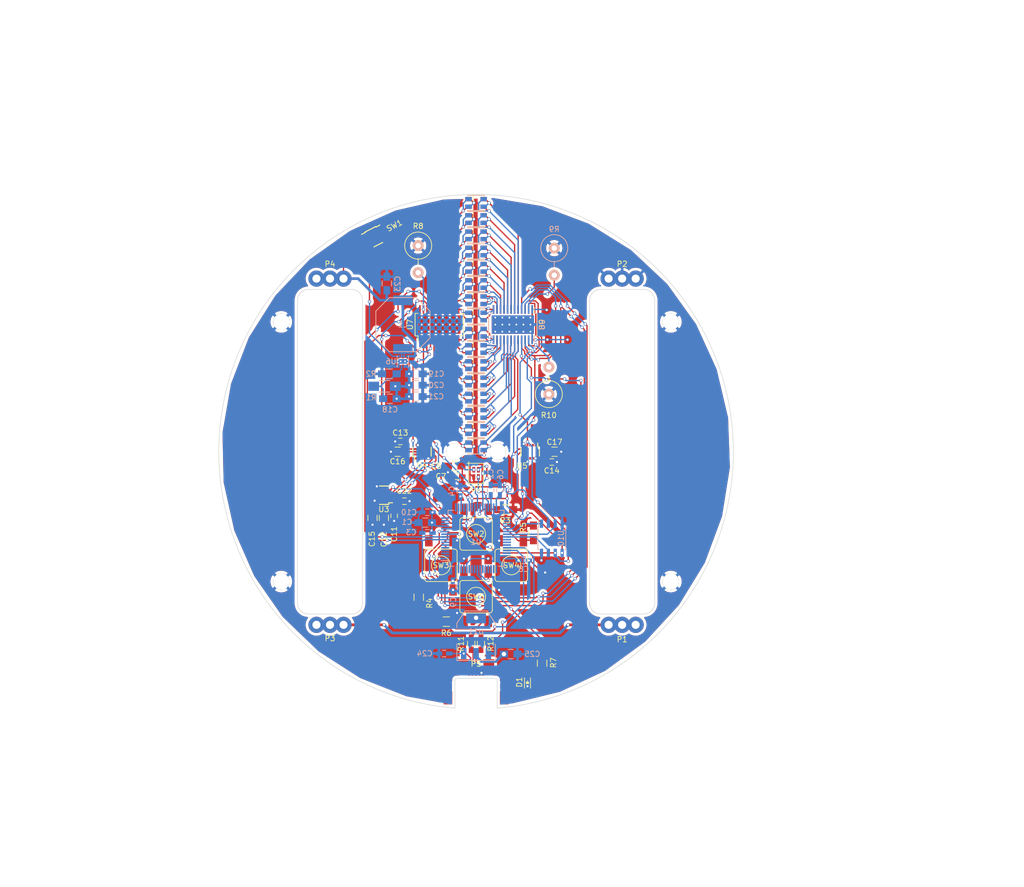
<source format=kicad_pcb>
(kicad_pcb (version 4) (host pcbnew 4.0.2-stable)
  (layers (0 F.Cu signal) (31 B.Cu signal) (34 B.Paste user) (35 F.Paste user) (36 B.SilkS user) (37 F.SilkS user) (38 B.Mask user) (39 F.Mask user) (44 Edge.Cuts user))
  (net 0 "")
  (net 1 +3V3)
  (net 2 GND)
  (net 3 "Net-(C2-Pad2)")
  (net 4 "Net-(C15-Pad1)")
  (net 5 "Net-(C18-Pad1)")
  (net 6 "Net-(C23-Pad2)")
  (net 7 "Net-(C24-Pad1)")
  (net 8 "Net-(D1-Pad2)")
  (net 9 "Net-(L1-Pad1)")
  (net 10 B1)
  (net 11 G1)
  (net 12 R1)
  (net 13 B2)
  (net 14 G2)
  (net 15 R2)
  (net 16 B3)
  (net 17 G3)
  (net 18 R3)
  (net 19 B4)
  (net 20 G4)
  (net 21 R4)
  (net 22 B5)
  (net 23 G5)
  (net 24 R5)
  (net 25 B6)
  (net 26 G6)
  (net 27 R6)
  (net 28 B7)
  (net 29 G7)
  (net 30 R7)
  (net 31 B8)
  (net 32 G8)
  (net 33 R8)
  (net 34 B9)
  (net 35 G9)
  (net 36 R9)
  (net 37 B10)
  (net 38 G10)
  (net 39 R10)
  (net 40 B11)
  (net 41 G11)
  (net 42 R11)
  (net 43 B12)
  (net 44 G12)
  (net 45 R12)
  (net 46 B13)
  (net 47 G13)
  (net 48 R13)
  (net 49 B14)
  (net 50 G14)
  (net 51 R14)
  (net 52 B15)
  (net 53 G15)
  (net 54 R15)
  (net 55 B16)
  (net 56 G16)
  (net 57 R16)
  (net 58 "Net-(P5-Pad2)")
  (net 59 "Net-(P5-Pad3)")
  (net 60 BOOT0)
  (net 61 BUT2)
  (net 62 BUT3)
  (net 63 BUT4)
  (net 64 LED1)
  (net 65 "Net-(R8-Pad2)")
  (net 66 "Net-(R9-Pad2)")
  (net 67 "Net-(R10-Pad2)")
  (net 68 USB_DM)
  (net 69 USB_DP)
  (net 70 "Net-(U1-Pad2)")
  (net 71 "Net-(U1-Pad3)")
  (net 72 "Net-(U1-Pad4)")
  (net 73 OSC_IN)
  (net 74 OSC_OUT)
  (net 75 "Net-(U1-Pad7)")
  (net 76 LED_TOG)
  (net 77 SS_RED)
  (net 78 SS_BLUE)
  (net 79 SS_GREEN)
  (net 80 "Net-(U1-Pad14)")
  (net 81 "Net-(U1-Pad15)")
  (net 82 "Net-(U1-Pad16)")
  (net 83 "Net-(U1-Pad17)")
  (net 84 "Net-(U1-Pad20)")
  (net 85 SCK1)
  (net 86 MISO1)
  (net 87 MOSI1)
  (net 88 SS_GYRO)
  (net 89 SS_ACC1)
  (net 90 MIC_CLK)
  (net 91 "Net-(U1-Pad33)")
  (net 92 "Net-(U1-Pad34)")
  (net 93 "Net-(U1-Pad35)")
  (net 94 "Net-(U1-Pad36)")
  (net 95 SS_ACC2)
  (net 96 SS_FLASH)
  (net 97 FLASH_WP)
  (net 98 FLASH_HOLD)
  (net 99 "Net-(U1-Pad41)")
  (net 100 "Net-(U1-Pad42)")
  (net 101 "Net-(U1-Pad43)")
  (net 102 "Net-(U1-Pad46)")
  (net 103 "Net-(U1-Pad49)")
  (net 104 "Net-(U1-Pad50)")
  (net 105 MIC_DATA)
  (net 106 "Net-(U1-Pad52)")
  (net 107 "Net-(U1-Pad53)")
  (net 108 "Net-(U1-Pad54)")
  (net 109 "Net-(U1-Pad57)")
  (net 110 "Net-(U1-Pad58)")
  (net 111 "Net-(U1-Pad59)")
  (net 112 "Net-(U1-Pad61)")
  (net 113 "Net-(U3-Pad6)")
  (net 114 "Net-(U3-Pad7)")
  (net 115 "Net-(U4-Pad2)")
  (net 116 "Net-(U4-Pad3)")
  (net 117 "Net-(U4-Pad9)")
  (net 118 "Net-(U4-Pad11)")
  (net 119 "Net-(U5-Pad2)")
  (net 120 "Net-(U5-Pad3)")
  (net 121 "Net-(U5-Pad9)")
  (net 122 "Net-(U5-Pad11)")
  (net 123 "Net-(P1-Pad1)")
  (net 124 "Net-(SW1-Pad2)")
  (net 125 "Net-(U1-Pad51)")
  (module spin:Button (layer F.Cu) (at 143.5 121 180)
    (fp_text reference SW3 (at 0 0 180) (layer F.SilkS))
    (fp_text value Button)
    (pad 2 smd rect (at -2.24 -4.55 180) (size 1.4 2.1) (layers F.Cu F.Paste F.Mask) (net 2 GND))
    (pad 1 smd rect (at 2.24 -4.55 180) (size 1.4 2.1) (layers F.Cu F.Paste F.Mask) (net 61 BUT2))
    (pad 1 smd rect (at 2.24 4.55 180) (size 1.4 2.1) (layers F.Cu F.Paste F.Mask) (net 61 BUT2))
    (pad 2 smd rect (at -2.24 4.55 180) (size 1.4 2.1) (layers F.Cu F.Paste F.Mask) (net 2 GND))
  )
  (module Housings_QFP:TQFP-64_10x10mm_Pitch0.5mm (layer B.Cu) (at 150 116)
    (fp_text reference U1 (at 0 0.7) (layer B.SilkS) (effects (justify mirror)))
    (fp_text value STM32F401)
    (pad 1 smd rect (at -5.7 3.75) (size 1.5 0.3) (layers B.Cu B.Paste B.Mask) (net 1 +3V3))
    (pad 2 smd rect (at -5.7 3.25) (size 1.5 0.3) (layers B.Cu B.Paste B.Mask) (net 70 "Net-(U1-Pad2)"))
    (pad 3 smd rect (at -5.7 2.75) (size 1.5 0.3) (layers B.Cu B.Paste B.Mask) (net 71 "Net-(U1-Pad3)"))
    (pad 4 smd rect (at -5.7 2.25) (size 1.5 0.3) (layers B.Cu B.Paste B.Mask) (net 72 "Net-(U1-Pad4)"))
    (pad 5 smd rect (at -5.7 1.75) (size 1.5 0.3) (layers B.Cu B.Paste B.Mask) (net 73 OSC_IN))
    (pad 6 smd rect (at -5.7 1.25) (size 1.5 0.3) (layers B.Cu B.Paste B.Mask) (net 74 OSC_OUT))
    (pad 7 smd rect (at -5.7 0.75) (size 1.5 0.3) (layers B.Cu B.Paste B.Mask) (net 75 "Net-(U1-Pad7)"))
    (pad 8 smd rect (at -5.7 0.25) (size 1.5 0.3) (layers B.Cu B.Paste B.Mask) (net 76 LED_TOG))
    (pad 9 smd rect (at -5.7 -0.25) (size 1.5 0.3) (layers B.Cu B.Paste B.Mask) (net 77 SS_RED))
    (pad 10 smd rect (at -5.7 -0.75) (size 1.5 0.3) (layers B.Cu B.Paste B.Mask) (net 78 SS_BLUE))
    (pad 11 smd rect (at -5.7 -1.25) (size 1.5 0.3) (layers B.Cu B.Paste B.Mask) (net 79 SS_GREEN))
    (pad 12 smd rect (at -5.7 -1.75) (size 1.5 0.3) (layers B.Cu B.Paste B.Mask) (net 2 GND))
    (pad 13 smd rect (at -5.7 -2.25) (size 1.5 0.3) (layers B.Cu B.Paste B.Mask) (net 1 +3V3))
    (pad 14 smd rect (at -5.7 -2.75) (size 1.5 0.3) (layers B.Cu B.Paste B.Mask) (net 80 "Net-(U1-Pad14)"))
    (pad 15 smd rect (at -5.7 -3.25) (size 1.5 0.3) (layers B.Cu B.Paste B.Mask) (net 81 "Net-(U1-Pad15)"))
    (pad 16 smd rect (at -5.7 -3.75) (size 1.5 0.3) (layers B.Cu B.Paste B.Mask) (net 82 "Net-(U1-Pad16)"))
    (pad 17 smd rect (at -3.75 -5.7 270) (size 1.5 0.3) (layers B.Cu B.Paste B.Mask) (net 83 "Net-(U1-Pad17)"))
    (pad 18 smd rect (at -3.25 -5.7 270) (size 1.5 0.3) (layers B.Cu B.Paste B.Mask) (net 2 GND))
    (pad 19 smd rect (at -2.75 -5.7 270) (size 1.5 0.3) (layers B.Cu B.Paste B.Mask) (net 1 +3V3))
    (pad 20 smd rect (at -2.25 -5.7 270) (size 1.5 0.3) (layers B.Cu B.Paste B.Mask) (net 84 "Net-(U1-Pad20)"))
    (pad 21 smd rect (at -1.75 -5.7 270) (size 1.5 0.3) (layers B.Cu B.Paste B.Mask) (net 85 SCK1))
    (pad 22 smd rect (at -1.25 -5.7 270) (size 1.5 0.3) (layers B.Cu B.Paste B.Mask) (net 86 MISO1))
    (pad 23 smd rect (at -0.75 -5.7 270) (size 1.5 0.3) (layers B.Cu B.Paste B.Mask) (net 87 MOSI1))
    (pad 24 smd rect (at -0.25 -5.7 270) (size 1.5 0.3) (layers B.Cu B.Paste B.Mask) (net 88 SS_GYRO))
    (pad 25 smd rect (at 0.25 -5.7 270) (size 1.5 0.3) (layers B.Cu B.Paste B.Mask) (net 89 SS_ACC1))
    (pad 26 smd rect (at 0.75 -5.7 270) (size 1.5 0.3) (layers B.Cu B.Paste B.Mask) (net 60 BOOT0))
    (pad 27 smd rect (at 1.25 -5.7 270) (size 1.5 0.3) (layers B.Cu B.Paste B.Mask) (net 105 MIC_DATA))
    (pad 28 smd rect (at 1.75 -5.7 270) (size 1.5 0.3) (layers B.Cu B.Paste B.Mask) (net 62 BUT3))
    (pad 29 smd rect (at 2.25 -5.7 270) (size 1.5 0.3) (layers B.Cu B.Paste B.Mask) (net 90 MIC_CLK))
    (pad 30 smd rect (at 2.75 -5.7 270) (size 1.5 0.3) (layers B.Cu B.Paste B.Mask) (net 3 "Net-(C2-Pad2)"))
    (pad 31 smd rect (at 3.25 -5.7 270) (size 1.5 0.3) (layers B.Cu B.Paste B.Mask) (net 2 GND))
    (pad 32 smd rect (at 3.75 -5.7 270) (size 1.5 0.3) (layers B.Cu B.Paste B.Mask) (net 1 +3V3))
    (pad 33 smd rect (at 5.7 -3.75) (size 1.5 0.3) (layers B.Cu B.Paste B.Mask) (net 91 "Net-(U1-Pad33)"))
    (pad 34 smd rect (at 5.7 -3.25) (size 1.5 0.3) (layers B.Cu B.Paste B.Mask) (net 92 "Net-(U1-Pad34)"))
    (pad 35 smd rect (at 5.7 -2.75) (size 1.5 0.3) (layers B.Cu B.Paste B.Mask) (net 93 "Net-(U1-Pad35)"))
    (pad 36 smd rect (at 5.7 -2.25) (size 1.5 0.3) (layers B.Cu B.Paste B.Mask) (net 94 "Net-(U1-Pad36)"))
    (pad 37 smd rect (at 5.7 -1.75) (size 1.5 0.3) (layers B.Cu B.Paste B.Mask) (net 95 SS_ACC2))
    (pad 38 smd rect (at 5.7 -1.25) (size 1.5 0.3) (layers B.Cu B.Paste B.Mask) (net 96 SS_FLASH))
    (pad 39 smd rect (at 5.7 -0.75) (size 1.5 0.3) (layers B.Cu B.Paste B.Mask) (net 97 FLASH_WP))
    (pad 40 smd rect (at 5.7 -0.25) (size 1.5 0.3) (layers B.Cu B.Paste B.Mask) (net 98 FLASH_HOLD))
    (pad 41 smd rect (at 5.7 0.25) (size 1.5 0.3) (layers B.Cu B.Paste B.Mask) (net 99 "Net-(U1-Pad41)"))
    (pad 42 smd rect (at 5.7 0.75) (size 1.5 0.3) (layers B.Cu B.Paste B.Mask) (net 100 "Net-(U1-Pad42)"))
    (pad 43 smd rect (at 5.7 1.25) (size 1.5 0.3) (layers B.Cu B.Paste B.Mask) (net 101 "Net-(U1-Pad43)"))
    (pad 44 smd rect (at 5.7 1.75) (size 1.5 0.3) (layers B.Cu B.Paste B.Mask) (net 68 USB_DM))
    (pad 45 smd rect (at 5.7 2.25) (size 1.5 0.3) (layers B.Cu B.Paste B.Mask) (net 69 USB_DP))
    (pad 46 smd rect (at 5.7 2.75) (size 1.5 0.3) (layers B.Cu B.Paste B.Mask) (net 102 "Net-(U1-Pad46)"))
    (pad 47 smd rect (at 5.7 3.25) (size 1.5 0.3) (layers B.Cu B.Paste B.Mask) (net 2 GND))
    (pad 48 smd rect (at 5.7 3.75) (size 1.5 0.3) (layers B.Cu B.Paste B.Mask) (net 1 +3V3))
    (pad 49 smd rect (at 3.75 5.7 270) (size 1.5 0.3) (layers B.Cu B.Paste B.Mask) (net 103 "Net-(U1-Pad49)"))
    (pad 50 smd rect (at 3.25 5.7 270) (size 1.5 0.3) (layers B.Cu B.Paste B.Mask) (net 104 "Net-(U1-Pad50)"))
    (pad 51 smd rect (at 2.75 5.7 270) (size 1.5 0.3) (layers B.Cu B.Paste B.Mask) (net 125 "Net-(U1-Pad51)"))
    (pad 52 smd rect (at 2.25 5.7 270) (size 1.5 0.3) (layers B.Cu B.Paste B.Mask) (net 106 "Net-(U1-Pad52)"))
    (pad 53 smd rect (at 1.75 5.7 270) (size 1.5 0.3) (layers B.Cu B.Paste B.Mask) (net 107 "Net-(U1-Pad53)"))
    (pad 54 smd rect (at 1.25 5.7 270) (size 1.5 0.3) (layers B.Cu B.Paste B.Mask) (net 108 "Net-(U1-Pad54)"))
    (pad 55 smd rect (at 0.75 5.7 270) (size 1.5 0.3) (layers B.Cu B.Paste B.Mask) (net 63 BUT4))
    (pad 56 smd rect (at 0.25 5.7 270) (size 1.5 0.3) (layers B.Cu B.Paste B.Mask) (net 64 LED1))
    (pad 57 smd rect (at -0.25 5.7 270) (size 1.5 0.3) (layers B.Cu B.Paste B.Mask) (net 109 "Net-(U1-Pad57)"))
    (pad 58 smd rect (at -0.75 5.7 270) (size 1.5 0.3) (layers B.Cu B.Paste B.Mask) (net 110 "Net-(U1-Pad58)"))
    (pad 59 smd rect (at -1.25 5.7 270) (size 1.5 0.3) (layers B.Cu B.Paste B.Mask) (net 111 "Net-(U1-Pad59)"))
    (pad 60 smd rect (at -1.75 5.7 270) (size 1.5 0.3) (layers B.Cu B.Paste B.Mask) (net 60 BOOT0))
    (pad 61 smd rect (at -2.25 5.7 270) (size 1.5 0.3) (layers B.Cu B.Paste B.Mask) (net 112 "Net-(U1-Pad61)"))
    (pad 62 smd rect (at -2.75 5.7 270) (size 1.5 0.3) (layers B.Cu B.Paste B.Mask) (net 61 BUT2))
    (pad 63 smd rect (at -3.25 5.7 270) (size 1.5 0.3) (layers B.Cu B.Paste B.Mask) (net 2 GND))
    (pad 64 smd rect (at -3.75 5.7 270) (size 1.5 0.3) (layers B.Cu B.Paste B.Mask) (net 1 +3V3))
  )
  (module Capacitors_SMD:C_0603_HandSoldering (layer F.Cu) (at 136 98.1 180)
    (fp_text reference C13 (at 0 1.6 180) (layer F.SilkS))
    (fp_text value 100n)
    (pad 1 smd rect (at -0.95 0 180) (size 1.2 0.75) (layers F.Cu F.Paste F.Mask) (net 1 +3V3))
    (pad 2 smd rect (at 0.95 0 180) (size 1.2 0.75) (layers F.Cu F.Paste F.Mask) (net 2 GND))
  )
  (module Capacitors_SMD:C_0603_HandSoldering (layer F.Cu) (at 134.854202 111.83823 270)
    (fp_text reference C11 (at 3.4 0 270) (layer F.SilkS))
    (fp_text value 100n)
    (pad 1 smd rect (at -0.95 0 270) (size 1.2 0.75) (layers F.Cu F.Paste F.Mask) (net 1 +3V3))
    (pad 2 smd rect (at 0.95 0 270) (size 1.2 0.75) (layers F.Cu F.Paste F.Mask) (net 2 GND))
  )
  (module spin:ZX62M-B-5P (layer F.Cu) (at 150 145.5)
    (fp_text reference P5 (at 0 -6.29) (layer F.SilkS))
    (fp_text value USB_B)
    (pad 6 smd rect (at -5.2 0) (size 1.6 2.4) (layers F.Cu F.Paste F.Mask))
    (pad 6 smd rect (at 5.2 0) (size 1.6 2.4) (layers F.Cu F.Paste F.Mask))
    (pad 6 smd rect (at -5.2 -4.3) (size 1.6 2.4) (layers F.Cu F.Paste F.Mask))
    (pad 6 smd rect (at -2.35 -6.4) (size 2 1.5) (layers F.Cu F.Paste F.Mask))
    (pad 6 smd rect (at 2.35 -6.4) (size 2 1.5) (layers F.Cu F.Paste F.Mask))
    (pad 6 smd rect (at 5.2 -4.3) (size 1.6 2.4) (layers F.Cu F.Paste F.Mask))
    (pad 6 smd rect (at -4.075 -4.8) (size 1.6 1.4) (layers F.Cu F.Paste F.Mask))
    (pad 6 smd rect (at 4.075 -4.8) (size 1.6 1.4) (layers F.Cu F.Paste F.Mask))
    (pad 1 smd rect (at -1.3 -4.625) (size 0.4 1.05) (layers F.Cu F.Paste F.Mask) (net 7 "Net-(C24-Pad1)"))
    (pad 2 smd rect (at -0.65 -4.625) (size 0.4 1.05) (layers F.Cu F.Paste F.Mask) (net 58 "Net-(P5-Pad2)"))
    (pad 3 smd rect (at 0 -4.625) (size 0.4 1.05) (layers F.Cu F.Paste F.Mask) (net 59 "Net-(P5-Pad3)"))
    (pad 4 smd rect (at 0.65 -4.625) (size 0.4 1.05) (layers F.Cu F.Paste F.Mask) (net 2 GND))
    (pad 5 smd rect (at 1.3 -4.625) (size 0.4 1.05) (layers F.Cu F.Paste F.Mask) (net 2 GND))
  )
  (module spin:SRU1028-10x10-Octogon (layer B.Cu) (at 136.47 76.5 90)
    (fp_text reference L1 (at 0 0 360) (layer B.SilkS) (effects (justify mirror)))
    (fp_text value "1uH 4.9mOhm")
    (pad 1 smd rect (at -4.5 0 90) (size 1.8 3.6) (layers B.Cu B.Paste B.Mask) (net 9 "Net-(L1-Pad1)"))
    (pad 2 smd rect (at 4.5 0 90) (size 1.8 3.6) (layers B.Cu B.Paste B.Mask) (net 6 "Net-(C23-Pad2)"))
  )
  (module Capacitors_SMD:C_0805_HandSoldering (layer F.Cu) (at 132.954202 112.23823 270)
    (fp_text reference C12 (at 3.957106 0 270) (layer F.SilkS))
    (fp_text value 10u)
    (pad 1 smd rect (at -1.25 0 270) (size 1.5 1.25) (layers F.Cu F.Paste F.Mask) (net 1 +3V3))
    (pad 2 smd rect (at 1.25 0 270) (size 1.5 1.25) (layers F.Cu F.Paste F.Mask) (net 2 GND))
  )
  (module spin:EVP-AYG0BA (layer F.Cu) (at 131.2 60.3 27)
    (fp_text reference SW1 (at 4.250104 -0.191349 27) (layer F.SilkS))
    (fp_text value SPST)
    (pad 2 smd rect (at -1.475 0.9 27) (size 0.55 0.6) (layers F.Cu F.Paste F.Mask) (net 124 "Net-(SW1-Pad2)"))
    (pad 1 smd rect (at -1.475 -0.9 27) (size 0.55 0.6) (layers F.Cu F.Paste F.Mask) (net 6 "Net-(C23-Pad2)"))
    (pad 1 smd rect (at 1.475 -0.9 27) (size 0.55 0.6) (layers F.Cu F.Paste F.Mask) (net 6 "Net-(C23-Pad2)"))
    (pad 2 smd rect (at 1.475 0.9 27) (size 0.55 0.6) (layers F.Cu F.Paste F.Mask) (net 124 "Net-(SW1-Pad2)"))
  )
  (module Housings_SOIC:SOIC-8_3.9x4.9mm_Pitch1.27mm (layer B.Cu) (at 164 116 270)
    (fp_text reference U10 (at 0 -1.7 270) (layer B.SilkS) (effects (justify mirror)))
    (fp_text value AT25_EEPROM)
    (pad 1 smd rect (at -2.7 1.905 270) (size 1.55 0.6) (layers B.Cu B.Paste B.Mask) (net 96 SS_FLASH))
    (pad 2 smd rect (at -2.7 0.635 270) (size 1.55 0.6) (layers B.Cu B.Paste B.Mask) (net 86 MISO1))
    (pad 3 smd rect (at -2.7 -0.635 270) (size 1.55 0.6) (layers B.Cu B.Paste B.Mask) (net 97 FLASH_WP))
    (pad 4 smd rect (at -2.7 -1.905 270) (size 1.55 0.6) (layers B.Cu B.Paste B.Mask) (net 2 GND))
    (pad 5 smd rect (at 2.7 -1.905 270) (size 1.55 0.6) (layers B.Cu B.Paste B.Mask) (net 87 MOSI1))
    (pad 6 smd rect (at 2.7 -0.635 270) (size 1.55 0.6) (layers B.Cu B.Paste B.Mask) (net 85 SCK1))
    (pad 7 smd rect (at 2.7 0.635 270) (size 1.55 0.6) (layers B.Cu B.Paste B.Mask) (net 98 FLASH_HOLD))
    (pad 8 smd rect (at 2.7 1.905 270) (size 1.55 0.6) (layers B.Cu B.Paste B.Mask) (net 1 +3V3))
  )
  (module spin:LGA16 (layer F.Cu) (at 160 100 270)
    (fp_text reference U5 (at 2.6 1.5 360) (layer F.SilkS))
    (fp_text value LIS331HH)
    (pad 1 smd rect (at -1.225 -1 270) (size 0.45 0.35) (layers F.Cu F.Paste F.Mask) (net 1 +3V3))
    (pad 2 smd rect (at -1.225 -0.5 270) (size 0.45 0.35) (layers F.Cu F.Paste F.Mask) (net 119 "Net-(U5-Pad2)"))
    (pad 3 smd rect (at -1.225 0 270) (size 0.45 0.35) (layers F.Cu F.Paste F.Mask) (net 120 "Net-(U5-Pad3)"))
    (pad 4 smd rect (at -1.225 0.5 270) (size 0.45 0.35) (layers F.Cu F.Paste F.Mask) (net 85 SCK1))
    (pad 5 smd rect (at -1.225 1 270) (size 0.45 0.35) (layers F.Cu F.Paste F.Mask) (net 2 GND))
    (pad 13 smd rect (at 1.225 -1 270) (size 0.45 0.35) (layers F.Cu F.Paste F.Mask) (net 2 GND))
    (pad 12 smd rect (at 1.225 -0.5 270) (size 0.45 0.35) (layers F.Cu F.Paste F.Mask) (net 2 GND))
    (pad 10 smd rect (at 1.225 0.5 270) (size 0.45 0.35) (layers F.Cu F.Paste F.Mask) (net 2 GND))
    (pad 9 smd rect (at 1.225 1 270) (size 0.45 0.35) (layers F.Cu F.Paste F.Mask) (net 121 "Net-(U5-Pad9)"))
    (pad 11 smd rect (at 1.225 0 270) (size 0.45 0.35) (layers F.Cu F.Paste F.Mask) (net 122 "Net-(U5-Pad11)"))
    (pad 6 smd rect (at -0.5 1.225 270) (size 0.35 0.45) (layers F.Cu F.Paste F.Mask) (net 87 MOSI1))
    (pad 7 smd rect (at 0 1.225 270) (size 0.35 0.45) (layers F.Cu F.Paste F.Mask) (net 86 MISO1))
    (pad 8 smd rect (at 0.5 1.225 270) (size 0.35 0.45) (layers F.Cu F.Paste F.Mask) (net 95 SS_ACC2))
    (pad 15 smd rect (at 0 -1.225 270) (size 0.35 0.45) (layers F.Cu F.Paste F.Mask) (net 1 +3V3))
    (pad 16 smd rect (at -0.5 -1.225 270) (size 0.35 0.45) (layers F.Cu F.Paste F.Mask) (net 2 GND))
    (pad 14 smd rect (at 0.5 -1.225 270) (size 0.35 0.45) (layers F.Cu F.Paste F.Mask) (net 1 +3V3))
  )
  (module Capacitors_SMD:C_0805_HandSoldering (layer B.Cu) (at 140.6 113.1 180)
    (fp_text reference C1 (at 3.4 0.1 180) (layer B.SilkS) (effects (justify mirror)))
    (fp_text value 1u)
    (pad 1 smd rect (at -1.25 0 180) (size 1.5 1.25) (layers B.Cu B.Paste B.Mask) (net 1 +3V3))
    (pad 2 smd rect (at 1.25 0 180) (size 1.5 1.25) (layers B.Cu B.Paste B.Mask) (net 2 GND))
  )
  (module Capacitors_SMD:C_0603_HandSoldering (layer B.Cu) (at 152.7 107.1 270)
    (fp_text reference C2 (at -3 0 270) (layer B.SilkS) (effects (justify mirror)))
    (fp_text value 4.7u)
    (pad 1 smd rect (at -0.95 0 270) (size 1.2 0.75) (layers B.Cu B.Paste B.Mask) (net 2 GND))
    (pad 2 smd rect (at 0.95 0 270) (size 1.2 0.75) (layers B.Cu B.Paste B.Mask) (net 3 "Net-(C2-Pad2)"))
  )
  (module Capacitors_SMD:C_0603_HandSoldering (layer B.Cu) (at 141 115 180)
    (fp_text reference C3 (at 3 0.1 180) (layer B.SilkS) (effects (justify mirror)))
    (fp_text value 100n)
    (pad 1 smd rect (at -0.95 0 180) (size 1.2 0.75) (layers B.Cu B.Paste B.Mask) (net 1 +3V3))
    (pad 2 smd rect (at 0.95 0 180) (size 1.2 0.75) (layers B.Cu B.Paste B.Mask) (net 2 GND))
  )
  (module Capacitors_SMD:C_0603_HandSoldering (layer B.Cu) (at 147.1 107.3 90)
    (fp_text reference C4 (at 0 -1.6 90) (layer B.SilkS) (effects (justify mirror)))
    (fp_text value 100n)
    (pad 1 smd rect (at -0.95 0 90) (size 1.2 0.75) (layers B.Cu B.Paste B.Mask) (net 1 +3V3))
    (pad 2 smd rect (at 0.95 0 90) (size 1.2 0.75) (layers B.Cu B.Paste B.Mask) (net 2 GND))
  )
  (module Capacitors_SMD:C_0805_HandSoldering (layer F.Cu) (at 146.05 102.65 180)
    (fp_text reference C5 (at 3.4 0 180) (layer F.SilkS))
    (fp_text value 10u)
    (pad 1 smd rect (at -1.25 0 180) (size 1.5 1.25) (layers F.Cu F.Paste F.Mask) (net 1 +3V3))
    (pad 2 smd rect (at 1.25 0 180) (size 1.5 1.25) (layers F.Cu F.Paste F.Mask) (net 2 GND))
  )
  (module Capacitors_SMD:C_0603_HandSoldering (layer B.Cu) (at 154.4 107.1 90)
    (fp_text reference C6 (at 2.9 0.1 90) (layer B.SilkS) (effects (justify mirror)))
    (fp_text value 100n)
    (pad 1 smd rect (at -0.95 0 90) (size 1.2 0.75) (layers B.Cu B.Paste B.Mask) (net 1 +3V3))
    (pad 2 smd rect (at 0.95 0 90) (size 1.2 0.75) (layers B.Cu B.Paste B.Mask) (net 2 GND))
  )
  (module Capacitors_SMD:C_0603_HandSoldering (layer F.Cu) (at 146.5 104.55 180)
    (fp_text reference C7 (at 3 0 180) (layer F.SilkS))
    (fp_text value 100n)
    (pad 1 smd rect (at -0.95 0 180) (size 1.2 0.75) (layers F.Cu F.Paste F.Mask) (net 1 +3V3))
    (pad 2 smd rect (at 0.95 0 180) (size 1.2 0.75) (layers F.Cu F.Paste F.Mask) (net 2 GND))
  )
  (module Capacitors_SMD:C_0603_HandSoldering (layer B.Cu) (at 158.8 120.1)
    (fp_text reference C8 (at 0 1.6) (layer B.SilkS) (effects (justify mirror)))
    (fp_text value 100n)
    (pad 1 smd rect (at -0.95 0) (size 1.2 0.75) (layers B.Cu B.Paste B.Mask) (net 1 +3V3))
    (pad 2 smd rect (at 0.95 0) (size 1.2 0.75) (layers B.Cu B.Paste B.Mask) (net 2 GND))
  )
  (module Capacitors_SMD:C_0603_HandSoldering (layer B.Cu) (at 145.7 124.8 270)
    (fp_text reference C9 (at 3 -0.1 270) (layer B.SilkS) (effects (justify mirror)))
    (fp_text value 100n)
    (pad 1 smd rect (at -0.95 0 270) (size 1.2 0.75) (layers B.Cu B.Paste B.Mask) (net 1 +3V3))
    (pad 2 smd rect (at 0.95 0 270) (size 1.2 0.75) (layers B.Cu B.Paste B.Mask) (net 2 GND))
  )
  (module Capacitors_SMD:C_0603_HandSoldering (layer B.Cu) (at 141 111.2 180)
    (fp_text reference C10 (at 3.4 0 180) (layer B.SilkS) (effects (justify mirror)))
    (fp_text value 4.7u)
    (pad 1 smd rect (at -0.95 0 180) (size 1.2 0.75) (layers B.Cu B.Paste B.Mask) (net 1 +3V3))
    (pad 2 smd rect (at 0.95 0 180) (size 1.2 0.75) (layers B.Cu B.Paste B.Mask) (net 2 GND))
  )
  (module Capacitors_SMD:C_0603_HandSoldering (layer F.Cu) (at 164 101.9)
    (fp_text reference C14 (at 0 1.6) (layer F.SilkS))
    (fp_text value 100n)
    (pad 1 smd rect (at -0.95 0) (size 1.2 0.75) (layers F.Cu F.Paste F.Mask) (net 1 +3V3))
    (pad 2 smd rect (at 0.95 0) (size 1.2 0.75) (layers F.Cu F.Paste F.Mask) (net 2 GND))
  )
  (module Capacitors_SMD:C_0805_HandSoldering (layer F.Cu) (at 130.854202 112.23823 270)
    (fp_text reference C15 (at 3.9 0.1 270) (layer F.SilkS))
    (fp_text value 10n)
    (pad 1 smd rect (at -1.25 0 270) (size 1.5 1.25) (layers F.Cu F.Paste F.Mask) (net 4 "Net-(C15-Pad1)"))
    (pad 2 smd rect (at 1.25 0 270) (size 1.5 1.25) (layers F.Cu F.Paste F.Mask) (net 2 GND))
  )
  (module Capacitors_SMD:C_0805_HandSoldering (layer F.Cu) (at 135.5 100 180)
    (fp_text reference C16 (at 0 -1.8 180) (layer F.SilkS))
    (fp_text value 10u)
    (pad 1 smd rect (at -1.25 0 180) (size 1.5 1.25) (layers F.Cu F.Paste F.Mask) (net 1 +3V3))
    (pad 2 smd rect (at 1.25 0 180) (size 1.5 1.25) (layers F.Cu F.Paste F.Mask) (net 2 GND))
  )
  (module Capacitors_SMD:C_0805_HandSoldering (layer F.Cu) (at 164.5 100)
    (fp_text reference C17 (at 0 -1.8) (layer F.SilkS))
    (fp_text value 10u)
    (pad 1 smd rect (at -1.25 0) (size 1.5 1.25) (layers F.Cu F.Paste F.Mask) (net 1 +3V3))
    (pad 2 smd rect (at 1.25 0) (size 1.5 1.25) (layers F.Cu F.Paste F.Mask) (net 2 GND))
  )
  (module Capacitors_SMD:C_0805_HandSoldering (layer B.Cu) (at 134.07 90.2)
    (fp_text reference C18 (at 0.03 2) (layer B.SilkS) (effects (justify mirror)))
    (fp_text value 22p)
    (pad 1 smd rect (at -1.25 0) (size 1.5 1.25) (layers B.Cu B.Paste B.Mask) (net 5 "Net-(C18-Pad1)"))
    (pad 2 smd rect (at 1.25 0) (size 1.5 1.25) (layers B.Cu B.Paste B.Mask) (net 1 +3V3))
  )
  (module Capacitors_SMD:C_0805_HandSoldering (layer B.Cu) (at 138.87 85.6)
    (fp_text reference C19 (at 3.8 0) (layer B.SilkS) (effects (justify mirror)))
    (fp_text value 10u)
    (pad 1 smd rect (at -1.25 0) (size 1.5 1.25) (layers B.Cu B.Paste B.Mask) (net 1 +3V3))
    (pad 2 smd rect (at 1.25 0) (size 1.5 1.25) (layers B.Cu B.Paste B.Mask) (net 2 GND))
  )
  (module Capacitors_SMD:C_0805_HandSoldering (layer B.Cu) (at 138.87 87.7)
    (fp_text reference C20 (at 3.8 0) (layer B.SilkS) (effects (justify mirror)))
    (fp_text value 10u)
    (pad 1 smd rect (at -1.25 0) (size 1.5 1.25) (layers B.Cu B.Paste B.Mask) (net 1 +3V3))
    (pad 2 smd rect (at 1.25 0) (size 1.5 1.25) (layers B.Cu B.Paste B.Mask) (net 2 GND))
  )
  (module Capacitors_SMD:C_0805_HandSoldering (layer B.Cu) (at 138.87 89.8)
    (fp_text reference C21 (at 3.73 0) (layer B.SilkS) (effects (justify mirror)))
    (fp_text value 10u)
    (pad 1 smd rect (at -1.25 0) (size 1.5 1.25) (layers B.Cu B.Paste B.Mask) (net 1 +3V3))
    (pad 2 smd rect (at 1.25 0) (size 1.5 1.25) (layers B.Cu B.Paste B.Mask) (net 2 GND))
  )
  (module Capacitors_SMD:C_0603_HandSoldering (layer F.Cu) (at 136.75 109.13823)
    (fp_text reference C22 (at 0 -1.9) (layer F.SilkS))
    (fp_text value 100n)
    (pad 1 smd rect (at -0.95 0) (size 1.2 0.75) (layers F.Cu F.Paste F.Mask) (net 1 +3V3))
    (pad 2 smd rect (at 0.95 0) (size 1.2 0.75) (layers F.Cu F.Paste F.Mask) (net 2 GND))
  )
  (module Capacitors_SMD:C_0805_HandSoldering (layer B.Cu) (at 133.5 68.9 270)
    (fp_text reference C23 (at 0.05 -2 270) (layer B.SilkS) (effects (justify mirror)))
    (fp_text value 10u)
    (pad 1 smd rect (at -1.25 0 270) (size 1.5 1.25) (layers B.Cu B.Paste B.Mask) (net 2 GND))
    (pad 2 smd rect (at 1.25 0 270) (size 1.5 1.25) (layers B.Cu B.Paste B.Mask) (net 6 "Net-(C23-Pad2)"))
  )
  (module Capacitors_SMD:C_0603_HandSoldering (layer B.Cu) (at 144.1 137.3 180)
    (fp_text reference C24 (at 3.6 0 180) (layer B.SilkS) (effects (justify mirror)))
    (fp_text value 100n)
    (pad 1 smd rect (at -0.95 0 180) (size 1.2 0.75) (layers B.Cu B.Paste B.Mask) (net 7 "Net-(C24-Pad1)"))
    (pad 2 smd rect (at 0.95 0 180) (size 1.2 0.75) (layers B.Cu B.Paste B.Mask) (net 2 GND))
  )
  (module Capacitors_SMD:C_0805_HandSoldering (layer B.Cu) (at 156.4 137.4)
    (fp_text reference C25 (at 4 0) (layer B.SilkS) (effects (justify mirror)))
    (fp_text value 10u)
    (pad 1 smd rect (at -1.25 0) (size 1.5 1.25) (layers B.Cu B.Paste B.Mask) (net 1 +3V3))
    (pad 2 smd rect (at 1.25 0) (size 1.5 1.25) (layers B.Cu B.Paste B.Mask) (net 2 GND))
  )
  (module LEDs:LED_0603 (layer F.Cu) (at 159.5 142.6 90)
    (fp_text reference D1 (at 0 -1.5 90) (layer F.SilkS))
    (fp_text value LED)
    (pad 2 smd rect (at 0.7493 0 270) (size 0.79756 0.79756) (layers F.Cu F.Paste F.Mask) (net 8 "Net-(D1-Pad2)"))
    (pad 1 smd rect (at -0.7493 0 270) (size 0.79756 0.79756) (layers F.Cu F.Paste F.Mask) (net 2 GND))
  )
  (module spin:LED_CLV1L-PLCC4 (layer F.Cu) (at 150 99)
    (fp_text reference LED1 hide)
    (fp_text value RGB)
    (pad 3 smd rect (at 1.4 0.7) (size 1.2 0.8) (layers F.Cu F.Paste F.Mask) (net 10 B1))
    (pad 4 smd rect (at 1.4 -0.7) (size 1.2 0.8) (layers F.Cu F.Paste F.Mask) (net 11 G1))
    (pad 2 smd rect (at -1.4 0.7) (size 1.2 0.8) (layers F.Cu F.Paste F.Mask) (net 12 R1))
    (pad 1 smd rect (at -1.4 -0.7) (size 1.2 0.8) (layers F.Cu F.Paste F.Mask) (net 1 +3V3))
  )
  (module spin:LED_CLV1L-PLCC4 (layer F.Cu) (at 150 96)
    (fp_text reference LED2 hide)
    (fp_text value RGB)
    (pad 3 smd rect (at 1.4 0.7) (size 1.2 0.8) (layers F.Cu F.Paste F.Mask) (net 13 B2))
    (pad 4 smd rect (at 1.4 -0.7) (size 1.2 0.8) (layers F.Cu F.Paste F.Mask) (net 14 G2))
    (pad 2 smd rect (at -1.4 0.7) (size 1.2 0.8) (layers F.Cu F.Paste F.Mask) (net 15 R2))
    (pad 1 smd rect (at -1.4 -0.7) (size 1.2 0.8) (layers F.Cu F.Paste F.Mask) (net 1 +3V3))
  )
  (module spin:LED_CLV1L-PLCC4 (layer F.Cu) (at 150 93)
    (fp_text reference LED3 hide)
    (fp_text value RGB)
    (pad 3 smd rect (at 1.4 0.7) (size 1.2 0.8) (layers F.Cu F.Paste F.Mask) (net 16 B3))
    (pad 4 smd rect (at 1.4 -0.7) (size 1.2 0.8) (layers F.Cu F.Paste F.Mask) (net 17 G3))
    (pad 2 smd rect (at -1.4 0.7) (size 1.2 0.8) (layers F.Cu F.Paste F.Mask) (net 18 R3))
    (pad 1 smd rect (at -1.4 -0.7) (size 1.2 0.8) (layers F.Cu F.Paste F.Mask) (net 1 +3V3))
  )
  (module spin:LED_CLV1L-PLCC4 (layer F.Cu) (at 150 90)
    (fp_text reference LED4 hide)
    (fp_text value RGB)
    (pad 3 smd rect (at 1.4 0.7) (size 1.2 0.8) (layers F.Cu F.Paste F.Mask) (net 19 B4))
    (pad 4 smd rect (at 1.4 -0.7) (size 1.2 0.8) (layers F.Cu F.Paste F.Mask) (net 20 G4))
    (pad 2 smd rect (at -1.4 0.7) (size 1.2 0.8) (layers F.Cu F.Paste F.Mask) (net 21 R4))
    (pad 1 smd rect (at -1.4 -0.7) (size 1.2 0.8) (layers F.Cu F.Paste F.Mask) (net 1 +3V3))
  )
  (module spin:LED_CLV1L-PLCC4 (layer F.Cu) (at 150 87)
    (fp_text reference LED5 hide)
    (fp_text value RGB)
    (pad 3 smd rect (at 1.4 0.7) (size 1.2 0.8) (layers F.Cu F.Paste F.Mask) (net 22 B5))
    (pad 4 smd rect (at 1.4 -0.7) (size 1.2 0.8) (layers F.Cu F.Paste F.Mask) (net 23 G5))
    (pad 2 smd rect (at -1.4 0.7) (size 1.2 0.8) (layers F.Cu F.Paste F.Mask) (net 24 R5))
    (pad 1 smd rect (at -1.4 -0.7) (size 1.2 0.8) (layers F.Cu F.Paste F.Mask) (net 1 +3V3))
  )
  (module spin:LED_CLV1L-PLCC4 (layer F.Cu) (at 150 84)
    (fp_text reference LED6 hide)
    (fp_text value RGB)
    (pad 3 smd rect (at 1.4 0.7) (size 1.2 0.8) (layers F.Cu F.Paste F.Mask) (net 25 B6))
    (pad 4 smd rect (at 1.4 -0.7) (size 1.2 0.8) (layers F.Cu F.Paste F.Mask) (net 26 G6))
    (pad 2 smd rect (at -1.4 0.7) (size 1.2 0.8) (layers F.Cu F.Paste F.Mask) (net 27 R6))
    (pad 1 smd rect (at -1.4 -0.7) (size 1.2 0.8) (layers F.Cu F.Paste F.Mask) (net 1 +3V3))
  )
  (module spin:LED_CLV1L-PLCC4 (layer F.Cu) (at 150 81)
    (fp_text reference LED7 hide)
    (fp_text value RGB)
    (pad 3 smd rect (at 1.4 0.7) (size 1.2 0.8) (layers F.Cu F.Paste F.Mask) (net 28 B7))
    (pad 4 smd rect (at 1.4 -0.7) (size 1.2 0.8) (layers F.Cu F.Paste F.Mask) (net 29 G7))
    (pad 2 smd rect (at -1.4 0.7) (size 1.2 0.8) (layers F.Cu F.Paste F.Mask) (net 30 R7))
    (pad 1 smd rect (at -1.4 -0.7) (size 1.2 0.8) (layers F.Cu F.Paste F.Mask) (net 1 +3V3))
  )
  (module spin:LED_CLV1L-PLCC4 (layer F.Cu) (at 150 78)
    (fp_text reference LED8 hide)
    (fp_text value RGB)
    (pad 3 smd rect (at 1.4 0.7) (size 1.2 0.8) (layers F.Cu F.Paste F.Mask) (net 31 B8))
    (pad 4 smd rect (at 1.4 -0.7) (size 1.2 0.8) (layers F.Cu F.Paste F.Mask) (net 32 G8))
    (pad 2 smd rect (at -1.4 0.7) (size 1.2 0.8) (layers F.Cu F.Paste F.Mask) (net 33 R8))
    (pad 1 smd rect (at -1.4 -0.7) (size 1.2 0.8) (layers F.Cu F.Paste F.Mask) (net 1 +3V3))
  )
  (module spin:LED_CLV1L-PLCC4 (layer F.Cu) (at 150 75)
    (fp_text reference LED9 hide)
    (fp_text value RGB)
    (pad 3 smd rect (at 1.4 0.7) (size 1.2 0.8) (layers F.Cu F.Paste F.Mask) (net 34 B9))
    (pad 4 smd rect (at 1.4 -0.7) (size 1.2 0.8) (layers F.Cu F.Paste F.Mask) (net 35 G9))
    (pad 2 smd rect (at -1.4 0.7) (size 1.2 0.8) (layers F.Cu F.Paste F.Mask) (net 36 R9))
    (pad 1 smd rect (at -1.4 -0.7) (size 1.2 0.8) (layers F.Cu F.Paste F.Mask) (net 1 +3V3))
  )
  (module spin:LED_CLV1L-PLCC4 (layer F.Cu) (at 150 72)
    (fp_text reference LED10 hide)
    (fp_text value RGB)
    (pad 3 smd rect (at 1.4 0.7) (size 1.2 0.8) (layers F.Cu F.Paste F.Mask) (net 37 B10))
    (pad 4 smd rect (at 1.4 -0.7) (size 1.2 0.8) (layers F.Cu F.Paste F.Mask) (net 38 G10))
    (pad 2 smd rect (at -1.4 0.7) (size 1.2 0.8) (layers F.Cu F.Paste F.Mask) (net 39 R10))
    (pad 1 smd rect (at -1.4 -0.7) (size 1.2 0.8) (layers F.Cu F.Paste F.Mask) (net 1 +3V3))
  )
  (module spin:LED_CLV1L-PLCC4 (layer F.Cu) (at 150 69)
    (fp_text reference LED11 hide)
    (fp_text value RGB)
    (pad 3 smd rect (at 1.4 0.7) (size 1.2 0.8) (layers F.Cu F.Paste F.Mask) (net 40 B11))
    (pad 4 smd rect (at 1.4 -0.7) (size 1.2 0.8) (layers F.Cu F.Paste F.Mask) (net 41 G11))
    (pad 2 smd rect (at -1.4 0.7) (size 1.2 0.8) (layers F.Cu F.Paste F.Mask) (net 42 R11))
    (pad 1 smd rect (at -1.4 -0.7) (size 1.2 0.8) (layers F.Cu F.Paste F.Mask) (net 1 +3V3))
  )
  (module spin:LED_CLV1L-PLCC4 (layer F.Cu) (at 150 66)
    (fp_text reference LED12 hide)
    (fp_text value RGB)
    (pad 3 smd rect (at 1.4 0.7) (size 1.2 0.8) (layers F.Cu F.Paste F.Mask) (net 43 B12))
    (pad 4 smd rect (at 1.4 -0.7) (size 1.2 0.8) (layers F.Cu F.Paste F.Mask) (net 44 G12))
    (pad 2 smd rect (at -1.4 0.7) (size 1.2 0.8) (layers F.Cu F.Paste F.Mask) (net 45 R12))
    (pad 1 smd rect (at -1.4 -0.7) (size 1.2 0.8) (layers F.Cu F.Paste F.Mask) (net 1 +3V3))
  )
  (module spin:LED_CLV1L-PLCC4 (layer F.Cu) (at 150 63)
    (fp_text reference LED13 hide)
    (fp_text value RGB)
    (pad 3 smd rect (at 1.4 0.7) (size 1.2 0.8) (layers F.Cu F.Paste F.Mask) (net 46 B13))
    (pad 4 smd rect (at 1.4 -0.7) (size 1.2 0.8) (layers F.Cu F.Paste F.Mask) (net 47 G13))
    (pad 2 smd rect (at -1.4 0.7) (size 1.2 0.8) (layers F.Cu F.Paste F.Mask) (net 48 R13))
    (pad 1 smd rect (at -1.4 -0.7) (size 1.2 0.8) (layers F.Cu F.Paste F.Mask) (net 1 +3V3))
  )
  (module spin:LED_CLV1L-PLCC4 (layer F.Cu) (at 150 60)
    (fp_text reference LED14 hide)
    (fp_text value RGB)
    (pad 3 smd rect (at 1.4 0.7) (size 1.2 0.8) (layers F.Cu F.Paste F.Mask) (net 49 B14))
    (pad 4 smd rect (at 1.4 -0.7) (size 1.2 0.8) (layers F.Cu F.Paste F.Mask) (net 50 G14))
    (pad 2 smd rect (at -1.4 0.7) (size 1.2 0.8) (layers F.Cu F.Paste F.Mask) (net 51 R14))
    (pad 1 smd rect (at -1.4 -0.7) (size 1.2 0.8) (layers F.Cu F.Paste F.Mask) (net 1 +3V3))
  )
  (module spin:LED_CLV1L-PLCC4 (layer F.Cu) (at 150 57)
    (fp_text reference LED15 hide)
    (fp_text value RGB)
    (pad 3 smd rect (at 1.4 0.7) (size 1.2 0.8) (layers F.Cu F.Paste F.Mask) (net 52 B15))
    (pad 4 smd rect (at 1.4 -0.7) (size 1.2 0.8) (layers F.Cu F.Paste F.Mask) (net 53 G15))
    (pad 2 smd rect (at -1.4 0.7) (size 1.2 0.8) (layers F.Cu F.Paste F.Mask) (net 54 R15))
    (pad 1 smd rect (at -1.4 -0.7) (size 1.2 0.8) (layers F.Cu F.Paste F.Mask) (net 1 +3V3))
  )
  (module spin:LED_CLV1L-PLCC4 (layer F.Cu) (at 150 54)
    (fp_text reference LED16 hide)
    (fp_text value RGB)
    (pad 3 smd rect (at 1.4 0.7) (size 1.2 0.8) (layers F.Cu F.Paste F.Mask) (net 55 B16))
    (pad 4 smd rect (at 1.4 -0.7) (size 1.2 0.8) (layers F.Cu F.Paste F.Mask) (net 56 G16))
    (pad 2 smd rect (at -1.4 0.7) (size 1.2 0.8) (layers F.Cu F.Paste F.Mask) (net 57 R16))
    (pad 1 smd rect (at -1.4 -0.7) (size 1.2 0.8) (layers F.Cu F.Paste F.Mask) (net 1 +3V3))
  )
  (module spin:LED_CLV1L-PLCC4 (layer B.Cu) (at 150 99)
    (fp_text reference LED17 hide)
    (fp_text value RGB)
    (pad 3 smd rect (at 1.4 -0.7) (size 1.2 0.8) (layers B.Cu B.Paste B.Mask) (net 10 B1))
    (pad 4 smd rect (at 1.4 0.7) (size 1.2 0.8) (layers B.Cu B.Paste B.Mask) (net 11 G1))
    (pad 2 smd rect (at -1.4 -0.7) (size 1.2 0.8) (layers B.Cu B.Paste B.Mask) (net 12 R1))
    (pad 1 smd rect (at -1.4 0.7) (size 1.2 0.8) (layers B.Cu B.Paste B.Mask) (net 1 +3V3))
  )
  (module spin:LED_CLV1L-PLCC4 (layer B.Cu) (at 150 96)
    (fp_text reference LED18 hide)
    (fp_text value RGB)
    (pad 3 smd rect (at 1.4 -0.7) (size 1.2 0.8) (layers B.Cu B.Paste B.Mask) (net 13 B2))
    (pad 4 smd rect (at 1.4 0.7) (size 1.2 0.8) (layers B.Cu B.Paste B.Mask) (net 14 G2))
    (pad 2 smd rect (at -1.4 -0.7) (size 1.2 0.8) (layers B.Cu B.Paste B.Mask) (net 15 R2))
    (pad 1 smd rect (at -1.4 0.7) (size 1.2 0.8) (layers B.Cu B.Paste B.Mask) (net 1 +3V3))
  )
  (module spin:LED_CLV1L-PLCC4 (layer B.Cu) (at 150 93)
    (fp_text reference LED19 hide)
    (fp_text value RGB)
    (pad 3 smd rect (at 1.4 -0.7) (size 1.2 0.8) (layers B.Cu B.Paste B.Mask) (net 16 B3))
    (pad 4 smd rect (at 1.4 0.7) (size 1.2 0.8) (layers B.Cu B.Paste B.Mask) (net 17 G3))
    (pad 2 smd rect (at -1.4 -0.7) (size 1.2 0.8) (layers B.Cu B.Paste B.Mask) (net 18 R3))
    (pad 1 smd rect (at -1.4 0.7) (size 1.2 0.8) (layers B.Cu B.Paste B.Mask) (net 1 +3V3))
  )
  (module spin:LED_CLV1L-PLCC4 (layer B.Cu) (at 150 90)
    (fp_text reference LED20 hide)
    (fp_text value RGB)
    (pad 3 smd rect (at 1.4 -0.7) (size 1.2 0.8) (layers B.Cu B.Paste B.Mask) (net 19 B4))
    (pad 4 smd rect (at 1.4 0.7) (size 1.2 0.8) (layers B.Cu B.Paste B.Mask) (net 20 G4))
    (pad 2 smd rect (at -1.4 -0.7) (size 1.2 0.8) (layers B.Cu B.Paste B.Mask) (net 21 R4))
    (pad 1 smd rect (at -1.4 0.7) (size 1.2 0.8) (layers B.Cu B.Paste B.Mask) (net 1 +3V3))
  )
  (module spin:LED_CLV1L-PLCC4 (layer B.Cu) (at 150 87)
    (fp_text reference LED21 hide)
    (fp_text value RGB)
    (pad 3 smd rect (at 1.4 -0.7) (size 1.2 0.8) (layers B.Cu B.Paste B.Mask) (net 22 B5))
    (pad 4 smd rect (at 1.4 0.7) (size 1.2 0.8) (layers B.Cu B.Paste B.Mask) (net 23 G5))
    (pad 2 smd rect (at -1.4 -0.7) (size 1.2 0.8) (layers B.Cu B.Paste B.Mask) (net 24 R5))
    (pad 1 smd rect (at -1.4 0.7) (size 1.2 0.8) (layers B.Cu B.Paste B.Mask) (net 1 +3V3))
  )
  (module spin:LED_CLV1L-PLCC4 (layer B.Cu) (at 150 84)
    (fp_text reference LED22 hide)
    (fp_text value RGB)
    (pad 3 smd rect (at 1.4 -0.7) (size 1.2 0.8) (layers B.Cu B.Paste B.Mask) (net 25 B6))
    (pad 4 smd rect (at 1.4 0.7) (size 1.2 0.8) (layers B.Cu B.Paste B.Mask) (net 26 G6))
    (pad 2 smd rect (at -1.4 -0.7) (size 1.2 0.8) (layers B.Cu B.Paste B.Mask) (net 27 R6))
    (pad 1 smd rect (at -1.4 0.7) (size 1.2 0.8) (layers B.Cu B.Paste B.Mask) (net 1 +3V3))
  )
  (module spin:LED_CLV1L-PLCC4 (layer B.Cu) (at 150 81)
    (fp_text reference LED23 hide)
    (fp_text value RGB)
    (pad 3 smd rect (at 1.4 -0.7) (size 1.2 0.8) (layers B.Cu B.Paste B.Mask) (net 28 B7))
    (pad 4 smd rect (at 1.4 0.7) (size 1.2 0.8) (layers B.Cu B.Paste B.Mask) (net 29 G7))
    (pad 2 smd rect (at -1.4 -0.7) (size 1.2 0.8) (layers B.Cu B.Paste B.Mask) (net 30 R7))
    (pad 1 smd rect (at -1.4 0.7) (size 1.2 0.8) (layers B.Cu B.Paste B.Mask) (net 1 +3V3))
  )
  (module spin:LED_CLV1L-PLCC4 (layer B.Cu) (at 150 78)
    (fp_text reference LED24 hide)
    (fp_text value RGB)
    (pad 3 smd rect (at 1.4 -0.7) (size 1.2 0.8) (layers B.Cu B.Paste B.Mask) (net 31 B8))
    (pad 4 smd rect (at 1.4 0.7) (size 1.2 0.8) (layers B.Cu B.Paste B.Mask) (net 32 G8))
    (pad 2 smd rect (at -1.4 -0.7) (size 1.2 0.8) (layers B.Cu B.Paste B.Mask) (net 33 R8))
    (pad 1 smd rect (at -1.4 0.7) (size 1.2 0.8) (layers B.Cu B.Paste B.Mask) (net 1 +3V3))
  )
  (module spin:LED_CLV1L-PLCC4 (layer B.Cu) (at 150 75)
    (fp_text reference LED25 hide)
    (fp_text value RGB)
    (pad 3 smd rect (at 1.4 -0.7) (size 1.2 0.8) (layers B.Cu B.Paste B.Mask) (net 34 B9))
    (pad 4 smd rect (at 1.4 0.7) (size 1.2 0.8) (layers B.Cu B.Paste B.Mask) (net 35 G9))
    (pad 2 smd rect (at -1.4 -0.7) (size 1.2 0.8) (layers B.Cu B.Paste B.Mask) (net 36 R9))
    (pad 1 smd rect (at -1.4 0.7) (size 1.2 0.8) (layers B.Cu B.Paste B.Mask) (net 1 +3V3))
  )
  (module spin:LED_CLV1L-PLCC4 (layer B.Cu) (at 150 72)
    (fp_text reference LED26 hide)
    (fp_text value RGB)
    (pad 3 smd rect (at 1.4 -0.7) (size 1.2 0.8) (layers B.Cu B.Paste B.Mask) (net 37 B10))
    (pad 4 smd rect (at 1.4 0.7) (size 1.2 0.8) (layers B.Cu B.Paste B.Mask) (net 38 G10))
    (pad 2 smd rect (at -1.4 -0.7) (size 1.2 0.8) (layers B.Cu B.Paste B.Mask) (net 39 R10))
    (pad 1 smd rect (at -1.4 0.7) (size 1.2 0.8) (layers B.Cu B.Paste B.Mask) (net 1 +3V3))
  )
  (module spin:LED_CLV1L-PLCC4 (layer B.Cu) (at 150 69)
    (fp_text reference LED27 hide)
    (fp_text value RGB)
    (pad 3 smd rect (at 1.4 -0.7) (size 1.2 0.8) (layers B.Cu B.Paste B.Mask) (net 40 B11))
    (pad 4 smd rect (at 1.4 0.7) (size 1.2 0.8) (layers B.Cu B.Paste B.Mask) (net 41 G11))
    (pad 2 smd rect (at -1.4 -0.7) (size 1.2 0.8) (layers B.Cu B.Paste B.Mask) (net 42 R11))
    (pad 1 smd rect (at -1.4 0.7) (size 1.2 0.8) (layers B.Cu B.Paste B.Mask) (net 1 +3V3))
  )
  (module spin:LED_CLV1L-PLCC4 (layer B.Cu) (at 150 66)
    (fp_text reference LED28 hide)
    (fp_text value RGB)
    (pad 3 smd rect (at 1.4 -0.7) (size 1.2 0.8) (layers B.Cu B.Paste B.Mask) (net 43 B12))
    (pad 4 smd rect (at 1.4 0.7) (size 1.2 0.8) (layers B.Cu B.Paste B.Mask) (net 44 G12))
    (pad 2 smd rect (at -1.4 -0.7) (size 1.2 0.8) (layers B.Cu B.Paste B.Mask) (net 45 R12))
    (pad 1 smd rect (at -1.4 0.7) (size 1.2 0.8) (layers B.Cu B.Paste B.Mask) (net 1 +3V3))
  )
  (module spin:LED_CLV1L-PLCC4 (layer B.Cu) (at 150 63)
    (fp_text reference LED29 hide)
    (fp_text value RGB)
    (pad 3 smd rect (at 1.4 -0.7) (size 1.2 0.8) (layers B.Cu B.Paste B.Mask) (net 46 B13))
    (pad 4 smd rect (at 1.4 0.7) (size 1.2 0.8) (layers B.Cu B.Paste B.Mask) (net 47 G13))
    (pad 2 smd rect (at -1.4 -0.7) (size 1.2 0.8) (layers B.Cu B.Paste B.Mask) (net 48 R13))
    (pad 1 smd rect (at -1.4 0.7) (size 1.2 0.8) (layers B.Cu B.Paste B.Mask) (net 1 +3V3))
  )
  (module spin:LED_CLV1L-PLCC4 (layer B.Cu) (at 150 60)
    (fp_text reference LED30 hide)
    (fp_text value RGB)
    (pad 3 smd rect (at 1.4 -0.7) (size 1.2 0.8) (layers B.Cu B.Paste B.Mask) (net 49 B14))
    (pad 4 smd rect (at 1.4 0.7) (size 1.2 0.8) (layers B.Cu B.Paste B.Mask) (net 50 G14))
    (pad 2 smd rect (at -1.4 -0.7) (size 1.2 0.8) (layers B.Cu B.Paste B.Mask) (net 51 R14))
    (pad 1 smd rect (at -1.4 0.7) (size 1.2 0.8) (layers B.Cu B.Paste B.Mask) (net 1 +3V3))
  )
  (module spin:LED_CLV1L-PLCC4 (layer B.Cu) (at 150 57)
    (fp_text reference LED31 hide)
    (fp_text value RGB)
    (pad 3 smd rect (at 1.4 -0.7) (size 1.2 0.8) (layers B.Cu B.Paste B.Mask) (net 52 B15))
    (pad 4 smd rect (at 1.4 0.7) (size 1.2 0.8) (layers B.Cu B.Paste B.Mask) (net 53 G15))
    (pad 2 smd rect (at -1.4 -0.7) (size 1.2 0.8) (layers B.Cu B.Paste B.Mask) (net 54 R15))
    (pad 1 smd rect (at -1.4 0.7) (size 1.2 0.8) (layers B.Cu B.Paste B.Mask) (net 1 +3V3))
  )
  (module spin:LED_CLV1L-PLCC4 (layer B.Cu) (at 150 54)
    (fp_text reference LED32 hide)
    (fp_text value RGB)
    (pad 3 smd rect (at 1.4 -0.7) (size 1.2 0.8) (layers B.Cu B.Paste B.Mask) (net 55 B16))
    (pad 4 smd rect (at 1.4 0.7) (size 1.2 0.8) (layers B.Cu B.Paste B.Mask) (net 56 G16))
    (pad 2 smd rect (at -1.4 -0.7) (size 1.2 0.8) (layers B.Cu B.Paste B.Mask) (net 57 R16))
    (pad 1 smd rect (at -1.4 0.7) (size 1.2 0.8) (layers B.Cu B.Paste B.Mask) (net 1 +3V3))
  )
  (module Resistors_SMD:R_1206_HandSoldering (layer B.Cu) (at 133.07 87.9)
    (fp_text reference R1 (at -2.47 2.1) (layer B.SilkS) (effects (justify mirror)))
    (fp_text value 316k)
    (pad 1 smd rect (at -2 0) (size 2 1.7) (layers B.Cu B.Paste B.Mask) (net 5 "Net-(C18-Pad1)"))
    (pad 2 smd rect (at 2 0) (size 2 1.7) (layers B.Cu B.Paste B.Mask) (net 1 +3V3))
  )
  (module Resistors_SMD:R_0805_HandSoldering (layer B.Cu) (at 133.97 85.6)
    (fp_text reference R2 (at -3.4 0) (layer B.SilkS) (effects (justify mirror)))
    (fp_text value 100k)
    (pad 1 smd rect (at -1.35 0) (size 1.5 1.3) (layers B.Cu B.Paste B.Mask) (net 2 GND))
    (pad 2 smd rect (at 1.35 0) (size 1.5 1.3) (layers B.Cu B.Paste B.Mask) (net 5 "Net-(C18-Pad1)"))
  )
  (module Resistors_SMD:R_0805_HandSoldering (layer F.Cu) (at 155.5 110.7)
    (fp_text reference R3 (at -0.1 2) (layer F.SilkS))
    (fp_text value 10k)
    (pad 1 smd rect (at -1.35 0) (size 1.5 1.3) (layers F.Cu F.Paste F.Mask) (net 60 BOOT0))
    (pad 2 smd rect (at 1.35 0) (size 1.5 1.3) (layers F.Cu F.Paste F.Mask) (net 1 +3V3))
  )
  (module Resistors_SMD:R_0805_HandSoldering (layer F.Cu) (at 139.4 126.9 270)
    (fp_text reference R4 (at 1.1 -2 270) (layer F.SilkS))
    (fp_text value 10k)
    (pad 1 smd rect (at -1.35 0 270) (size 1.5 1.3) (layers F.Cu F.Paste F.Mask) (net 61 BUT2))
    (pad 2 smd rect (at 1.35 0 270) (size 1.5 1.3) (layers F.Cu F.Paste F.Mask) (net 1 +3V3))
  )
  (module Resistors_SMD:R_0805_HandSoldering (layer F.Cu) (at 160.6 115 90)
    (fp_text reference R5 (at 1 -1.9 90) (layer F.SilkS))
    (fp_text value 10k)
    (pad 1 smd rect (at -1.35 0 90) (size 1.5 1.3) (layers F.Cu F.Paste F.Mask) (net 62 BUT3))
    (pad 2 smd rect (at 1.35 0 90) (size 1.5 1.3) (layers F.Cu F.Paste F.Mask) (net 1 +3V3))
  )
  (module Resistors_SMD:R_0805_HandSoldering (layer F.Cu) (at 144.5 131.4 180)
    (fp_text reference R6 (at 0 -2.1 180) (layer F.SilkS))
    (fp_text value 10k)
    (pad 1 smd rect (at -1.35 0 180) (size 1.5 1.3) (layers F.Cu F.Paste F.Mask) (net 63 BUT4))
    (pad 2 smd rect (at 1.35 0 180) (size 1.5 1.3) (layers F.Cu F.Paste F.Mask) (net 1 +3V3))
  )
  (module Resistors_SMD:R_0805_HandSoldering (layer F.Cu) (at 162.2 139.1 90)
    (fp_text reference R7 (at 0.1 2.1 90) (layer F.SilkS))
    (fp_text value 100)
    (pad 1 smd rect (at -1.35 0 90) (size 1.5 1.3) (layers F.Cu F.Paste F.Mask) (net 8 "Net-(D1-Pad2)"))
    (pad 2 smd rect (at 1.35 0 90) (size 1.5 1.3) (layers F.Cu F.Paste F.Mask) (net 64 LED1))
  )
  (module Resistors_ThroughHole:Resistor_Vertical_RM5mm (layer F.Cu) (at 139.3 64.3981 270)
    (fp_text reference R8 (at -6.09936 0 360) (layer F.SilkS))
    (fp_text value <=300)
    (pad 1 thru_hole circle (at -2.49936 0 270) (size 1.99898 1.99898) (drill 1.00076) (layers *.Cu *.SilkS *.Mask) (net 2 GND))
    (pad 2 thru_hole circle (at 2.5019 0 270) (size 1.99898 1.99898) (drill 1.00076) (layers *.Cu *.SilkS *.Mask) (net 65 "Net-(R8-Pad2)"))
  )
  (module Resistors_ThroughHole:Resistor_Vertical_RM5mm (layer B.Cu) (at 164.45 64.86936 270)
    (fp_text reference R9 (at -5.99936 0 540) (layer B.SilkS) (effects (justify mirror)))
    (fp_text value <=500)
    (pad 1 thru_hole circle (at -2.49936 0 270) (size 1.99898 1.99898) (drill 1.00076) (layers *.Cu *.SilkS *.Mask) (net 2 GND))
    (pad 2 thru_hole circle (at 2.5019 0 270) (size 1.99898 1.99898) (drill 1.00076) (layers *.Cu *.SilkS *.Mask) (net 66 "Net-(R9-Pad2)"))
  )
  (module Resistors_ThroughHole:Resistor_Vertical_RM5mm (layer F.Cu) (at 163.45 86.85064 90)
    (fp_text reference R10 (at -6.39936 0 180) (layer F.SilkS))
    (fp_text value <=500)
    (pad 1 thru_hole circle (at -2.49936 0 90) (size 1.99898 1.99898) (drill 1.00076) (layers *.Cu *.SilkS *.Mask) (net 2 GND))
    (pad 2 thru_hole circle (at 2.5019 0 90) (size 1.99898 1.99898) (drill 1.00076) (layers *.Cu *.SilkS *.Mask) (net 67 "Net-(R10-Pad2)"))
  )
  (module Resistors_SMD:R_0603_HandSoldering (layer F.Cu) (at 149.1 135.5 90)
    (fp_text reference R11 (at 0 -1.9 90) (layer F.SilkS))
    (fp_text value 22)
    (pad 1 smd rect (at -1.1 0 90) (size 1.2 0.9) (layers F.Cu F.Paste F.Mask) (net 58 "Net-(P5-Pad2)"))
    (pad 2 smd rect (at 1.1 0 90) (size 1.2 0.9) (layers F.Cu F.Paste F.Mask) (net 68 USB_DM))
  )
  (module Resistors_SMD:R_0603_HandSoldering (layer F.Cu) (at 150.9 135.5 90)
    (fp_text reference R12 (at 0.02859 1.8 90) (layer F.SilkS))
    (fp_text value 22)
    (pad 1 smd rect (at -1.1 0 90) (size 1.2 0.9) (layers F.Cu F.Paste F.Mask) (net 59 "Net-(P5-Pad3)"))
    (pad 2 smd rect (at 1.1 0 90) (size 1.2 0.9) (layers F.Cu F.Paste F.Mask) (net 69 USB_DP))
  )
  (module spin:Button (layer F.Cu) (at 150 115.2)
    (fp_text reference SW2 (at 0 0) (layer F.SilkS))
    (fp_text value Button)
    (pad 2 smd rect (at -2.24 -4.55) (size 1.4 2.1) (layers F.Cu F.Paste F.Mask) (net 2 GND))
    (pad 1 smd rect (at 2.24 -4.55) (size 1.4 2.1) (layers F.Cu F.Paste F.Mask) (net 60 BOOT0))
    (pad 1 smd rect (at 2.24 4.55) (size 1.4 2.1) (layers F.Cu F.Paste F.Mask) (net 60 BOOT0))
    (pad 2 smd rect (at -2.24 4.55) (size 1.4 2.1) (layers F.Cu F.Paste F.Mask) (net 2 GND))
  )
  (module spin:Button (layer F.Cu) (at 156.5 121)
    (fp_text reference SW4 (at 0 0) (layer F.SilkS))
    (fp_text value Button)
    (pad 2 smd rect (at -2.24 -4.55) (size 1.4 2.1) (layers F.Cu F.Paste F.Mask) (net 2 GND))
    (pad 1 smd rect (at 2.24 -4.55) (size 1.4 2.1) (layers F.Cu F.Paste F.Mask) (net 62 BUT3))
    (pad 1 smd rect (at 2.24 4.55) (size 1.4 2.1) (layers F.Cu F.Paste F.Mask) (net 62 BUT3))
    (pad 2 smd rect (at -2.24 4.55) (size 1.4 2.1) (layers F.Cu F.Paste F.Mask) (net 2 GND))
  )
  (module spin:Button (layer F.Cu) (at 150 126.8)
    (fp_text reference SW5 (at 0 0) (layer F.SilkS))
    (fp_text value Button)
    (pad 2 smd rect (at -2.24 -4.55) (size 1.4 2.1) (layers F.Cu F.Paste F.Mask) (net 2 GND))
    (pad 1 smd rect (at 2.24 -4.55) (size 1.4 2.1) (layers F.Cu F.Paste F.Mask) (net 63 BUT4))
    (pad 1 smd rect (at 2.24 4.55) (size 1.4 2.1) (layers F.Cu F.Paste F.Mask) (net 63 BUT4))
    (pad 2 smd rect (at -2.24 4.55) (size 1.4 2.1) (layers F.Cu F.Paste F.Mask) (net 2 GND))
  )
  (module spin:MP34DT01-M (layer F.Cu) (at 150 104)
    (fp_text reference U2 (at 0 2.8) (layer F.SilkS))
    (fp_text value MP34DT01-M)
    (pad 3 smd rect (at 0.425 0.675) (size 0.55 1.05) (layers F.Cu F.Paste F.Mask) (net 90 MIC_CLK))
    (pad 2 smd rect (at -0.425 0.675) (size 0.55 1.05) (layers F.Cu F.Paste F.Mask) (net 2 GND))
    (pad 1 smd rect (at -0.425 -0.675) (size 0.55 1.05) (layers F.Cu F.Paste F.Mask) (net 1 +3V3))
    (pad 4 smd rect (at 0.425 -0.675) (size 0.55 1.05) (layers F.Cu F.Paste F.Mask) (net 105 MIC_DATA))
    (pad 5 smd rect (at -1.225 0) (size 0.45 3.9) (layers F.Cu F.Paste F.Mask) (net 2 GND))
    (pad 5 smd rect (at 1.225 0) (size 0.45 3.9) (layers F.Cu F.Paste F.Mask) (net 2 GND))
    (pad 5 smd rect (at 0 1.725) (size 2.9 0.45) (layers F.Cu F.Paste F.Mask) (net 2 GND))
    (pad 5 smd rect (at 0 -1.725) (size 2.9 0.45) (layers F.Cu F.Paste F.Mask) (net 2 GND))
  )
  (module spin:WSON-8_2x2mm (layer B.Cu) (at 136.47 83.3)
    (fp_text reference U6 (at -2.2 0 180) (layer B.SilkS) (effects (justify mirror)))
    (fp_text value TPS61021)
    (pad 1 smd rect (at -0.75 0.95) (size 0.28 0.5) (layers B.Cu B.Paste B.Mask) (net 2 GND))
    (pad 9 smd rect (at 0 0) (size 1.6 0.9) (layers B.Cu B.Paste B.Mask) (net 2 GND))
    (pad 2 smd rect (at -0.25 0.95) (size 0.28 0.5) (layers B.Cu B.Paste B.Mask) (net 5 "Net-(C18-Pad1)"))
    (pad 4 smd rect (at 0.75 0.95) (size 0.28 0.5) (layers B.Cu B.Paste B.Mask) (net 1 +3V3))
    (pad 8 smd rect (at -0.75 -0.95) (size 0.28 0.5) (layers B.Cu B.Paste B.Mask) (net 124 "Net-(SW1-Pad2)"))
    (pad 7 smd rect (at -0.25 -0.95) (size 0.28 0.5) (layers B.Cu B.Paste B.Mask) (net 9 "Net-(L1-Pad1)"))
    (pad 3 smd rect (at 0.25 0.95) (size 0.28 0.5) (layers B.Cu B.Paste B.Mask) (net 1 +3V3))
    (pad 6 smd rect (at 0.25 -0.95) (size 0.28 0.5) (layers B.Cu B.Paste B.Mask) (net 9 "Net-(L1-Pad1)"))
    (pad 5 smd rect (at 0.75 -0.95) (size 0.28 0.5) (layers B.Cu B.Paste B.Mask) (net 6 "Net-(C23-Pad2)"))
    (pad 9 thru_hole circle (at -0.4 0) (size 0.3 0.3) (drill 0.3) (layers *.Cu F.Mask) (net 2 GND))
    (pad 9 thru_hole circle (at 0.4 0) (size 0.3 0.3) (drill 0.3) (layers *.Cu F.Mask) (net 2 GND))
  )
  (module spin:TLC5926 (layer F.Cu) (at 143.2 76.5 90)
    (fp_text reference U7 (at 0 -5.4 90) (layer F.SilkS))
    (fp_text value TLC5926)
    (pad 6 smd rect (at -2.8 -0.325 90) (size 1.6 0.3) (layers F.Cu F.Paste F.Mask) (net 15 R2))
    (pad 7 smd rect (at -2.8 0.325 90) (size 1.6 0.3) (layers F.Cu F.Paste F.Mask) (net 18 R3))
    (pad 8 smd rect (at -2.8 0.975 90) (size 1.6 0.3) (layers F.Cu F.Paste F.Mask) (net 21 R4))
    (pad 9 smd rect (at -2.8 1.625 270) (size 1.6 0.3) (layers F.Cu F.Paste F.Mask) (net 24 R5))
    (pad 10 smd rect (at -2.8 2.275 90) (size 1.6 0.3) (layers F.Cu F.Paste F.Mask) (net 27 R6))
    (pad 11 smd rect (at -2.8 2.925 90) (size 1.6 0.3) (layers F.Cu F.Paste F.Mask) (net 30 R7))
    (pad 12 smd rect (at -2.8 3.575 90) (size 1.6 0.3) (layers F.Cu F.Paste F.Mask) (net 33 R8))
    (pad 5 smd rect (at -2.8 -0.975 90) (size 1.6 0.3) (layers F.Cu F.Paste F.Mask) (net 12 R1))
    (pad 4 smd rect (at -2.8 -1.625 90) (size 1.6 0.3) (layers F.Cu F.Paste F.Mask) (net 77 SS_RED))
    (pad 3 smd rect (at -2.8 -2.275 90) (size 1.6 0.3) (layers F.Cu F.Paste F.Mask) (net 85 SCK1))
    (pad 2 smd rect (at -2.8 -2.925 90) (size 1.6 0.3) (layers F.Cu F.Paste F.Mask) (net 87 MOSI1))
    (pad 1 smd rect (at -2.8 -3.575 90) (size 1.6 0.3) (layers F.Cu F.Paste F.Mask) (net 2 GND))
    (pad 24 smd rect (at 2.8 -3.575 90) (size 1.6 0.3) (layers F.Cu F.Paste F.Mask) (net 1 +3V3))
    (pad 23 smd rect (at 2.8 -2.925 90) (size 1.6 0.3) (layers F.Cu F.Paste F.Mask) (net 65 "Net-(R8-Pad2)"))
    (pad 22 smd rect (at 2.8 -2.275 90) (size 1.6 0.3) (layers F.Cu F.Paste F.Mask) (net 86 MISO1))
    (pad 21 smd rect (at 2.8 -1.625 90) (size 1.6 0.3) (layers F.Cu F.Paste F.Mask) (net 76 LED_TOG))
    (pad 20 smd rect (at 2.8 -0.975 90) (size 1.6 0.3) (layers F.Cu F.Paste F.Mask) (net 57 R16))
    (pad 19 smd rect (at 2.8 -0.325 90) (size 1.6 0.3) (layers F.Cu F.Paste F.Mask) (net 54 R15))
    (pad 18 smd rect (at 2.8 0.325 90) (size 1.6 0.3) (layers F.Cu F.Paste F.Mask) (net 51 R14))
    (pad 17 smd rect (at 2.8 0.975 90) (size 1.6 0.3) (layers F.Cu F.Paste F.Mask) (net 48 R13))
    (pad 16 smd rect (at 2.8 1.625 90) (size 1.6 0.3) (layers F.Cu F.Paste F.Mask) (net 45 R12))
    (pad 15 smd rect (at 2.8 2.275 90) (size 1.6 0.3) (layers F.Cu F.Paste F.Mask) (net 42 R11))
    (pad 14 smd rect (at 2.8 2.925 90) (size 1.6 0.3) (layers F.Cu F.Paste F.Mask) (net 39 R10))
    (pad 13 smd rect (at 2.8 3.575 90) (size 1.6 0.3) (layers F.Cu F.Paste F.Mask) (net 36 R9))
    (pad 1 smd rect (at 0 0 90) (size 3.4 7.8) (layers F.Cu F.Paste F.Mask) (net 2 GND))
    (pad 1 thru_hole circle (at 0 -3.25 90) (size 0.3 0.3) (drill 0.3) (layers *.Cu B.Mask) (net 2 GND))
    (pad 1 thru_hole circle (at 0 -1.95 90) (size 0.3 0.3) (drill 0.3) (layers *.Cu B.Mask) (net 2 GND))
    (pad 1 thru_hole circle (at 0 -0.65 90) (size 0.3 0.3) (drill 0.3) (layers *.Cu B.Mask) (net 2 GND))
    (pad 1 thru_hole circle (at 0 0.65 90) (size 0.3 0.3) (drill 0.3) (layers *.Cu B.Mask) (net 2 GND))
    (pad 1 thru_hole circle (at 0 1.95 90) (size 0.3 0.3) (drill 0.3) (layers *.Cu B.Mask) (net 2 GND))
    (pad 1 thru_hole circle (at 0 3.25 90) (size 0.3 0.3) (drill 0.3) (layers *.Cu B.Mask) (net 2 GND))
    (pad 1 thru_hole circle (at 1.3 1.95 90) (size 0.3 0.3) (drill 0.3) (layers *.Cu B.Mask) (net 2 GND))
    (pad 1 thru_hole circle (at 1.3 -3.25 90) (size 0.3 0.3) (drill 0.3) (layers *.Cu B.Mask) (net 2 GND))
    (pad 1 thru_hole circle (at 1.3 -1.95 90) (size 0.3 0.3) (drill 0.3) (layers *.Cu B.Mask) (net 2 GND))
    (pad 1 thru_hole circle (at 1.3 -0.65 90) (size 0.3 0.3) (drill 0.3) (layers *.Cu B.Mask) (net 2 GND))
    (pad 1 thru_hole circle (at 1.3 0.65 90) (size 0.3 0.3) (drill 0.3) (layers *.Cu B.Mask) (net 2 GND))
    (pad 1 thru_hole circle (at 1.3 3.25 90) (size 0.3 0.3) (drill 0.3) (layers *.Cu B.Mask) (net 2 GND))
    (pad 1 thru_hole circle (at -1.3 3.25 90) (size 0.3 0.3) (drill 0.3) (layers *.Cu B.Mask) (net 2 GND))
    (pad 1 thru_hole circle (at -1.3 0.65 90) (size 0.3 0.3) (drill 0.3) (layers *.Cu B.Mask) (net 2 GND))
    (pad 1 thru_hole circle (at -1.3 1.95 90) (size 0.3 0.3) (drill 0.3) (layers *.Cu B.Mask) (net 2 GND))
    (pad 1 thru_hole circle (at -1.3 -0.65 90) (size 0.3 0.3) (drill 0.3) (layers *.Cu B.Mask) (net 2 GND))
    (pad 1 thru_hole circle (at -1.3 -3.25 90) (size 0.3 0.3) (drill 0.3) (layers *.Cu B.Mask) (net 2 GND))
    (pad 1 thru_hole circle (at -1.3 -1.95 90) (size 0.3 0.3) (drill 0.3) (layers *.Cu B.Mask) (net 2 GND))
  )
  (module spin:TLC5926 (layer B.Cu) (at 156.8 76.5 90)
    (fp_text reference U8 (at 0 5.4 90) (layer B.SilkS) (effects (justify mirror)))
    (fp_text value TLC5926)
    (pad 6 smd rect (at -2.8 0.325 90) (size 1.6 0.3) (layers B.Cu B.Paste B.Mask) (net 13 B2))
    (pad 7 smd rect (at -2.8 -0.325 90) (size 1.6 0.3) (layers B.Cu B.Paste B.Mask) (net 16 B3))
    (pad 8 smd rect (at -2.8 -0.975 90) (size 1.6 0.3) (layers B.Cu B.Paste B.Mask) (net 19 B4))
    (pad 9 smd rect (at -2.8 -1.625 270) (size 1.6 0.3) (layers B.Cu B.Paste B.Mask) (net 22 B5))
    (pad 10 smd rect (at -2.8 -2.275 90) (size 1.6 0.3) (layers B.Cu B.Paste B.Mask) (net 25 B6))
    (pad 11 smd rect (at -2.8 -2.925 90) (size 1.6 0.3) (layers B.Cu B.Paste B.Mask) (net 28 B7))
    (pad 12 smd rect (at -2.8 -3.575 90) (size 1.6 0.3) (layers B.Cu B.Paste B.Mask) (net 31 B8))
    (pad 5 smd rect (at -2.8 0.975 90) (size 1.6 0.3) (layers B.Cu B.Paste B.Mask) (net 10 B1))
    (pad 4 smd rect (at -2.8 1.625 90) (size 1.6 0.3) (layers B.Cu B.Paste B.Mask) (net 78 SS_BLUE))
    (pad 3 smd rect (at -2.8 2.275 90) (size 1.6 0.3) (layers B.Cu B.Paste B.Mask) (net 85 SCK1))
    (pad 2 smd rect (at -2.8 2.925 90) (size 1.6 0.3) (layers B.Cu B.Paste B.Mask) (net 87 MOSI1))
    (pad 1 smd rect (at -2.8 3.575 90) (size 1.6 0.3) (layers B.Cu B.Paste B.Mask) (net 2 GND))
    (pad 24 smd rect (at 2.8 3.575 90) (size 1.6 0.3) (layers B.Cu B.Paste B.Mask) (net 1 +3V3))
    (pad 23 smd rect (at 2.8 2.925 90) (size 1.6 0.3) (layers B.Cu B.Paste B.Mask) (net 66 "Net-(R9-Pad2)"))
    (pad 22 smd rect (at 2.8 2.275 90) (size 1.6 0.3) (layers B.Cu B.Paste B.Mask) (net 86 MISO1))
    (pad 21 smd rect (at 2.8 1.625 90) (size 1.6 0.3) (layers B.Cu B.Paste B.Mask) (net 76 LED_TOG))
    (pad 20 smd rect (at 2.8 0.975 90) (size 1.6 0.3) (layers B.Cu B.Paste B.Mask) (net 55 B16))
    (pad 19 smd rect (at 2.8 0.325 90) (size 1.6 0.3) (layers B.Cu B.Paste B.Mask) (net 52 B15))
    (pad 18 smd rect (at 2.8 -0.325 90) (size 1.6 0.3) (layers B.Cu B.Paste B.Mask) (net 49 B14))
    (pad 17 smd rect (at 2.8 -0.975 90) (size 1.6 0.3) (layers B.Cu B.Paste B.Mask) (net 46 B13))
    (pad 16 smd rect (at 2.8 -1.625 90) (size 1.6 0.3) (layers B.Cu B.Paste B.Mask) (net 43 B12))
    (pad 15 smd rect (at 2.8 -2.275 90) (size 1.6 0.3) (layers B.Cu B.Paste B.Mask) (net 40 B11))
    (pad 14 smd rect (at 2.8 -2.925 90) (size 1.6 0.3) (layers B.Cu B.Paste B.Mask) (net 37 B10))
    (pad 13 smd rect (at 2.8 -3.575 90) (size 1.6 0.3) (layers B.Cu B.Paste B.Mask) (net 34 B9))
    (pad 1 smd rect (at 0 0 90) (size 3.4 7.8) (layers B.Cu B.Paste B.Mask) (net 2 GND))
    (pad 1 thru_hole circle (at 0 3.25 90) (size 0.3 0.3) (drill 0.3) (layers *.Cu F.Mask) (net 2 GND))
    (pad 1 thru_hole circle (at 0 1.95 90) (size 0.3 0.3) (drill 0.3) (layers *.Cu F.Mask) (net 2 GND))
    (pad 1 thru_hole circle (at 0 0.65 90) (size 0.3 0.3) (drill 0.3) (layers *.Cu F.Mask) (net 2 GND))
    (pad 1 thru_hole circle (at 0 -0.65 90) (size 0.3 0.3) (drill 0.3) (layers *.Cu F.Mask) (net 2 GND))
    (pad 1 thru_hole circle (at 0 -1.95 90) (size 0.3 0.3) (drill 0.3) (layers *.Cu F.Mask) (net 2 GND))
    (pad 1 thru_hole circle (at 0 -3.25 90) (size 0.3 0.3) (drill 0.3) (layers *.Cu F.Mask) (net 2 GND))
    (pad 1 thru_hole circle (at 1.3 -1.95 90) (size 0.3 0.3) (drill 0.3) (layers *.Cu F.Mask) (net 2 GND))
    (pad 1 thru_hole circle (at 1.3 3.25 90) (size 0.3 0.3) (drill 0.3) (layers *.Cu F.Mask) (net 2 GND))
    (pad 1 thru_hole circle (at 1.3 1.95 90) (size 0.3 0.3) (drill 0.3) (layers *.Cu F.Mask) (net 2 GND))
    (pad 1 thru_hole circle (at 1.3 0.65 90) (size 0.3 0.3) (drill 0.3) (layers *.Cu F.Mask) (net 2 GND))
    (pad 1 thru_hole circle (at 1.3 -0.65 90) (size 0.3 0.3) (drill 0.3) (layers *.Cu F.Mask) (net 2 GND))
    (pad 1 thru_hole circle (at 1.3 -3.25 90) (size 0.3 0.3) (drill 0.3) (layers *.Cu F.Mask) (net 2 GND))
    (pad 1 thru_hole circle (at -1.3 -3.25 90) (size 0.3 0.3) (drill 0.3) (layers *.Cu F.Mask) (net 2 GND))
    (pad 1 thru_hole circle (at -1.3 -0.65 90) (size 0.3 0.3) (drill 0.3) (layers *.Cu F.Mask) (net 2 GND))
    (pad 1 thru_hole circle (at -1.3 -1.95 90) (size 0.3 0.3) (drill 0.3) (layers *.Cu F.Mask) (net 2 GND))
    (pad 1 thru_hole circle (at -1.3 0.65 90) (size 0.3 0.3) (drill 0.3) (layers *.Cu F.Mask) (net 2 GND))
    (pad 1 thru_hole circle (at -1.3 3.25 90) (size 0.3 0.3) (drill 0.3) (layers *.Cu F.Mask) (net 2 GND))
    (pad 1 thru_hole circle (at -1.3 1.95 90) (size 0.3 0.3) (drill 0.3) (layers *.Cu F.Mask) (net 2 GND))
  )
  (module spin:TLC5926 (layer F.Cu) (at 156.8 76.5 270)
    (fp_text reference U9 (at 0 -5.4 270) (layer F.SilkS))
    (fp_text value TLC5926)
    (pad 6 smd rect (at -2.8 -0.325 270) (size 1.6 0.3) (layers F.Cu F.Paste F.Mask) (net 53 G15))
    (pad 7 smd rect (at -2.8 0.325 270) (size 1.6 0.3) (layers F.Cu F.Paste F.Mask) (net 50 G14))
    (pad 8 smd rect (at -2.8 0.975 270) (size 1.6 0.3) (layers F.Cu F.Paste F.Mask) (net 47 G13))
    (pad 9 smd rect (at -2.8 1.625 90) (size 1.6 0.3) (layers F.Cu F.Paste F.Mask) (net 44 G12))
    (pad 10 smd rect (at -2.8 2.275 270) (size 1.6 0.3) (layers F.Cu F.Paste F.Mask) (net 41 G11))
    (pad 11 smd rect (at -2.8 2.925 270) (size 1.6 0.3) (layers F.Cu F.Paste F.Mask) (net 38 G10))
    (pad 12 smd rect (at -2.8 3.575 270) (size 1.6 0.3) (layers F.Cu F.Paste F.Mask) (net 35 G9))
    (pad 5 smd rect (at -2.8 -0.975 270) (size 1.6 0.3) (layers F.Cu F.Paste F.Mask) (net 56 G16))
    (pad 4 smd rect (at -2.8 -1.625 270) (size 1.6 0.3) (layers F.Cu F.Paste F.Mask) (net 79 SS_GREEN))
    (pad 3 smd rect (at -2.8 -2.275 270) (size 1.6 0.3) (layers F.Cu F.Paste F.Mask) (net 85 SCK1))
    (pad 2 smd rect (at -2.8 -2.925 270) (size 1.6 0.3) (layers F.Cu F.Paste F.Mask) (net 87 MOSI1))
    (pad 1 smd rect (at -2.8 -3.575 270) (size 1.6 0.3) (layers F.Cu F.Paste F.Mask) (net 2 GND))
    (pad 24 smd rect (at 2.8 -3.575 270) (size 1.6 0.3) (layers F.Cu F.Paste F.Mask) (net 1 +3V3))
    (pad 23 smd rect (at 2.8 -2.925 270) (size 1.6 0.3) (layers F.Cu F.Paste F.Mask) (net 67 "Net-(R10-Pad2)"))
    (pad 22 smd rect (at 2.8 -2.275 270) (size 1.6 0.3) (layers F.Cu F.Paste F.Mask) (net 86 MISO1))
    (pad 21 smd rect (at 2.8 -1.625 270) (size 1.6 0.3) (layers F.Cu F.Paste F.Mask) (net 76 LED_TOG))
    (pad 20 smd rect (at 2.8 -0.975 270) (size 1.6 0.3) (layers F.Cu F.Paste F.Mask) (net 11 G1))
    (pad 19 smd rect (at 2.8 -0.325 270) (size 1.6 0.3) (layers F.Cu F.Paste F.Mask) (net 14 G2))
    (pad 18 smd rect (at 2.8 0.325 270) (size 1.6 0.3) (layers F.Cu F.Paste F.Mask) (net 17 G3))
    (pad 17 smd rect (at 2.8 0.975 270) (size 1.6 0.3) (layers F.Cu F.Paste F.Mask) (net 20 G4))
    (pad 16 smd rect (at 2.8 1.625 270) (size 1.6 0.3) (layers F.Cu F.Paste F.Mask) (net 23 G5))
    (pad 15 smd rect (at 2.8 2.275 270) (size 1.6 0.3) (layers F.Cu F.Paste F.Mask) (net 26 G6))
    (pad 14 smd rect (at 2.8 2.925 270) (size 1.6 0.3) (layers F.Cu F.Paste F.Mask) (net 29 G7))
    (pad 13 smd rect (at 2.8 3.575 270) (size 1.6 0.3) (layers F.Cu F.Paste F.Mask) (net 32 G8))
    (pad 1 smd rect (at 0 0 270) (size 3.4 7.8) (layers F.Cu F.Paste F.Mask) (net 2 GND))
    (pad 1 thru_hole circle (at 0 -3.25 270) (size 0.3 0.3) (drill 0.3) (layers *.Cu B.Mask) (net 2 GND))
    (pad 1 thru_hole circle (at 0 -1.95 270) (size 0.3 0.3) (drill 0.3) (layers *.Cu B.Mask) (net 2 GND))
    (pad 1 thru_hole circle (at 0 -0.65 270) (size 0.3 0.3) (drill 0.3) (layers *.Cu B.Mask) (net 2 GND))
    (pad 1 thru_hole circle (at 0 0.65 270) (size 0.3 0.3) (drill 0.3) (layers *.Cu B.Mask) (net 2 GND))
    (pad 1 thru_hole circle (at 0 1.95 270) (size 0.3 0.3) (drill 0.3) (layers *.Cu B.Mask) (net 2 GND))
    (pad 1 thru_hole circle (at 0 3.25 270) (size 0.3 0.3) (drill 0.3) (layers *.Cu B.Mask) (net 2 GND))
    (pad 1 thru_hole circle (at 1.3 1.95 270) (size 0.3 0.3) (drill 0.3) (layers *.Cu B.Mask) (net 2 GND))
    (pad 1 thru_hole circle (at 1.3 -3.25 270) (size 0.3 0.3) (drill 0.3) (layers *.Cu B.Mask) (net 2 GND))
    (pad 1 thru_hole circle (at 1.3 -1.95 270) (size 0.3 0.3) (drill 0.3) (layers *.Cu B.Mask) (net 2 GND))
    (pad 1 thru_hole circle (at 1.3 -0.65 270) (size 0.3 0.3) (drill 0.3) (layers *.Cu B.Mask) (net 2 GND))
    (pad 1 thru_hole circle (at 1.3 0.65 270) (size 0.3 0.3) (drill 0.3) (layers *.Cu B.Mask) (net 2 GND))
    (pad 1 thru_hole circle (at 1.3 3.25 270) (size 0.3 0.3) (drill 0.3) (layers *.Cu B.Mask) (net 2 GND))
    (pad 1 thru_hole circle (at -1.3 3.25 270) (size 0.3 0.3) (drill 0.3) (layers *.Cu B.Mask) (net 2 GND))
    (pad 1 thru_hole circle (at -1.3 0.65 270) (size 0.3 0.3) (drill 0.3) (layers *.Cu B.Mask) (net 2 GND))
    (pad 1 thru_hole circle (at -1.3 1.95 270) (size 0.3 0.3) (drill 0.3) (layers *.Cu B.Mask) (net 2 GND))
    (pad 1 thru_hole circle (at -1.3 -0.65 270) (size 0.3 0.3) (drill 0.3) (layers *.Cu B.Mask) (net 2 GND))
    (pad 1 thru_hole circle (at -1.3 -3.25 270) (size 0.3 0.3) (drill 0.3) (layers *.Cu B.Mask) (net 2 GND))
    (pad 1 thru_hole circle (at -1.3 -1.95 270) (size 0.3 0.3) (drill 0.3) (layers *.Cu B.Mask) (net 2 GND))
  )
  (module spin:test_pin (layer F.Cu) (at 123 132)
    (fp_text reference P3 (at 0 2.5) (layer F.SilkS))
    (fp_text value "AAA2 GND")
    (pad 1 thru_hole circle (at 0 0) (size 3 3) (drill 1.5) (layers *.Cu *.Mask) (net 123 "Net-(P1-Pad1)"))
    (pad 1 thru_hole circle (at -2.5 0) (size 3 3) (drill 1.5) (layers *.Cu *.Mask) (net 123 "Net-(P1-Pad1)"))
    (pad 1 thru_hole circle (at 2.5 0) (size 3 3) (drill 1.5) (layers *.Cu *.Mask) (net 123 "Net-(P1-Pad1)"))
  )
  (module spin:test_pin (layer F.Cu) (at 177 132)
    (fp_text reference P1 (at 0 2.7) (layer F.SilkS))
    (fp_text value "AAA1 HOT")
    (pad 1 thru_hole circle (at 0 0) (size 3 3) (drill 1.5) (layers *.Cu *.Mask) (net 123 "Net-(P1-Pad1)"))
    (pad 1 thru_hole circle (at -2.5 0) (size 3 3) (drill 1.5) (layers *.Cu *.Mask) (net 123 "Net-(P1-Pad1)"))
    (pad 1 thru_hole circle (at 2.5 0) (size 3 3) (drill 1.5) (layers *.Cu *.Mask) (net 123 "Net-(P1-Pad1)"))
  )
  (module spin:test_pin (layer F.Cu) (at 177 68)
    (fp_text reference P2 (at 0 -2.7) (layer F.SilkS))
    (fp_text value "AAA1 GND")
    (pad 1 thru_hole circle (at 0 0) (size 3 3) (drill 1.5) (layers *.Cu *.Mask) (net 2 GND))
    (pad 1 thru_hole circle (at -2.5 0) (size 3 3) (drill 1.5) (layers *.Cu *.Mask) (net 2 GND))
    (pad 1 thru_hole circle (at 2.5 0) (size 3 3) (drill 1.5) (layers *.Cu *.Mask) (net 2 GND))
  )
  (module spin:test_pin (layer F.Cu) (at 123 68)
    (fp_text reference P4 (at 0 -2.7) (layer F.SilkS))
    (fp_text value "AAA2 HOT")
    (pad 1 thru_hole circle (at 0 0) (size 3 3) (drill 1.5) (layers *.Cu *.Mask) (net 6 "Net-(C23-Pad2)"))
    (pad 1 thru_hole circle (at -2.5 0) (size 3 3) (drill 1.5) (layers *.Cu *.Mask) (net 6 "Net-(C23-Pad2)"))
    (pad 1 thru_hole circle (at 2.5 0) (size 3 3) (drill 1.5) (layers *.Cu *.Mask) (net 6 "Net-(C23-Pad2)"))
  )
  (module spin:LGA16 (layer F.Cu) (at 140 100 90)
    (fp_text reference U4 (at -2.5 0 180) (layer F.SilkS))
    (fp_text value LIS331HH)
    (pad 1 smd rect (at -1.225 -1 90) (size 0.45 0.35) (layers F.Cu F.Paste F.Mask) (net 1 +3V3))
    (pad 2 smd rect (at -1.225 -0.5 90) (size 0.45 0.35) (layers F.Cu F.Paste F.Mask) (net 115 "Net-(U4-Pad2)"))
    (pad 3 smd rect (at -1.225 0 90) (size 0.45 0.35) (layers F.Cu F.Paste F.Mask) (net 116 "Net-(U4-Pad3)"))
    (pad 4 smd rect (at -1.225 0.5 90) (size 0.45 0.35) (layers F.Cu F.Paste F.Mask) (net 85 SCK1))
    (pad 5 smd rect (at -1.225 1 90) (size 0.45 0.35) (layers F.Cu F.Paste F.Mask) (net 2 GND))
    (pad 13 smd rect (at 1.225 -1 90) (size 0.45 0.35) (layers F.Cu F.Paste F.Mask) (net 2 GND))
    (pad 12 smd rect (at 1.225 -0.5 90) (size 0.45 0.35) (layers F.Cu F.Paste F.Mask) (net 2 GND))
    (pad 10 smd rect (at 1.225 0.5 90) (size 0.45 0.35) (layers F.Cu F.Paste F.Mask) (net 2 GND))
    (pad 9 smd rect (at 1.225 1 90) (size 0.45 0.35) (layers F.Cu F.Paste F.Mask) (net 117 "Net-(U4-Pad9)"))
    (pad 11 smd rect (at 1.225 0 90) (size 0.45 0.35) (layers F.Cu F.Paste F.Mask) (net 118 "Net-(U4-Pad11)"))
    (pad 6 smd rect (at -0.5 1.225 90) (size 0.35 0.45) (layers F.Cu F.Paste F.Mask) (net 87 MOSI1))
    (pad 7 smd rect (at 0 1.225 90) (size 0.35 0.45) (layers F.Cu F.Paste F.Mask) (net 86 MISO1))
    (pad 8 smd rect (at 0.5 1.225 90) (size 0.35 0.45) (layers F.Cu F.Paste F.Mask) (net 89 SS_ACC1))
    (pad 15 smd rect (at 0 -1.225 90) (size 0.35 0.45) (layers F.Cu F.Paste F.Mask) (net 1 +3V3))
    (pad 16 smd rect (at -0.5 -1.225 90) (size 0.35 0.45) (layers F.Cu F.Paste F.Mask) (net 2 GND))
    (pad 14 smd rect (at 0.5 -1.225 90) (size 0.35 0.45) (layers F.Cu F.Paste F.Mask) (net 1 +3V3))
  )
  (module spin:LGA16 (layer F.Cu) (at 132.954202 108.03823 180)
    (fp_text reference U3 (at 0 -2.6 180) (layer F.SilkS))
    (fp_text value L3GD20HTR)
    (pad 1 smd rect (at -1.225 -1 180) (size 0.45 0.35) (layers F.Cu F.Paste F.Mask) (net 1 +3V3))
    (pad 2 smd rect (at -1.225 -0.5 180) (size 0.45 0.35) (layers F.Cu F.Paste F.Mask) (net 85 SCK1))
    (pad 3 smd rect (at -1.225 0 180) (size 0.45 0.35) (layers F.Cu F.Paste F.Mask) (net 87 MOSI1))
    (pad 4 smd rect (at -1.225 0.5 180) (size 0.45 0.35) (layers F.Cu F.Paste F.Mask) (net 86 MISO1))
    (pad 5 smd rect (at -1.225 1 180) (size 0.45 0.35) (layers F.Cu F.Paste F.Mask) (net 88 SS_GYRO))
    (pad 13 smd rect (at 1.225 -1 180) (size 0.45 0.35) (layers F.Cu F.Paste F.Mask) (net 2 GND))
    (pad 12 smd rect (at 1.225 -0.5 180) (size 0.45 0.35) (layers F.Cu F.Paste F.Mask) (net 2 GND))
    (pad 10 smd rect (at 1.225 0.5 180) (size 0.45 0.35) (layers F.Cu F.Paste F.Mask) (net 2 GND))
    (pad 9 smd rect (at 1.225 1 180) (size 0.45 0.35) (layers F.Cu F.Paste F.Mask) (net 2 GND))
    (pad 11 smd rect (at 1.225 0 180) (size 0.45 0.35) (layers F.Cu F.Paste F.Mask) (net 2 GND))
    (pad 6 smd rect (at -0.5 1.225 180) (size 0.35 0.45) (layers F.Cu F.Paste F.Mask) (net 113 "Net-(U3-Pad6)"))
    (pad 7 smd rect (at 0 1.225 180) (size 0.35 0.45) (layers F.Cu F.Paste F.Mask) (net 114 "Net-(U3-Pad7)"))
    (pad 8 smd rect (at 0.5 1.225 180) (size 0.35 0.45) (layers F.Cu F.Paste F.Mask) (net 2 GND))
    (pad 15 smd rect (at 0 -1.225 180) (size 0.35 0.45) (layers F.Cu F.Paste F.Mask) (net 1 +3V3))
    (pad 16 smd rect (at -0.5 -1.225 180) (size 0.35 0.45) (layers F.Cu F.Paste F.Mask) (net 1 +3V3))
    (pad 14 smd rect (at 0.5 -1.225 180) (size 0.35 0.45) (layers F.Cu F.Paste F.Mask) (net 4 "Net-(C15-Pad1)"))
  )
  (module spin:Hole-3mm (layer F.Cu) (at 146 100)
    (fp_text reference H1 hide)
    (fp_text value Hole)
    (pad 1 thru_hole circle (at 0 0) (size 3 3) (drill 3) (layers *.Cu *.Mask F.SilkS) (net 2 GND))
  )
  (module spin:Hole-3mm (layer F.Cu) (at 154 100)
    (fp_text reference H2 hide)
    (fp_text value Hole)
    (pad 1 thru_hole circle (at 0 0) (size 3 3) (drill 3) (layers *.Cu *.Mask F.SilkS) (net 2 GND))
  )
  (module spin:Hole-3mm (layer F.Cu) (at 114 76)
    (fp_text reference H3 hide)
    (fp_text value Hole)
    (pad 1 thru_hole circle (at 0 0) (size 3 3) (drill 3) (layers *.Cu *.Mask F.SilkS) (net 2 GND))
  )
  (module spin:Hole-3mm (layer F.Cu) (at 114 124)
    (fp_text reference H4 hide)
    (fp_text value Hole)
    (pad 1 thru_hole circle (at 0 0) (size 3 3) (drill 3) (layers *.Cu *.Mask F.SilkS) (net 2 GND))
  )
  (module spin:Hole-3mm (layer F.Cu) (at 186 76)
    (fp_text reference H5 hide)
    (fp_text value Hole)
    (pad 1 thru_hole circle (at 0 0) (size 3 3) (drill 3) (layers *.Cu *.Mask F.SilkS) (net 2 GND))
  )
  (module spin:Hole-3mm (layer F.Cu) (at 186 124)
    (fp_text reference H6 hide)
    (fp_text value Hole)
    (pad 1 thru_hole circle (at 0 0) (size 3 3) (drill 3) (layers *.Cu *.Mask F.SilkS) (net 2 GND))
  )
  (module spin:SOT-223 (layer B.Cu) (at 150 134 180)
    (fp_text reference U11 (at 0 0.762 180) (layer B.SilkS) (effects (justify mirror)))
    (fp_text value LD1117S33CTR)
    (pad 2 smd rect (at 0 3.302 180) (size 3.6576 2.032) (layers B.Cu B.Paste B.Mask) (net 1 +3V3))
    (pad 2 smd rect (at 0 -3.302 180) (size 1.016 2.032) (layers B.Cu B.Paste B.Mask) (net 1 +3V3))
    (pad 3 smd rect (at 2.286 -3.302 180) (size 1.016 2.032) (layers B.Cu B.Paste B.Mask) (net 7 "Net-(C24-Pad1)"))
    (pad 1 smd rect (at -2.286 -3.302 180) (size 1.016 2.032) (layers B.Cu B.Paste B.Mask) (net 2 GND))
  )
  (gr_line (start 181 70) (end 173 70) (layer Edge.Cuts) (width 0.1))
  (gr_arc (start 173 72) (end 171 72) (angle 90) (layer Edge.Cuts) (width 0.1))
  (gr_line (start 171 72) (end 171 128) (layer Edge.Cuts) (width 0.1))
  (gr_arc (start 181 72) (end 181 70) (angle 90) (layer Edge.Cuts) (width 0.1))
  (gr_arc (start 181 128) (end 183 128) (angle 90) (layer Edge.Cuts) (width 0.1))
  (gr_line (start 173 130) (end 181 130) (layer Edge.Cuts) (width 0.1))
  (gr_line (start 183 128) (end 183 72) (layer Edge.Cuts) (width 0.1))
  (gr_arc (start 173 128) (end 173 130) (angle 90) (layer Edge.Cuts) (width 0.1))
  (gr_line (start 117 72) (end 117 128) (layer Edge.Cuts) (width 0.1))
  (gr_line (start 127 70) (end 119 70) (layer Edge.Cuts) (width 0.1))
  (gr_line (start 129 128) (end 129 72) (layer Edge.Cuts) (width 0.1))
  (gr_line (start 119 130) (end 127 130) (layer Edge.Cuts) (width 0.1))
  (gr_arc (start 127 72) (end 127 70) (angle 90) (layer Edge.Cuts) (width 0.1))
  (gr_arc (start 119 72) (end 117 72) (angle 90) (layer Edge.Cuts) (width 0.1))
  (gr_arc (start 119 128) (end 119 130) (angle 90) (layer Edge.Cuts) (width 0.1))
  (gr_arc (start 127 128) (end 129 128) (angle 90) (layer Edge.Cuts) (width 0.1))
  (gr_line (start 153.9 147.4) (end 153.9 142.3) (layer Edge.Cuts) (width 0.1))
  (gr_line (start 146.1 142.3) (end 146.1 147.4) (layer Edge.Cuts) (width 0.1))
  (gr_line (start 153.5 141.9) (end 146.5 141.9) (layer Edge.Cuts) (width 0.1))
  (gr_arc (start 146.5 142.3) (end 146.1 142.3) (angle 90) (layer Edge.Cuts) (width 0.1))
  (gr_arc (start 153.5 142.3) (end 153.5 141.9) (angle 90) (layer Edge.Cuts) (width 0.1))
  (gr_arc (start 150 100) (end 146.1 147.4) (angle 350.5927706) (layer Edge.Cuts) (width 0.1))
  (segment (start 149.125 100.95) (end 149.425 100.95) (width 0.25) (layer F.Cu) (net 1))
  (segment (start 149.425 100.95) (end 149.625 100.95) (width 0.25) (layer F.Cu) (net 1))
  (segment (start 147.3 102.65) (end 147.3 101.775) (width 0.25) (layer F.Cu) (net 1))
  (segment (start 147.3 101.775) (end 148.125 100.95) (width 0.25) (layer F.Cu) (net 1))
  (segment (start 148.125 100.95) (end 149.425 100.95) (width 0.25) (layer F.Cu) (net 1))
  (segment (start 149.625 100.95) (end 150 100.95) (width 0.25) (layer F.Cu) (net 1))
  (segment (start 149.610184 99.01408) (end 149.610184 99.438344) (width 0.25) (layer F.Cu) (net 1))
  (segment (start 149.610184 99.438344) (end 149.625 99.45316) (width 0.25) (layer F.Cu) (net 1))
  (segment (start 149.625 99.45316) (end 149.625 100.95) (width 0.25) (layer F.Cu) (net 1))
  (segment (start 149.610255 96.014181) (end 149.610255 99.014009) (width 0.25) (layer F.Cu) (net 1))
  (segment (start 149.610255 99.014009) (end 149.610184 99.01408) (width 0.25) (layer F.Cu) (net 1))
  (segment (start 149.616668 93.023614) (end 149.616668 96.007768) (width 0.25) (layer F.Cu) (net 1))
  (segment (start 149.616668 96.007768) (end 149.610255 96.014181) (width 0.25) (layer F.Cu) (net 1))
  (segment (start 149.602292 89.996922) (end 149.602292 93.009238) (width 0.25) (layer F.Cu) (net 1))
  (segment (start 149.602292 93.009238) (end 149.616668 93.023614) (width 0.25) (layer F.Cu) (net 1))
  (segment (start 149.6 87) (end 149.6 89.99463) (width 0.25) (layer F.Cu) (net 1))
  (segment (start 149.6 89.99463) (end 149.602292 89.996922) (width 0.25) (layer F.Cu) (net 1))
  (segment (start 149.6 84) (end 149.6 84.424264) (width 0.25) (layer F.Cu) (net 1))
  (segment (start 149.6 84.424264) (end 149.6 87) (width 0.25) (layer F.Cu) (net 1))
  (segment (start 149.6 81) (end 149.6 81.424264) (width 0.25) (layer F.Cu) (net 1))
  (segment (start 149.6 81.424264) (end 149.6 84) (width 0.25) (layer F.Cu) (net 1))
  (segment (start 149.6 78) (end 149.6 81) (width 0.25) (layer F.Cu) (net 1))
  (segment (start 149.6 75) (end 149.6 75.424264) (width 0.25) (layer F.Cu) (net 1))
  (segment (start 149.6 75.424264) (end 149.6 78) (width 0.25) (layer F.Cu) (net 1))
  (segment (start 149.610184 72.01408) (end 149.610184 74.989816) (width 0.25) (layer F.Cu) (net 1))
  (segment (start 149.610184 74.989816) (end 149.6 75) (width 0.25) (layer F.Cu) (net 1))
  (segment (start 149.6 69) (end 149.6 72.003896) (width 0.25) (layer F.Cu) (net 1))
  (segment (start 149.6 72.003896) (end 149.610184 72.01408) (width 0.25) (layer F.Cu) (net 1))
  (segment (start 149.6 66) (end 149.6 66.424264) (width 0.25) (layer F.Cu) (net 1))
  (segment (start 149.6 66.424264) (end 149.6 69) (width 0.25) (layer F.Cu) (net 1))
  (segment (start 149.6 63) (end 149.6 66) (width 0.25) (layer F.Cu) (net 1))
  (segment (start 149.6 60) (end 149.6 60.424264) (width 0.25) (layer F.Cu) (net 1))
  (segment (start 149.6 60.424264) (end 149.6 63) (width 0.25) (layer F.Cu) (net 1))
  (segment (start 149.6 57) (end 149.6 57.424264) (width 0.25) (layer F.Cu) (net 1))
  (segment (start 149.6 57.424264) (end 149.6 60) (width 0.25) (layer F.Cu) (net 1))
  (segment (start 149.6 54) (end 149.6 54.424264) (width 0.25) (layer F.Cu) (net 1))
  (segment (start 149.6 54.424264) (end 149.6 57) (width 0.25) (layer F.Cu) (net 1))
  (segment (start 148.6 53.3) (end 148.9 53.3) (width 0.25) (layer F.Cu) (net 1))
  (segment (start 148.9 53.3) (end 149.6 54) (width 0.25) (layer F.Cu) (net 1))
  (segment (start 147.3 102.65) (end 147.3 101.525) (width 0.5) (layer F.Cu) (net 1))
  (segment (start 147.3 101.525) (end 147.875 100.95) (width 0.5) (layer F.Cu) (net 1))
  (segment (start 147.875 100.95) (end 150 100.95) (width 0.5) (layer F.Cu) (net 1))
  (segment (start 147.45 104.55) (end 147.45 102.8) (width 0.25) (layer F.Cu) (net 1))
  (segment (start 142.063117 114.886883) (end 142.063117 114.866561) (width 0.25) (layer B.Cu) (net 1))
  (segment (start 141.95 115) (end 142.063117 114.886883) (width 0.25) (layer B.Cu) (net 1))
  (via (at 141.763118 114.566562) (size 0.6) (drill 0.4) (layers F.Cu B.Cu) (net 1))
  (segment (start 142.063117 114.866561) (end 141.763118 114.566562) (width 0.25) (layer B.Cu) (net 1))
  (segment (start 166.88 79.27) (end 166.9 79.29) (width 0.25) (layer B.Cu) (net 1))
  (via (at 163.18 79.27) (size 0.6) (drill 0.4) (layers F.Cu B.Cu) (net 1))
  (segment (start 163.14 79.31) (end 163.18 79.27) (width 0.25) (layer B.Cu) (net 1))
  (segment (start 163.18 79.27) (end 166.88 79.27) (width 0.25) (layer B.Cu) (net 1))
  (segment (start 162.96 73.7) (end 163.05 73.79) (width 0.25) (layer B.Cu) (net 1))
  (segment (start 161.025002 79.31) (end 163.14 79.31) (width 0.25) (layer B.Cu) (net 1))
  (segment (start 160.375 73.7) (end 162.96 73.7) (width 0.25) (layer B.Cu) (net 1))
  (via (at 163.05 73.79) (size 0.6) (drill 0.4) (layers F.Cu B.Cu) (net 1))
  (segment (start 163.25 99.125) (end 163.25 100) (width 0.25) (layer F.Cu) (net 1))
  (segment (start 162.425 98.3) (end 163.25 99.125) (width 0.25) (layer F.Cu) (net 1))
  (segment (start 161.425 98.3) (end 162.425 98.3) (width 0.25) (layer F.Cu) (net 1))
  (segment (start 161 98.725) (end 161.425 98.3) (width 0.25) (layer F.Cu) (net 1))
  (segment (start 161 98.775) (end 161 98.725) (width 0.25) (layer F.Cu) (net 1))
  (segment (start 148.6 54.7) (end 148.9 54.7) (width 0.25) (layer B.Cu) (net 1))
  (segment (start 148.9 54.7) (end 149.6 54) (width 0.25) (layer B.Cu) (net 1))
  (via (at 149.6 54) (size 0.6) (drill 0.4) (layers F.Cu B.Cu) (net 1))
  (segment (start 149.6 57) (end 148.9 56.3) (width 0.25) (layer F.Cu) (net 1))
  (segment (start 148.9 56.3) (end 148.6 56.3) (width 0.25) (layer F.Cu) (net 1))
  (segment (start 148.6 57.7) (end 148.9 57.7) (width 0.25) (layer B.Cu) (net 1))
  (segment (start 148.9 57.7) (end 149.6 57) (width 0.25) (layer B.Cu) (net 1))
  (via (at 149.6 57) (size 0.6) (drill 0.4) (layers F.Cu B.Cu) (net 1))
  (segment (start 149.6 60) (end 148.9 59.3) (width 0.25) (layer F.Cu) (net 1))
  (segment (start 148.9 59.3) (end 148.6 59.3) (width 0.25) (layer F.Cu) (net 1))
  (segment (start 148.6 60.7) (end 148.9 60.7) (width 0.25) (layer B.Cu) (net 1))
  (segment (start 148.9 60.7) (end 149.6 60) (width 0.25) (layer B.Cu) (net 1))
  (via (at 149.6 60) (size 0.6) (drill 0.4) (layers F.Cu B.Cu) (net 1))
  (segment (start 149.6 63) (end 148.9 62.3) (width 0.25) (layer F.Cu) (net 1))
  (segment (start 148.9 62.3) (end 148.6 62.3) (width 0.25) (layer F.Cu) (net 1))
  (segment (start 148.6 63.7) (end 148.9 63.7) (width 0.25) (layer B.Cu) (net 1))
  (segment (start 148.9 63.7) (end 149.6 63) (width 0.25) (layer B.Cu) (net 1))
  (via (at 149.6 63) (size 0.6) (drill 0.4) (layers F.Cu B.Cu) (net 1))
  (segment (start 149.6 66) (end 148.9 65.3) (width 0.25) (layer F.Cu) (net 1))
  (segment (start 148.9 65.3) (end 148.6 65.3) (width 0.25) (layer F.Cu) (net 1))
  (segment (start 148.6 66.7) (end 148.9 66.7) (width 0.25) (layer B.Cu) (net 1))
  (segment (start 148.9 66.7) (end 149.6 66) (width 0.25) (layer B.Cu) (net 1))
  (via (at 149.6 66) (size 0.6) (drill 0.4) (layers F.Cu B.Cu) (net 1))
  (segment (start 149.6 69) (end 148.9 68.3) (width 0.25) (layer F.Cu) (net 1))
  (segment (start 148.9 68.3) (end 148.6 68.3) (width 0.25) (layer F.Cu) (net 1))
  (segment (start 148.6 69.7) (end 148.9 69.7) (width 0.25) (layer B.Cu) (net 1))
  (segment (start 148.9 69.7) (end 149.6 69) (width 0.25) (layer B.Cu) (net 1))
  (via (at 149.6 69) (size 0.6) (drill 0.4) (layers F.Cu B.Cu) (net 1))
  (segment (start 149.610184 72.01408) (end 148.896104 71.3) (width 0.25) (layer F.Cu) (net 1))
  (segment (start 148.896104 71.3) (end 148.6 71.3) (width 0.25) (layer F.Cu) (net 1))
  (segment (start 148.6 72.7) (end 148.924264 72.7) (width 0.25) (layer B.Cu) (net 1))
  (segment (start 148.924264 72.7) (end 149.610184 72.01408) (width 0.25) (layer B.Cu) (net 1))
  (via (at 149.610184 72.01408) (size 0.6) (drill 0.4) (layers F.Cu B.Cu) (net 1))
  (segment (start 149.6 75) (end 148.9 74.3) (width 0.25) (layer F.Cu) (net 1))
  (segment (start 148.9 74.3) (end 148.6 74.3) (width 0.25) (layer F.Cu) (net 1))
  (segment (start 148.6 75.7) (end 148.9 75.7) (width 0.25) (layer B.Cu) (net 1))
  (segment (start 148.9 75.7) (end 149.6 75) (width 0.25) (layer B.Cu) (net 1))
  (via (at 149.6 75) (size 0.6) (drill 0.4) (layers F.Cu B.Cu) (net 1))
  (segment (start 149.6 78) (end 148.9 77.3) (width 0.25) (layer F.Cu) (net 1))
  (segment (start 148.9 77.3) (end 148.6 77.3) (width 0.25) (layer F.Cu) (net 1))
  (segment (start 148.6 78.7) (end 148.9 78.7) (width 0.25) (layer B.Cu) (net 1))
  (segment (start 148.9 78.7) (end 149.6 78) (width 0.25) (layer B.Cu) (net 1))
  (via (at 149.6 78) (size 0.6) (drill 0.4) (layers F.Cu B.Cu) (net 1))
  (segment (start 149.6 81) (end 148.9 80.3) (width 0.25) (layer F.Cu) (net 1))
  (segment (start 148.9 80.3) (end 148.6 80.3) (width 0.25) (layer F.Cu) (net 1))
  (segment (start 148.6 81.7) (end 148.9 81.7) (width 0.25) (layer B.Cu) (net 1))
  (segment (start 148.9 81.7) (end 149.6 81) (width 0.25) (layer B.Cu) (net 1))
  (via (at 149.6 81) (size 0.6) (drill 0.4) (layers F.Cu B.Cu) (net 1))
  (segment (start 149.6 84) (end 148.9 83.3) (width 0.25) (layer F.Cu) (net 1))
  (segment (start 148.9 83.3) (end 148.6 83.3) (width 0.25) (layer F.Cu) (net 1))
  (segment (start 148.6 84.7) (end 148.9 84.7) (width 0.25) (layer B.Cu) (net 1))
  (segment (start 148.9 84.7) (end 149.6 84) (width 0.25) (layer B.Cu) (net 1))
  (via (at 149.6 84) (size 0.6) (drill 0.4) (layers F.Cu B.Cu) (net 1))
  (segment (start 149.6 87) (end 148.9 86.3) (width 0.25) (layer F.Cu) (net 1))
  (segment (start 148.9 86.3) (end 148.6 86.3) (width 0.25) (layer F.Cu) (net 1))
  (segment (start 148.6 87.7) (end 148.9 87.7) (width 0.25) (layer B.Cu) (net 1))
  (segment (start 148.9 87.7) (end 149.6 87) (width 0.25) (layer B.Cu) (net 1))
  (via (at 149.6 87) (size 0.6) (drill 0.4) (layers F.Cu B.Cu) (net 1))
  (segment (start 149.602292 89.996922) (end 148.90537 89.3) (width 0.25) (layer F.Cu) (net 1))
  (segment (start 148.90537 89.3) (end 148.6 89.3) (width 0.25) (layer F.Cu) (net 1))
  (segment (start 148.6 90.7) (end 148.899214 90.7) (width 0.25) (layer B.Cu) (net 1))
  (segment (start 148.899214 90.7) (end 149.602292 89.996922) (width 0.25) (layer B.Cu) (net 1))
  (via (at 149.602292 89.996922) (size 0.6) (drill 0.4) (layers F.Cu B.Cu) (net 1))
  (segment (start 149.616668 93.023614) (end 148.893054 92.3) (width 0.25) (layer F.Cu) (net 1))
  (segment (start 148.893054 92.3) (end 148.6 92.3) (width 0.25) (layer F.Cu) (net 1))
  (segment (start 148.6 93.7) (end 148.940282 93.7) (width 0.25) (layer B.Cu) (net 1))
  (segment (start 148.940282 93.7) (end 149.616668 93.023614) (width 0.25) (layer B.Cu) (net 1))
  (via (at 149.616668 93.023614) (size 0.6) (drill 0.4) (layers F.Cu B.Cu) (net 1))
  (segment (start 149.700002 99.200002) (end 149.610184 99.01408) (width 0.25) (layer F.Cu) (net 1))
  (segment (start 149.610184 99.01408) (end 148.8 98.3) (width 0.25) (layer F.Cu) (net 1))
  (segment (start 148.6 99.7) (end 148.924264 99.7) (width 0.25) (layer B.Cu) (net 1))
  (segment (start 148.924264 99.7) (end 149.610184 99.01408) (width 0.25) (layer B.Cu) (net 1))
  (via (at 149.610184 99.01408) (size 0.6) (drill 0.4) (layers F.Cu B.Cu) (net 1))
  (segment (start 149.610255 96.014181) (end 148.896074 95.3) (width 0.25) (layer F.Cu) (net 1))
  (segment (start 148.896074 95.3) (end 148.6 95.3) (width 0.25) (layer F.Cu) (net 1))
  (segment (start 148.6 96.7) (end 148.924436 96.7) (width 0.25) (layer B.Cu) (net 1))
  (segment (start 148.924436 96.7) (end 149.610255 96.014181) (width 0.25) (layer B.Cu) (net 1))
  (via (at 149.610255 96.014181) (size 0.6) (drill 0.4) (layers F.Cu B.Cu) (net 1))
  (segment (start 149.700002 99.71) (end 149.700002 99.200002) (width 0.25) (layer F.Cu) (net 1))
  (segment (start 148.8 98.3) (end 148.6 98.3) (width 0.25) (layer F.Cu) (net 1))
  (segment (start 155.100001 107.124999) (end 155.100001 105.994382) (width 0.25) (layer B.Cu) (net 1))
  (segment (start 154.975013 105.519372) (end 155.275012 105.819371) (width 0.25) (layer F.Cu) (net 1))
  (segment (start 154.4 108.05) (end 154.4 107.825) (width 0.25) (layer B.Cu) (net 1))
  (segment (start 153.275 102.725) (end 153.275 103.819359) (width 0.25) (layer F.Cu) (net 1))
  (via (at 155.275012 105.819371) (size 0.6) (drill 0.4) (layers F.Cu B.Cu) (net 1))
  (segment (start 154.4 107.825) (end 155.100001 107.124999) (width 0.25) (layer B.Cu) (net 1))
  (segment (start 155.100001 105.994382) (end 155.275012 105.819371) (width 0.25) (layer B.Cu) (net 1))
  (segment (start 153.275 103.819359) (end 154.975013 105.519372) (width 0.25) (layer F.Cu) (net 1))
  (via (at 166.9 79.29) (size 0.6) (drill 0.4) (layers F.Cu B.Cu) (net 1))
  (segment (start 144.3 119.75) (end 143.232601 119.75) (width 0.25) (layer B.Cu) (net 1))
  (segment (start 143.232601 119.75) (end 143.213122 119.769479) (width 0.25) (layer B.Cu) (net 1))
  (via (at 143.213122 119.769479) (size 0.6) (drill 0.4) (layers F.Cu B.Cu) (net 1))
  (segment (start 161.015002 79.3) (end 161.025002 79.31) (width 0.25) (layer F.Cu) (net 1))
  (via (at 161.025002 79.31) (size 0.6) (drill 0.4) (layers F.Cu B.Cu) (net 1))
  (segment (start 160.375 79.3) (end 161.015002 79.3) (width 0.25) (layer F.Cu) (net 1))
  (segment (start 156.85 110.7) (end 156.85 111.85) (width 0.5) (layer F.Cu) (net 1))
  (segment (start 156.85 111.85) (end 156.36 112.34) (width 0.5) (layer F.Cu) (net 1))
  (segment (start 149.575 103.325) (end 147.975 103.325) (width 0.25) (layer B.Cu) (net 1))
  (segment (start 147.975 103.325) (end 147.3 102.65) (width 0.25) (layer B.Cu) (net 1))
  (segment (start 162.095 118.7) (end 162.095 120.055) (width 0.25) (layer B.Cu) (net 1))
  (segment (start 162.095 120.055) (end 162.075 120.075) (width 0.25) (layer B.Cu) (net 1))
  (via (at 162.075 120.075) (size 0.6) (drill 0.4) (layers F.Cu B.Cu) (net 1))
  (segment (start 153.75 108.67498) (end 154.100001 108.324979) (width 0.25) (layer B.Cu) (net 1))
  (segment (start 154.100001 108.324979) (end 154.4 108.02498) (width 0.25) (layer B.Cu) (net 1))
  (segment (start 153.75 110.3) (end 153.75 108.67498) (width 0.25) (layer B.Cu) (net 1))
  (segment (start 161.225 100) (end 163.25 100) (width 0.25) (layer F.Cu) (net 1))
  (segment (start 161.225 100.5) (end 162.75 100.5) (width 0.25) (layer F.Cu) (net 1))
  (segment (start 162.75 100.5) (end 163.25 100) (width 0.25) (layer F.Cu) (net 1))
  (segment (start 163.05 101.9) (end 163.05 100.2) (width 0.25) (layer F.Cu) (net 1))
  (segment (start 163.05 100.2) (end 163.25 100) (width 0.25) (layer F.Cu) (net 1))
  (via (at 149.575 103.325) (size 0.6) (drill 0.4) (layers F.Cu B.Cu) (net 1))
  (segment (start 151.900001 101.350001) (end 153.275 102.725) (width 0.5) (layer F.Cu) (net 1))
  (segment (start 150 100.95) (end 150.739998 100.95) (width 0.5) (layer F.Cu) (net 1))
  (segment (start 150.739998 100.95) (end 151.139999 101.350001) (width 0.5) (layer F.Cu) (net 1))
  (segment (start 151.139999 101.350001) (end 151.900001 101.350001) (width 0.5) (layer F.Cu) (net 1))
  (segment (start 150 98.6) (end 150 100.95) (width 0.5) (layer F.Cu) (net 1))
  (segment (start 148.6 98.3) (end 149.7 98.3) (width 0.5) (layer F.Cu) (net 1))
  (segment (start 149.7 98.3) (end 150 98.6) (width 0.5) (layer F.Cu) (net 1))
  (segment (start 139.625 73.7) (end 139.225 73.7) (width 0.25) (layer F.Cu) (net 1))
  (via (at 137.62 89.8) (size 0.6) (drill 0.4) (layers F.Cu B.Cu) (net 1))
  (via (at 135.32 90.2) (size 0.6) (drill 0.4) (layers F.Cu B.Cu) (net 1))
  (via (at 135.07 87.9) (size 0.6) (drill 0.4) (layers F.Cu B.Cu) (net 1))
  (via (at 137.62 87.7) (size 0.6) (drill 0.4) (layers F.Cu B.Cu) (net 1))
  (via (at 137.62 85.6) (size 0.6) (drill 0.4) (layers F.Cu B.Cu) (net 1))
  (segment (start 139 101.225) (end 137.1 101.225) (width 0.25) (layer F.Cu) (net 1))
  (segment (start 137.1 101.225) (end 136.75 100.875) (width 0.25) (layer F.Cu) (net 1))
  (segment (start 136.75 100.875) (end 136.75 100) (width 0.25) (layer F.Cu) (net 1))
  (segment (start 136.75 100) (end 136.75 98.3) (width 0.25) (layer F.Cu) (net 1))
  (segment (start 136.75 98.3) (end 136.95 98.1) (width 0.25) (layer F.Cu) (net 1))
  (segment (start 138.775 99.5) (end 137.25 99.5) (width 0.25) (layer F.Cu) (net 1))
  (segment (start 137.25 99.5) (end 136.75 100) (width 0.25) (layer F.Cu) (net 1))
  (segment (start 138.775 100) (end 136.75 100) (width 0.25) (layer F.Cu) (net 1))
  (segment (start 132.954202 110.98823) (end 134.754202 110.98823) (width 0.25) (layer F.Cu) (net 1))
  (segment (start 134.754202 110.98823) (end 134.854202 110.88823) (width 0.25) (layer F.Cu) (net 1))
  (segment (start 133.454202 109.26323) (end 133.454202 110.48823) (width 0.25) (layer F.Cu) (net 1))
  (segment (start 133.454202 110.48823) (end 132.954202 110.98823) (width 0.25) (layer F.Cu) (net 1))
  (segment (start 133.454202 109.26323) (end 132.954202 109.26323) (width 0.25) (layer F.Cu) (net 1))
  (segment (start 134.179202 109.03823) (end 135.7 109.03823) (width 0.25) (layer F.Cu) (net 1))
  (segment (start 135.7 109.03823) (end 135.8 109.13823) (width 0.25) (layer F.Cu) (net 1))
  (segment (start 132.954202 110.98823) (end 132.954202 109.26323) (width 0.25) (layer F.Cu) (net 1))
  (segment (start 135.8 109.13823) (end 135.8 110.567432) (width 0.25) (layer F.Cu) (net 1))
  (segment (start 135.8 110.567432) (end 135.479202 110.88823) (width 0.25) (layer F.Cu) (net 1))
  (segment (start 135.479202 110.88823) (end 134.854202 110.88823) (width 0.25) (layer F.Cu) (net 1))
  (via (at 147.1 108.25) (size 0.6) (drill 0.4) (layers F.Cu B.Cu) (net 1))
  (segment (start 147.25 110.3) (end 147.25 108.4) (width 0.25) (layer B.Cu) (net 1))
  (segment (start 147.25 108.4) (end 147.1 108.25) (width 0.25) (layer B.Cu) (net 1))
  (via (at 157.85 120.1) (size 0.6) (drill 0.4) (layers F.Cu B.Cu) (net 1))
  (via (at 150 130.698) (size 1) (drill 0.8) (layers F.Cu B.Cu) (net 1))
  (via (at 155.15 137.4) (size 1) (drill 0.8) (layers F.Cu B.Cu) (net 1))
  (segment (start 150 137.302) (end 150 137.81) (width 0.5) (layer B.Cu) (net 1))
  (segment (start 150 137.81) (end 150.958001 138.768001) (width 0.5) (layer B.Cu) (net 1))
  (segment (start 150.958001 138.768001) (end 153.656999 138.768001) (width 0.5) (layer B.Cu) (net 1))
  (segment (start 153.656999 138.768001) (end 155.025 137.4) (width 0.5) (layer B.Cu) (net 1))
  (segment (start 155.025 137.4) (end 155.15 137.4) (width 0.5) (layer B.Cu) (net 1))
  (segment (start 155.7 119.75) (end 157.5 119.75) (width 0.25) (layer B.Cu) (net 1))
  (segment (start 157.5 119.75) (end 157.85 120.1) (width 0.25) (layer B.Cu) (net 1))
  (via (at 145.7 123.85) (size 0.6) (drill 0.4) (layers F.Cu B.Cu) (net 1))
  (segment (start 146.25 121.7) (end 146.25 123.3) (width 0.25) (layer B.Cu) (net 1))
  (segment (start 146.25 123.3) (end 145.7 123.85) (width 0.25) (layer B.Cu) (net 1))
  (via (at 141.95 111.2) (size 0.6) (drill 0.4) (layers F.Cu B.Cu) (net 1))
  (via (at 141.85 113.1) (size 0.6) (drill 0.4) (layers F.Cu B.Cu) (net 1))
  (segment (start 141.85 113.1) (end 141.85 114.9) (width 0.25) (layer B.Cu) (net 1))
  (segment (start 141.85 114.9) (end 141.95 115) (width 0.25) (layer B.Cu) (net 1))
  (segment (start 141.85 113.1) (end 141.85 111.3) (width 0.25) (layer B.Cu) (net 1))
  (segment (start 141.85 111.3) (end 141.95 111.2) (width 0.25) (layer B.Cu) (net 1))
  (segment (start 144.3 113.75) (end 143.55 113.75) (width 0.25) (layer B.Cu) (net 1))
  (segment (start 142.475001 113.725001) (end 141.85 113.1) (width 0.25) (layer B.Cu) (net 1))
  (segment (start 143.55 113.75) (end 143.525001 113.725001) (width 0.25) (layer B.Cu) (net 1))
  (segment (start 143.525001 113.725001) (end 142.475001 113.725001) (width 0.25) (layer B.Cu) (net 1))
  (segment (start 137.62 85.6) (end 137.62 84.475) (width 0.5) (layer B.Cu) (net 1))
  (segment (start 137.62 84.475) (end 137.395 84.25) (width 0.5) (layer B.Cu) (net 1))
  (segment (start 137.395 84.25) (end 136.810001 84.25) (width 0.5) (layer B.Cu) (net 1))
  (segment (start 135.07 87.9) (end 137.42 87.9) (width 0.5) (layer B.Cu) (net 1))
  (segment (start 137.42 87.9) (end 137.62 87.7) (width 0.5) (layer B.Cu) (net 1))
  (segment (start 135.32 90.2) (end 137.22 90.2) (width 0.5) (layer B.Cu) (net 1))
  (segment (start 137.22 90.2) (end 137.62 89.8) (width 0.5) (layer B.Cu) (net 1))
  (segment (start 135.32 90.2) (end 135.32 88.15) (width 0.5) (layer B.Cu) (net 1))
  (segment (start 135.32 88.15) (end 135.07 87.9) (width 0.5) (layer B.Cu) (net 1))
  (segment (start 137.62 89.8) (end 137.62 85.6) (width 0.5) (layer B.Cu) (net 1))
  (segment (start 144.8 103.8) (end 147.1 106.1) (width 0.25) (layer B.Cu) (net 2))
  (segment (start 147.1 106.1) (end 147.1 106.35) (width 0.25) (layer B.Cu) (net 2))
  (segment (start 150 102.275) (end 149.239998 102.275) (width 0.25) (layer F.Cu) (net 2))
  (segment (start 148.775 102.739998) (end 148.775 104) (width 0.25) (layer F.Cu) (net 2))
  (segment (start 149.239998 102.275) (end 148.775 102.739998) (width 0.25) (layer F.Cu) (net 2))
  (segment (start 148.775 104) (end 148.775 102.275) (width 0.25) (layer F.Cu) (net 2))
  (segment (start 149.575 104.675) (end 149.575 105.45) (width 0.25) (layer F.Cu) (net 2))
  (segment (start 149.575 105.45) (end 149.650001 105.525001) (width 0.25) (layer F.Cu) (net 2))
  (segment (start 149.650001 105.525001) (end 150.960001 105.525001) (width 0.25) (layer F.Cu) (net 2))
  (segment (start 150.960001 105.525001) (end 151.225 105.260002) (width 0.25) (layer F.Cu) (net 2))
  (segment (start 151.225 105.260002) (end 151.225 104) (width 0.25) (layer F.Cu) (net 2))
  (segment (start 149.575 104.675) (end 149.45 104.675) (width 0.25) (layer F.Cu) (net 2))
  (segment (start 149.45 104.675) (end 148.775 104) (width 0.25) (layer F.Cu) (net 2))
  (segment (start 151.75 103.95) (end 152.425 103.95) (width 0.25) (layer B.Cu) (net 2))
  (segment (start 152.425 103.95) (end 154.4 105.925) (width 0.25) (layer B.Cu) (net 2))
  (segment (start 154.4 105.925) (end 154.4 106.15) (width 0.25) (layer B.Cu) (net 2))
  (segment (start 151.225 104) (end 151.7 104) (width 0.25) (layer B.Cu) (net 2))
  (segment (start 151.7 104) (end 151.75 103.95) (width 0.25) (layer B.Cu) (net 2))
  (segment (start 160.375 79.3) (end 160.375 78.25) (width 0.25) (layer B.Cu) (net 2))
  (segment (start 160.375 78.25) (end 158.625 76.5) (width 0.25) (layer B.Cu) (net 2))
  (segment (start 158.625 76.5) (end 156.8 76.5) (width 0.25) (layer B.Cu) (net 2))
  (segment (start 156.8 76.5) (end 161.2 76.5) (width 0.5) (layer B.Cu) (net 2))
  (segment (start 161.2 76.5) (end 161.21 76.51) (width 0.5) (layer B.Cu) (net 2))
  (segment (start 161 101.225) (end 160.99502 101.225) (width 0.25) (layer F.Cu) (net 2))
  (segment (start 160.5 101.225) (end 160.99502 101.225) (width 0.25) (layer F.Cu) (net 2))
  (via (at 160.99502 101.225) (size 0.6) (drill 0.4) (layers F.Cu B.Cu) (net 2))
  (segment (start 159 98.757363) (end 158.795233 98.552596) (width 0.25) (layer F.Cu) (net 2))
  (segment (start 159 98.775) (end 159 98.757363) (width 0.25) (layer F.Cu) (net 2))
  (via (at 158.795233 98.552596) (size 0.6) (drill 0.4) (layers F.Cu B.Cu) (net 2))
  (segment (start 149.575 104.675) (end 149.575 105.3) (width 0.25) (layer F.Cu) (net 2))
  (segment (start 149.575 105.3) (end 150 105.725) (width 0.25) (layer F.Cu) (net 2))
  (via (at 147.76 119.75) (size 0.6) (drill 0.4) (layers F.Cu B.Cu) (net 2))
  (segment (start 147.76 122.25) (end 147.76 119.75) (width 0.25) (layer F.Cu) (net 2))
  (segment (start 159.75 120.1) (end 159.975 120.1) (width 0.25) (layer F.Cu) (net 2))
  (segment (start 159.975 120.1) (end 162.2 122.325) (width 0.25) (layer F.Cu) (net 2))
  (segment (start 162.2 122.325) (end 162.775 122.325) (width 0.25) (layer F.Cu) (net 2))
  (via (at 162.775 122.325) (size 0.6) (drill 0.4) (layers F.Cu B.Cu) (net 2))
  (via (at 159.75 120.1) (size 0.6) (drill 0.4) (layers F.Cu B.Cu) (net 2))
  (via (at 161.625 99.35) (size 0.6) (drill 0.4) (layers F.Cu B.Cu) (net 2))
  (segment (start 161.475 99.5) (end 161.625 99.35) (width 0.25) (layer F.Cu) (net 2))
  (segment (start 161.225 99.5) (end 161.475 99.5) (width 0.25) (layer F.Cu) (net 2))
  (segment (start 159.5 101.225) (end 159.5 101.829161) (width 0.25) (layer F.Cu) (net 2))
  (segment (start 159.5 101.829161) (end 159.505174 101.834335) (width 0.25) (layer F.Cu) (net 2))
  (via (at 159.505174 101.834335) (size 0.6) (drill 0.4) (layers F.Cu B.Cu) (net 2))
  (via (at 164.95 101.9) (size 0.6) (drill 0.4) (layers F.Cu B.Cu) (net 2))
  (via (at 165.75 100) (size 0.6) (drill 0.4) (layers F.Cu B.Cu) (net 2))
  (segment (start 139.35 113.1) (end 139.35 111.9) (width 0.25) (layer B.Cu) (net 2))
  (segment (start 139.35 111.9) (end 140.05 111.2) (width 0.25) (layer B.Cu) (net 2))
  (segment (start 140.05 115) (end 140.05 113.8) (width 0.25) (layer B.Cu) (net 2))
  (segment (start 140.05 113.8) (end 139.35 113.1) (width 0.25) (layer B.Cu) (net 2))
  (via (at 144.8 103.8) (size 0.6) (drill 0.4) (layers F.Cu B.Cu) (net 2))
  (segment (start 144.8 102.65) (end 144.8 103.8) (width 0.25) (layer F.Cu) (net 2))
  (segment (start 144.8 103.8) (end 145.55 104.55) (width 0.25) (layer F.Cu) (net 2))
  (via (at 151.225 104) (size 0.6) (drill 0.4) (layers F.Cu B.Cu) (net 2))
  (via (at 135.05 98.1) (size 0.6) (drill 0.4) (layers F.Cu B.Cu) (net 2))
  (via (at 134.25 100) (size 0.6) (drill 0.4) (layers F.Cu B.Cu) (net 2))
  (segment (start 141 101.225) (end 141.175002 101.225) (width 0.25) (layer F.Cu) (net 2))
  (via (at 141.175002 101.225) (size 0.6) (drill 0.4) (layers F.Cu B.Cu) (net 2))
  (segment (start 139.25 98.775) (end 139.5 98.775) (width 0.25) (layer F.Cu) (net 2))
  (segment (start 139 98.775) (end 139.25 98.775) (width 0.25) (layer F.Cu) (net 2))
  (via (at 139.25 98.775) (size 0.6) (drill 0.4) (layers F.Cu B.Cu) (net 2))
  (segment (start 140.4 98.2) (end 139.6 98.2) (width 0.25) (layer F.Cu) (net 2))
  (segment (start 140.5 98.775) (end 140.5 98.3) (width 0.25) (layer F.Cu) (net 2))
  (segment (start 140.5 98.3) (end 140.4 98.2) (width 0.25) (layer F.Cu) (net 2))
  (segment (start 139.5 98.775) (end 139.5 98.3) (width 0.25) (layer F.Cu) (net 2))
  (segment (start 139.5 98.3) (end 139.6 98.2) (width 0.25) (layer F.Cu) (net 2))
  (segment (start 132.029202 106.81323) (end 132.029202 106.779202) (width 0.25) (layer F.Cu) (net 2))
  (segment (start 132.029202 106.779202) (end 131.65 106.4) (width 0.25) (layer F.Cu) (net 2))
  (via (at 131.65 106.4) (size 0.6) (drill 0.4) (layers F.Cu B.Cu) (net 2))
  (segment (start 131.729202 109.03823) (end 131.26177 109.03823) (width 0.25) (layer F.Cu) (net 2))
  (segment (start 131.26177 109.03823) (end 131.25 109.05) (width 0.25) (layer F.Cu) (net 2))
  (via (at 131.25 109.05) (size 0.6) (drill 0.4) (layers F.Cu B.Cu) (net 2))
  (segment (start 131.729202 109.03823) (end 131.729202 107.11323) (width 0.25) (layer F.Cu) (net 2))
  (segment (start 131.729202 107.11323) (end 132.029202 106.81323) (width 0.25) (layer F.Cu) (net 2))
  (segment (start 132.029202 106.81323) (end 132.454202 106.81323) (width 0.25) (layer F.Cu) (net 2))
  (via (at 134.854202 112.78823) (size 0.6) (drill 0.4) (layers F.Cu B.Cu) (net 2))
  (via (at 132.954202 113.48823) (size 0.6) (drill 0.4) (layers F.Cu B.Cu) (net 2))
  (segment (start 132.954202 113.48823) (end 134.154202 113.48823) (width 0.25) (layer F.Cu) (net 2))
  (segment (start 134.154202 113.48823) (end 134.854202 112.78823) (width 0.25) (layer F.Cu) (net 2))
  (segment (start 130.854202 113.48823) (end 132.954202 113.48823) (width 0.25) (layer F.Cu) (net 2))
  (via (at 130.854202 113.48823) (size 0.6) (drill 0.4) (layers F.Cu B.Cu) (net 2))
  (via (at 137.7 109.13823) (size 0.6) (drill 0.4) (layers F.Cu B.Cu) (net 2))
  (segment (start 145.74 116.45) (end 146.45 116.45) (width 0.25) (layer F.Cu) (net 2))
  (segment (start 146.45 116.45) (end 146.5 116.4) (width 0.25) (layer F.Cu) (net 2))
  (via (at 146.5 116.4) (size 0.6) (drill 0.4) (layers F.Cu B.Cu) (net 2))
  (segment (start 147.76 131.35) (end 147.76 131.06) (width 0.25) (layer F.Cu) (net 2))
  (segment (start 147.76 131.06) (end 146.5 129.8) (width 0.25) (layer F.Cu) (net 2))
  (via (at 146.5 129.8) (size 0.6) (drill 0.4) (layers F.Cu B.Cu) (net 2))
  (via (at 154.26 125.55) (size 0.6) (drill 0.4) (layers F.Cu B.Cu) (net 2))
  (via (at 145.74 125.55) (size 0.6) (drill 0.4) (layers F.Cu B.Cu) (net 2))
  (segment (start 147.76 131.35) (end 147.671198 131.35) (width 0.25) (layer F.Cu) (net 2))
  (segment (start 146.75 110.3) (end 146.75 112.25) (width 0.25) (layer B.Cu) (net 2))
  (segment (start 153.25 110.3) (end 153.25 112.95) (width 0.25) (layer B.Cu) (net 2))
  (via (at 154.26 116.45) (size 0.6) (drill 0.4) (layers F.Cu B.Cu) (net 2))
  (segment (start 155.7 119.25) (end 153.85 119.25) (width 0.25) (layer B.Cu) (net 2))
  (segment (start 146.75 121.7) (end 146.75 120.95) (width 0.25) (layer B.Cu) (net 2))
  (segment (start 146.75 120.95) (end 146.774999 120.925001) (width 0.25) (layer B.Cu) (net 2))
  (segment (start 146.774999 120.925001) (end 146.774999 119.625001) (width 0.25) (layer B.Cu) (net 2))
  (segment (start 144.3 114.25) (end 145.05 114.25) (width 0.25) (layer B.Cu) (net 2))
  (segment (start 145.05 114.25) (end 145.074999 114.225001) (width 0.25) (layer B.Cu) (net 2))
  (segment (start 145.074999 114.225001) (end 146.374999 114.225001) (width 0.25) (layer B.Cu) (net 2))
  (segment (start 160.375 73.7) (end 160.375 74.875) (width 0.25) (layer F.Cu) (net 2))
  (segment (start 160.375 74.875) (end 160.05 75.2) (width 0.25) (layer F.Cu) (net 2))
  (segment (start 139.625 79.3) (end 139.625 78.25) (width 0.25) (layer F.Cu) (net 2))
  (segment (start 139.625 78.25) (end 141.375 76.5) (width 0.25) (layer F.Cu) (net 2))
  (segment (start 141.375 76.5) (end 143.2 76.5) (width 0.25) (layer F.Cu) (net 2))
  (via (at 159.5 143.3493) (size 0.6) (drill 0.4) (layers F.Cu B.Cu) (net 2))
  (segment (start 151 140.875) (end 150.65 140.875) (width 0.5) (layer F.Cu) (net 2))
  (segment (start 151.3 140.875) (end 151 140.875) (width 0.5) (layer F.Cu) (net 2))
  (via (at 151 140.875) (size 0.6) (drill 0.4) (layers F.Cu B.Cu) (net 2))
  (segment (start 177 68) (end 177 65.5) (width 0.5) (layer B.Cu) (net 2))
  (segment (start 136.47 83.3) (end 133.27 83.3) (width 0.25) (layer B.Cu) (net 2))
  (segment (start 133.27 83.3) (end 132.62 83.95) (width 0.25) (layer B.Cu) (net 2))
  (segment (start 132.62 83.95) (end 132.62 85.6) (width 0.25) (layer B.Cu) (net 2))
  (segment (start 136.47 83.3) (end 138.695 83.3) (width 0.25) (layer B.Cu) (net 2))
  (segment (start 138.695 83.3) (end 140.12 84.725) (width 0.25) (layer B.Cu) (net 2))
  (segment (start 140.12 84.725) (end 140.12 85.6) (width 0.25) (layer B.Cu) (net 2))
  (segment (start 135.72 84.25) (end 135.72 83.75) (width 0.25) (layer B.Cu) (net 2))
  (segment (start 135.72 83.75) (end 136.17 83.3) (width 0.25) (layer B.Cu) (net 2))
  (segment (start 136.17 83.3) (end 136.47 83.3) (width 0.25) (layer B.Cu) (net 2))
  (segment (start 140.12 85.6) (end 140.12 89.8) (width 0.5) (layer B.Cu) (net 2))
  (segment (start 132.62 85.6) (end 132.62 84.45) (width 0.5) (layer B.Cu) (net 2))
  (segment (start 132.62 84.45) (end 132.82 84.25) (width 0.5) (layer B.Cu) (net 2))
  (segment (start 132.82 84.25) (end 135.629999 84.25) (width 0.5) (layer B.Cu) (net 2))
  (segment (start 152.7 108.05) (end 152.75 108.1) (width 0.25) (layer B.Cu) (net 3))
  (segment (start 152.75 108.1) (end 152.75 110.3) (width 0.25) (layer B.Cu) (net 3))
  (segment (start 132.454202 109.26323) (end 132.454202 109.38823) (width 0.25) (layer F.Cu) (net 4))
  (segment (start 132.454202 109.38823) (end 130.854202 110.98823) (width 0.25) (layer F.Cu) (net 4))
  (segment (start 132.82 90.2) (end 132.82 88.4) (width 0.25) (layer B.Cu) (net 5))
  (segment (start 132.82 88.4) (end 132.32 87.9) (width 0.25) (layer B.Cu) (net 5))
  (segment (start 131.07 87.9) (end 132.32 87.9) (width 0.25) (layer B.Cu) (net 5))
  (segment (start 132.32 87.9) (end 133.72 86.5) (width 0.25) (layer B.Cu) (net 5))
  (segment (start 133.72 86.5) (end 134.32 86.5) (width 0.25) (layer B.Cu) (net 5))
  (segment (start 134.32 86.5) (end 135.22 85.6) (width 0.25) (layer B.Cu) (net 5))
  (segment (start 135.22 85.6) (end 135.32 85.6) (width 0.25) (layer B.Cu) (net 5))
  (segment (start 135.32 85.6) (end 136.22 84.7) (width 0.25) (layer B.Cu) (net 5))
  (segment (start 136.22 84.7) (end 136.22 84.25) (width 0.25) (layer B.Cu) (net 5))
  (segment (start 137.310001 82.35) (end 138.630002 82.35) (width 0.5) (layer B.Cu) (net 6))
  (segment (start 138.630002 82.35) (end 138.720001 82.260001) (width 0.5) (layer B.Cu) (net 6))
  (segment (start 138.720001 82.260001) (end 138.720001 79.739999) (width 0.5) (layer B.Cu) (net 6))
  (segment (start 138.720001 79.739999) (end 136.47 77.489998) (width 0.5) (layer B.Cu) (net 6))
  (segment (start 136.47 77.489998) (end 136.47 72) (width 0.5) (layer B.Cu) (net 6))
  (segment (start 132.2 72) (end 133.5 72) (width 0.5) (layer B.Cu) (net 6))
  (segment (start 133.5 72) (end 136.47 72) (width 0.5) (layer B.Cu) (net 6))
  (segment (start 133.5 70.15) (end 133.5 72) (width 0.5) (layer B.Cu) (net 6))
  (segment (start 128.2 68) (end 132.2 72) (width 0.5) (layer B.Cu) (net 6))
  (segment (start 125.5 68) (end 128.2 68) (width 0.5) (layer B.Cu) (net 6))
  (segment (start 129.477174 60.16773) (end 125.5 64.144904) (width 0.25) (layer F.Cu) (net 6))
  (segment (start 125.5 64.144904) (end 125.5 68) (width 0.25) (layer F.Cu) (net 6))
  (segment (start 123.1 67.9) (end 123 68) (width 0.25) (layer F.Cu) (net 6))
  (segment (start 145.05 137.3) (end 147.712 137.3) (width 0.25) (layer B.Cu) (net 7))
  (segment (start 147.712 137.3) (end 147.714 137.302) (width 0.25) (layer B.Cu) (net 7))
  (segment (start 148.187002 137.302) (end 147.714 137.302) (width 0.25) (layer F.Cu) (net 7))
  (segment (start 149 138.114998) (end 148.187002 137.302) (width 0.25) (layer F.Cu) (net 7))
  (segment (start 149 139.963589) (end 149 138.114998) (width 0.25) (layer F.Cu) (net 7))
  (segment (start 148.7 140.263589) (end 149 139.963589) (width 0.25) (layer F.Cu) (net 7))
  (segment (start 148.7 140.875) (end 148.7 140.263589) (width 0.25) (layer F.Cu) (net 7))
  (via (at 147.714 137.302) (size 0.6) (drill 0.4) (layers F.Cu B.Cu) (net 7))
  (segment (start 159.5 141.8507) (end 160.8993 141.8507) (width 0.25) (layer F.Cu) (net 8))
  (segment (start 160.8993 141.8507) (end 162.2 140.55) (width 0.25) (layer F.Cu) (net 8))
  (segment (start 162.2 140.55) (end 162.2 140.45) (width 0.25) (layer F.Cu) (net 8))
  (segment (start 136.72 82.35) (end 136.72 81.25) (width 0.25) (layer B.Cu) (net 9))
  (segment (start 136.72 81.25) (end 136.47 81) (width 0.25) (layer B.Cu) (net 9))
  (segment (start 136.72 82.35) (end 136.22 82.35) (width 0.25) (layer B.Cu) (net 9))
  (segment (start 136.22 82.35) (end 136.22 81.25) (width 0.25) (layer B.Cu) (net 9))
  (segment (start 136.22 81.25) (end 136.47 81) (width 0.25) (layer B.Cu) (net 9))
  (segment (start 156.499989 93.400011) (end 151.6 98.3) (width 0.25) (layer B.Cu) (net 10))
  (segment (start 151.6 98.3) (end 151.4 98.3) (width 0.25) (layer B.Cu) (net 10))
  (segment (start 157.775 81.449998) (end 157.274999 81.949999) (width 0.25) (layer B.Cu) (net 10))
  (segment (start 157.274999 81.949999) (end 157.274999 82.16359) (width 0.25) (layer B.Cu) (net 10))
  (segment (start 157.775 79.3) (end 157.775 81.449998) (width 0.25) (layer B.Cu) (net 10))
  (segment (start 157.274999 82.16359) (end 156.499989 82.9386) (width 0.25) (layer B.Cu) (net 10))
  (segment (start 156.499989 82.9386) (end 156.499989 93.400011) (width 0.25) (layer B.Cu) (net 10))
  (segment (start 151.5 100.6) (end 151.5 99.8) (width 0.25) (layer F.Cu) (net 10))
  (segment (start 151.5 99.8) (end 151.4 99.7) (width 0.25) (layer F.Cu) (net 10))
  (segment (start 151.4 98.3) (end 151.2 98.3) (width 0.25) (layer B.Cu) (net 10))
  (segment (start 151.2 98.3) (end 150.474999 99.025001) (width 0.25) (layer B.Cu) (net 10))
  (segment (start 150.474999 99.025001) (end 150.474999 100.360001) (width 0.25) (layer B.Cu) (net 10))
  (segment (start 150.474999 100.360001) (end 150.714998 100.6) (width 0.25) (layer B.Cu) (net 10))
  (segment (start 150.714998 100.6) (end 151.5 100.6) (width 0.25) (layer B.Cu) (net 10))
  (via (at 151.5 100.6) (size 0.6) (drill 0.4) (layers F.Cu B.Cu) (net 10))
  (segment (start 157.704999 92.195001) (end 151.6 98.3) (width 0.25) (layer F.Cu) (net 11))
  (segment (start 157.274998 81.949998) (end 157.274998 82.570001) (width 0.25) (layer F.Cu) (net 11))
  (segment (start 157.704999 83.000002) (end 157.704999 92.195001) (width 0.25) (layer F.Cu) (net 11))
  (segment (start 157.775 79.3) (end 157.775 81.449996) (width 0.25) (layer F.Cu) (net 11))
  (segment (start 151.6 98.3) (end 151.4 98.3) (width 0.25) (layer F.Cu) (net 11))
  (segment (start 157.274998 82.570001) (end 157.704999 83.000002) (width 0.25) (layer F.Cu) (net 11))
  (segment (start 157.775 81.449996) (end 157.274998 81.949998) (width 0.25) (layer F.Cu) (net 11))
  (segment (start 152.412835 99.01792) (end 151.694915 98.3) (width 0.25) (layer F.Cu) (net 11))
  (segment (start 151.694915 98.3) (end 151.4 98.3) (width 0.25) (layer F.Cu) (net 11))
  (segment (start 151.4 99.7) (end 151.730755 99.7) (width 0.25) (layer B.Cu) (net 11))
  (segment (start 151.730755 99.7) (end 152.412835 99.01792) (width 0.25) (layer B.Cu) (net 11))
  (via (at 152.412835 99.01792) (size 0.6) (drill 0.4) (layers F.Cu B.Cu) (net 11))
  (segment (start 142.225 79.3) (end 142.225 93.595822) (width 0.25) (layer F.Cu) (net 12))
  (segment (start 142.225 93.595822) (end 147.552785 98.923607) (width 0.25) (layer F.Cu) (net 12))
  (segment (start 147.552785 98.923607) (end 148.4 99.7) (width 0.25) (layer F.Cu) (net 12))
  (segment (start 148.6 98.3) (end 148.176392 98.3) (width 0.25) (layer B.Cu) (net 12))
  (segment (start 148.176392 98.3) (end 147.552785 98.923607) (width 0.25) (layer B.Cu) (net 12))
  (via (at 147.552785 98.923607) (size 0.6) (drill 0.4) (layers F.Cu B.Cu) (net 12))
  (segment (start 148.4 99.7) (end 148.6 99.7) (width 0.25) (layer F.Cu) (net 12))
  (segment (start 156.824988 81.97719) (end 156.049978 82.7522) (width 0.25) (layer B.Cu) (net 13))
  (segment (start 156.824988 81.763599) (end 156.824988 81.97719) (width 0.25) (layer B.Cu) (net 13))
  (segment (start 156.049978 82.7522) (end 156.049978 90.850022) (width 0.25) (layer B.Cu) (net 13))
  (segment (start 157.125 79.3) (end 157.125 81.463588) (width 0.25) (layer B.Cu) (net 13))
  (segment (start 156.049978 90.850022) (end 152.49 94.41) (width 0.25) (layer B.Cu) (net 13))
  (segment (start 157.125 81.463588) (end 156.824988 81.763599) (width 0.25) (layer B.Cu) (net 13))
  (segment (start 152.49 94.41) (end 151.6 95.3) (width 0.25) (layer B.Cu) (net 13))
  (segment (start 153.4 95.3) (end 153.100001 95.000001) (width 0.25) (layer B.Cu) (net 13))
  (segment (start 153.080001 95.000001) (end 152.49 94.41) (width 0.25) (layer B.Cu) (net 13))
  (segment (start 153.100001 95.000001) (end 153.080001 95.000001) (width 0.25) (layer B.Cu) (net 13))
  (segment (start 151.4 96.7) (end 152.25 96.7) (width 0.25) (layer F.Cu) (net 13))
  (segment (start 153.4 95.55) (end 153.4 95.3) (width 0.25) (layer F.Cu) (net 13))
  (via (at 153.4 95.3) (size 0.6) (drill 0.4) (layers F.Cu B.Cu) (net 13))
  (segment (start 152.25 96.7) (end 153.4 95.55) (width 0.25) (layer F.Cu) (net 13))
  (segment (start 151.6 95.3) (end 151.4 95.3) (width 0.25) (layer B.Cu) (net 13))
  (segment (start 157.125 79.3) (end 157.125 81.463586) (width 0.25) (layer F.Cu) (net 14))
  (segment (start 156.824987 82.786402) (end 157.125 83.086414) (width 0.25) (layer F.Cu) (net 14))
  (segment (start 151.6 95.3) (end 151.4 95.3) (width 0.25) (layer F.Cu) (net 14))
  (segment (start 157.125 89.775) (end 151.6 95.3) (width 0.25) (layer F.Cu) (net 14))
  (segment (start 156.824987 81.763598) (end 156.824987 82.786402) (width 0.25) (layer F.Cu) (net 14))
  (segment (start 157.125 83.086414) (end 157.125 89.775) (width 0.25) (layer F.Cu) (net 14))
  (segment (start 157.125 81.463586) (end 156.824987 81.763598) (width 0.25) (layer F.Cu) (net 14))
  (segment (start 152.500012 95.728172) (end 152.500012 95.303908) (width 0.25) (layer B.Cu) (net 14))
  (segment (start 152.500012 95.799988) (end 152.500012 95.728172) (width 0.25) (layer B.Cu) (net 14))
  (segment (start 151.6 96.7) (end 152.500012 95.799988) (width 0.25) (layer B.Cu) (net 14))
  (segment (start 151.4 96.7) (end 151.6 96.7) (width 0.25) (layer B.Cu) (net 14))
  (segment (start 152.496104 95.3) (end 152.500012 95.303908) (width 0.25) (layer F.Cu) (net 14))
  (via (at 152.500012 95.303908) (size 0.6) (drill 0.4) (layers F.Cu B.Cu) (net 14))
  (segment (start 151.4 95.3) (end 152.496104 95.3) (width 0.25) (layer F.Cu) (net 14))
  (segment (start 142.875 79.3) (end 142.875 91.275) (width 0.25) (layer F.Cu) (net 15))
  (segment (start 142.875 91.275) (end 147.6 96) (width 0.25) (layer F.Cu) (net 15))
  (segment (start 147.6 96) (end 148.3 95.3) (width 0.25) (layer B.Cu) (net 15))
  (segment (start 148.3 95.3) (end 148.6 95.3) (width 0.25) (layer B.Cu) (net 15))
  (segment (start 148.6 96.7) (end 148.3 96.7) (width 0.25) (layer F.Cu) (net 15))
  (segment (start 148.3 96.7) (end 147.6 96) (width 0.25) (layer F.Cu) (net 15))
  (via (at 147.6 96) (size 0.6) (drill 0.4) (layers F.Cu B.Cu) (net 15))
  (segment (start 148.6 95.3) (end 148.275736 95.3) (width 0.25) (layer B.Cu) (net 15))
  (segment (start 148.4 96.7) (end 148.6 96.7) (width 0.25) (layer F.Cu) (net 15))
  (segment (start 156.475 79.3) (end 156.475 80.35) (width 0.25) (layer B.Cu) (net 16))
  (segment (start 155.599967 82.5658) (end 155.599967 88.300033) (width 0.25) (layer B.Cu) (net 16))
  (segment (start 155.599967 88.300033) (end 152.6 91.3) (width 0.25) (layer B.Cu) (net 16))
  (segment (start 156.475 80.35) (end 156.374977 80.450023) (width 0.25) (layer B.Cu) (net 16))
  (segment (start 156.374977 80.450023) (end 156.374977 81.79079) (width 0.25) (layer B.Cu) (net 16))
  (segment (start 156.374977 81.79079) (end 155.599967 82.5658) (width 0.25) (layer B.Cu) (net 16))
  (segment (start 152.6 91.3) (end 151.6 92.3) (width 0.25) (layer B.Cu) (net 16))
  (segment (start 153.300005 92.3) (end 153.300005 91.875736) (width 0.25) (layer B.Cu) (net 16))
  (segment (start 153.300005 91.875736) (end 152.724269 91.3) (width 0.25) (layer B.Cu) (net 16))
  (segment (start 152.724269 91.3) (end 152.6 91.3) (width 0.25) (layer B.Cu) (net 16))
  (segment (start 151.4 93.7) (end 152.25 93.7) (width 0.25) (layer F.Cu) (net 16))
  (segment (start 152.25 93.7) (end 153.300005 92.649995) (width 0.25) (layer F.Cu) (net 16))
  (segment (start 153.300005 92.649995) (end 153.300005 92.3) (width 0.25) (layer F.Cu) (net 16))
  (via (at 153.300005 92.3) (size 0.6) (drill 0.4) (layers F.Cu B.Cu) (net 16))
  (segment (start 151.6 92.3) (end 151.4 92.3) (width 0.25) (layer B.Cu) (net 16))
  (segment (start 156.475 87.425) (end 151.6 92.3) (width 0.25) (layer F.Cu) (net 17))
  (segment (start 156.374976 82.972802) (end 156.475 83.072826) (width 0.25) (layer F.Cu) (net 17))
  (segment (start 156.475 80.35) (end 156.374976 80.450024) (width 0.25) (layer F.Cu) (net 17))
  (segment (start 156.475 83.072826) (end 156.475 87.425) (width 0.25) (layer F.Cu) (net 17))
  (segment (start 156.475 79.3) (end 156.475 80.35) (width 0.25) (layer F.Cu) (net 17))
  (segment (start 151.6 92.3) (end 151.4 92.3) (width 0.25) (layer F.Cu) (net 17))
  (segment (start 156.374976 80.450024) (end 156.374976 82.972802) (width 0.25) (layer F.Cu) (net 17))
  (segment (start 152.500002 92.3) (end 152.500002 92.799998) (width 0.25) (layer B.Cu) (net 17))
  (segment (start 152.500002 92.799998) (end 151.6 93.7) (width 0.25) (layer B.Cu) (net 17))
  (segment (start 151.6 93.7) (end 151.4 93.7) (width 0.25) (layer B.Cu) (net 17))
  (segment (start 151.4 92.3) (end 152.500002 92.3) (width 0.25) (layer F.Cu) (net 17))
  (via (at 152.500002 92.3) (size 0.6) (drill 0.4) (layers F.Cu B.Cu) (net 17))
  (segment (start 143.525 88.825) (end 147.552785 92.923607) (width 0.25) (layer F.Cu) (net 18))
  (segment (start 147.552785 92.923607) (end 148.4 93.7) (width 0.25) (layer F.Cu) (net 18))
  (segment (start 148.6 92.3) (end 148.176392 92.3) (width 0.25) (layer B.Cu) (net 18))
  (segment (start 148.176392 92.3) (end 147.552785 92.923607) (width 0.25) (layer B.Cu) (net 18))
  (via (at 147.552785 92.923607) (size 0.6) (drill 0.4) (layers F.Cu B.Cu) (net 18))
  (segment (start 143.525 79.3) (end 143.525 88.825) (width 0.25) (layer F.Cu) (net 18))
  (segment (start 148.4 93.7) (end 148.6 93.7) (width 0.25) (layer F.Cu) (net 18))
  (segment (start 155.149956 85.750044) (end 152.7 88.2) (width 0.25) (layer B.Cu) (net 19))
  (segment (start 155.149956 82.3794) (end 155.149956 85.750044) (width 0.25) (layer B.Cu) (net 19))
  (segment (start 155.825 81.704356) (end 155.149956 82.3794) (width 0.25) (layer B.Cu) (net 19))
  (segment (start 155.825 79.3) (end 155.825 81.704356) (width 0.25) (layer B.Cu) (net 19))
  (segment (start 153.300005 89.3) (end 153.300005 88.875736) (width 0.25) (layer B.Cu) (net 19))
  (segment (start 152.7 88.2) (end 151.6 89.3) (width 0.25) (layer B.Cu) (net 19))
  (segment (start 153.300005 88.875736) (end 152.7 88.275731) (width 0.25) (layer B.Cu) (net 19))
  (segment (start 152.7 88.275731) (end 152.7 88.2) (width 0.25) (layer B.Cu) (net 19))
  (segment (start 151.4 90.7) (end 152.25 90.7) (width 0.25) (layer F.Cu) (net 19))
  (segment (start 152.25 90.7) (end 153.300005 89.649995) (width 0.25) (layer F.Cu) (net 19))
  (segment (start 153.300005 89.649995) (end 153.300005 89.3) (width 0.25) (layer F.Cu) (net 19))
  (via (at 153.300005 89.3) (size 0.6) (drill 0.4) (layers F.Cu B.Cu) (net 19))
  (segment (start 151.6 89.3) (end 151.4 89.3) (width 0.25) (layer B.Cu) (net 19))
  (segment (start 152.500002 89.3) (end 152.500002 89.799998) (width 0.25) (layer B.Cu) (net 20))
  (segment (start 151.6 90.7) (end 151.4 90.7) (width 0.25) (layer B.Cu) (net 20))
  (segment (start 152.500002 89.799998) (end 151.6 90.7) (width 0.25) (layer B.Cu) (net 20))
  (segment (start 151.4 89.3) (end 152.500002 89.3) (width 0.25) (layer F.Cu) (net 20))
  (via (at 152.500002 89.3) (size 0.6) (drill 0.4) (layers F.Cu B.Cu) (net 20))
  (segment (start 155.825 79.3) (end 155.825 85.075) (width 0.25) (layer F.Cu) (net 20))
  (segment (start 155.825 85.075) (end 151.6 89.3) (width 0.25) (layer F.Cu) (net 20))
  (segment (start 151.6 89.3) (end 151.4 89.3) (width 0.25) (layer F.Cu) (net 20))
  (segment (start 144.175 86.475) (end 147.5 89.8) (width 0.25) (layer F.Cu) (net 21))
  (via (at 147.5 89.8) (size 0.6) (drill 0.4) (layers F.Cu B.Cu) (net 21))
  (segment (start 147.5 89.8) (end 148.4 90.7) (width 0.25) (layer F.Cu) (net 21))
  (segment (start 148 89.3) (end 147.5 89.8) (width 0.25) (layer B.Cu) (net 21))
  (segment (start 148.6 89.3) (end 148 89.3) (width 0.25) (layer B.Cu) (net 21))
  (segment (start 144.175 79.3) (end 144.175 86.475) (width 0.25) (layer F.Cu) (net 21))
  (segment (start 148.4 90.7) (end 148.6 90.7) (width 0.25) (layer F.Cu) (net 21))
  (segment (start 154.699945 83.200055) (end 152.6 85.3) (width 0.25) (layer B.Cu) (net 22))
  (segment (start 155.175 79.3) (end 155.175 81.717945) (width 0.25) (layer B.Cu) (net 22))
  (segment (start 155.175 81.717945) (end 154.699945 82.193) (width 0.25) (layer B.Cu) (net 22))
  (segment (start 154.699945 82.193) (end 154.699945 83.200055) (width 0.25) (layer B.Cu) (net 22))
  (segment (start 152.6 85.3) (end 151.6 86.3) (width 0.25) (layer B.Cu) (net 22))
  (segment (start 153.300005 86.3) (end 153.300005 85.875736) (width 0.25) (layer B.Cu) (net 22))
  (segment (start 153.300005 85.875736) (end 152.724269 85.3) (width 0.25) (layer B.Cu) (net 22))
  (segment (start 152.724269 85.3) (end 152.6 85.3) (width 0.25) (layer B.Cu) (net 22))
  (segment (start 151.4 87.7) (end 152.25 87.7) (width 0.25) (layer F.Cu) (net 22))
  (segment (start 152.25 87.7) (end 153.300005 86.649995) (width 0.25) (layer F.Cu) (net 22))
  (segment (start 153.300005 86.649995) (end 153.300005 86.3) (width 0.25) (layer F.Cu) (net 22))
  (via (at 153.300005 86.3) (size 0.6) (drill 0.4) (layers F.Cu B.Cu) (net 22))
  (segment (start 151.6 86.3) (end 151.4 86.3) (width 0.25) (layer B.Cu) (net 22))
  (segment (start 152.500002 86.3) (end 152.500002 86.799998) (width 0.25) (layer B.Cu) (net 23))
  (segment (start 152.500002 86.799998) (end 151.6 87.7) (width 0.25) (layer B.Cu) (net 23))
  (segment (start 151.6 87.7) (end 151.4 87.7) (width 0.25) (layer B.Cu) (net 23))
  (segment (start 151.4 86.3) (end 152.500002 86.3) (width 0.25) (layer F.Cu) (net 23))
  (via (at 152.500002 86.3) (size 0.6) (drill 0.4) (layers F.Cu B.Cu) (net 23))
  (segment (start 155.175 79.3) (end 155.175 82.725) (width 0.25) (layer F.Cu) (net 23))
  (segment (start 155.175 82.725) (end 151.6 86.3) (width 0.25) (layer F.Cu) (net 23))
  (segment (start 151.6 86.3) (end 151.4 86.3) (width 0.25) (layer F.Cu) (net 23))
  (segment (start 144.825 84.125) (end 147.5 86.8) (width 0.25) (layer F.Cu) (net 24))
  (segment (start 148.6 86.3) (end 148 86.3) (width 0.25) (layer B.Cu) (net 24))
  (segment (start 148 86.3) (end 147.5 86.8) (width 0.25) (layer B.Cu) (net 24))
  (segment (start 147.5 86.8) (end 148.4 87.7) (width 0.25) (layer F.Cu) (net 24))
  (via (at 147.5 86.8) (size 0.6) (drill 0.4) (layers F.Cu B.Cu) (net 24))
  (segment (start 144.825 79.3) (end 144.825 84.125) (width 0.25) (layer F.Cu) (net 24))
  (segment (start 148.4 87.7) (end 148.6 87.7) (width 0.25) (layer F.Cu) (net 24))
  (segment (start 151.6 83.3) (end 151.4 83.3) (width 0.25) (layer B.Cu) (net 25))
  (segment (start 151.8 83.3) (end 151.4 83.3) (width 0.25) (layer B.Cu) (net 25))
  (segment (start 152.325004 82.8) (end 152.3 82.8) (width 0.25) (layer B.Cu) (net 25))
  (segment (start 153.467839 82.15001) (end 152.974994 82.15001) (width 0.25) (layer B.Cu) (net 25))
  (segment (start 153.440331 83.509669) (end 153.440331 83.291055) (width 0.25) (layer F.Cu) (net 25))
  (segment (start 152.25 84.7) (end 153.440331 83.509669) (width 0.25) (layer F.Cu) (net 25))
  (segment (start 151.4 84.7) (end 152.25 84.7) (width 0.25) (layer F.Cu) (net 25))
  (segment (start 153.440331 82.177518) (end 153.467839 82.15001) (width 0.25) (layer B.Cu) (net 25))
  (segment (start 152.3 82.8) (end 151.8 83.3) (width 0.25) (layer B.Cu) (net 25))
  (segment (start 154.525 81.092849) (end 153.467839 82.15001) (width 0.25) (layer B.Cu) (net 25))
  (via (at 153.440331 83.291055) (size 0.6) (drill 0.4) (layers F.Cu B.Cu) (net 25))
  (segment (start 154.525 79.3) (end 154.525 81.092849) (width 0.25) (layer B.Cu) (net 25))
  (segment (start 152.974994 82.15001) (end 152.325004 82.8) (width 0.25) (layer B.Cu) (net 25))
  (segment (start 153.440331 83.291055) (end 153.440331 82.177518) (width 0.25) (layer B.Cu) (net 25))
  (segment (start 152.6 83.3) (end 152.641949 83.341949) (width 0.25) (layer F.Cu) (net 26))
  (segment (start 152.641949 83.341949) (end 152.34195 83.641948) (width 0.25) (layer B.Cu) (net 26))
  (via (at 152.641949 83.341949) (size 0.6) (drill 0.4) (layers F.Cu B.Cu) (net 26))
  (segment (start 152.34195 83.641948) (end 152.34195 83.95805) (width 0.25) (layer B.Cu) (net 26))
  (segment (start 151.4 83.3) (end 152.6 83.3) (width 0.25) (layer F.Cu) (net 26))
  (segment (start 152.34195 83.95805) (end 151.6 84.7) (width 0.25) (layer B.Cu) (net 26))
  (segment (start 151.6 84.7) (end 151.4 84.7) (width 0.25) (layer B.Cu) (net 26))
  (segment (start 154.525 79.3) (end 154.525 80.600004) (width 0.25) (layer F.Cu) (net 26))
  (segment (start 154.525 80.600004) (end 152.800003 82.325001) (width 0.25) (layer F.Cu) (net 26))
  (segment (start 152.800003 82.325001) (end 152.774999 82.325001) (width 0.25) (layer F.Cu) (net 26))
  (segment (start 152.774999 82.325001) (end 151.8 83.3) (width 0.25) (layer F.Cu) (net 26))
  (segment (start 151.8 83.3) (end 151.4 83.3) (width 0.25) (layer F.Cu) (net 26))
  (segment (start 151.6 83.3) (end 151.4 83.3) (width 0.25) (layer F.Cu) (net 26))
  (segment (start 145.475 81.775) (end 147.5 83.8) (width 0.25) (layer F.Cu) (net 27))
  (segment (start 147.5 83.8) (end 148.4 84.7) (width 0.25) (layer F.Cu) (net 27))
  (segment (start 148.6 83.3) (end 148 83.3) (width 0.25) (layer B.Cu) (net 27))
  (segment (start 148 83.3) (end 147.5 83.8) (width 0.25) (layer B.Cu) (net 27))
  (via (at 147.5 83.8) (size 0.6) (drill 0.4) (layers F.Cu B.Cu) (net 27))
  (segment (start 145.475 79.3) (end 145.475 81.775) (width 0.25) (layer F.Cu) (net 27))
  (segment (start 148.4 84.7) (end 148.6 84.7) (width 0.25) (layer F.Cu) (net 27))
  (segment (start 152.689998 80.3) (end 152.814999 80.425001) (width 0.25) (layer B.Cu) (net 28))
  (segment (start 153.799999 80.425001) (end 153.875 80.35) (width 0.25) (layer B.Cu) (net 28))
  (segment (start 152.500002 81.7) (end 153.281439 81.7) (width 0.25) (layer B.Cu) (net 28))
  (segment (start 153.281439 81.7) (end 153.875 81.106439) (width 0.25) (layer B.Cu) (net 28))
  (segment (start 152.814999 80.425001) (end 153.799999 80.425001) (width 0.25) (layer B.Cu) (net 28))
  (segment (start 151.4 80.3) (end 152.689998 80.3) (width 0.25) (layer B.Cu) (net 28))
  (segment (start 153.875 81.106439) (end 153.875 80.35) (width 0.25) (layer B.Cu) (net 28))
  (segment (start 151.4 81.7) (end 152.500002 81.7) (width 0.25) (layer F.Cu) (net 28))
  (via (at 152.500002 81.7) (size 0.6) (drill 0.4) (layers F.Cu B.Cu) (net 28))
  (segment (start 153.875 80.35) (end 153.875 79.3) (width 0.25) (layer B.Cu) (net 28))
  (segment (start 153.006426 81.050011) (end 152.049989 81.050011) (width 0.25) (layer B.Cu) (net 29))
  (segment (start 152.049989 81.050011) (end 151.4 81.7) (width 0.25) (layer B.Cu) (net 29))
  (segment (start 153.875 80.35) (end 153.250001 80.974999) (width 0.25) (layer F.Cu) (net 29))
  (segment (start 153.250001 80.974999) (end 153.081438 80.974999) (width 0.25) (layer F.Cu) (net 29))
  (via (at 153.006426 81.050011) (size 0.6) (drill 0.4) (layers F.Cu B.Cu) (net 29))
  (segment (start 153.081438 80.974999) (end 153.006426 81.050011) (width 0.25) (layer F.Cu) (net 29))
  (segment (start 151.4 80.3) (end 152.689998 80.3) (width 0.25) (layer F.Cu) (net 29))
  (segment (start 152.689998 80.3) (end 152.814999 80.425001) (width 0.25) (layer F.Cu) (net 29))
  (segment (start 152.814999 80.425001) (end 153.799999 80.425001) (width 0.25) (layer F.Cu) (net 29))
  (segment (start 153.799999 80.425001) (end 153.875 80.35) (width 0.25) (layer F.Cu) (net 29))
  (segment (start 153.875 80.35) (end 153.875 79.3) (width 0.25) (layer F.Cu) (net 29))
  (segment (start 146.125 80.185002) (end 147.2 81.260002) (width 0.25) (layer F.Cu) (net 30))
  (segment (start 148.6 80.3) (end 148.160002 80.3) (width 0.25) (layer B.Cu) (net 30))
  (segment (start 147.2 81.260002) (end 147.639998 81.7) (width 0.25) (layer F.Cu) (net 30))
  (segment (start 148.160002 80.3) (end 147.2 81.260002) (width 0.25) (layer B.Cu) (net 30))
  (via (at 147.2 81.260002) (size 0.6) (drill 0.4) (layers F.Cu B.Cu) (net 30))
  (segment (start 146.125 79.3) (end 146.125 80.185002) (width 0.25) (layer F.Cu) (net 30))
  (segment (start 147.639998 81.7) (end 148.6 81.7) (width 0.25) (layer F.Cu) (net 30))
  (segment (start 152.485073 79.67499) (end 152.385082 79.574999) (width 0.25) (layer B.Cu) (net 31))
  (segment (start 152.385082 79.574999) (end 150.689997 79.574999) (width 0.25) (layer B.Cu) (net 31))
  (segment (start 150.689997 79.574999) (end 150.474999 79.360001) (width 0.25) (layer B.Cu) (net 31))
  (segment (start 150.474999 79.360001) (end 150.474999 78.025001) (width 0.25) (layer B.Cu) (net 31))
  (segment (start 150.474999 78.025001) (end 151.2 77.3) (width 0.25) (layer B.Cu) (net 31))
  (segment (start 151.2 77.3) (end 151.4 77.3) (width 0.25) (layer B.Cu) (net 31))
  (segment (start 152.485073 79.67499) (end 152.37499 79.67499) (width 0.25) (layer F.Cu) (net 31))
  (segment (start 152.37499 79.67499) (end 151.4 78.7) (width 0.25) (layer F.Cu) (net 31))
  (segment (start 153.225 79.3) (end 152.860063 79.3) (width 0.25) (layer B.Cu) (net 31))
  (segment (start 152.860063 79.3) (end 152.485073 79.67499) (width 0.25) (layer B.Cu) (net 31))
  (via (at 152.485073 79.67499) (size 0.6) (drill 0.4) (layers F.Cu B.Cu) (net 31))
  (segment (start 151.6 77.3) (end 151.4 77.3) (width 0.25) (layer B.Cu) (net 31))
  (segment (start 151.560312 78.860312) (end 151.4 78.7) (width 0.25) (layer F.Cu) (net 31))
  (segment (start 152.500002 78.78913) (end 152.500002 78.200002) (width 0.25) (layer F.Cu) (net 32))
  (segment (start 152.500002 78.200002) (end 151.6 77.3) (width 0.25) (layer F.Cu) (net 32))
  (segment (start 151.6 77.3) (end 151.4 77.3) (width 0.25) (layer F.Cu) (net 32))
  (segment (start 152.500002 78.78913) (end 151.48913 78.78913) (width 0.25) (layer B.Cu) (net 32))
  (segment (start 151.48913 78.78913) (end 151.4 78.7) (width 0.25) (layer B.Cu) (net 32))
  (segment (start 153.225 79.3) (end 153.010872 79.3) (width 0.25) (layer F.Cu) (net 32))
  (segment (start 153.010872 79.3) (end 152.500002 78.78913) (width 0.25) (layer F.Cu) (net 32))
  (via (at 152.500002 78.78913) (size 0.6) (drill 0.4) (layers F.Cu B.Cu) (net 32))
  (segment (start 151.4 78.7) (end 151.472226 78.7) (width 0.25) (layer B.Cu) (net 32))
  (segment (start 146.775 79.3) (end 147.552785 79.323607) (width 0.25) (layer F.Cu) (net 33))
  (segment (start 147.552785 79.323607) (end 148 79.3) (width 0.25) (layer F.Cu) (net 33))
  (segment (start 148.6 77.3) (end 148.4 77.3) (width 0.25) (layer B.Cu) (net 33))
  (segment (start 148.4 77.3) (end 147.552785 78.147215) (width 0.25) (layer B.Cu) (net 33))
  (segment (start 147.552785 78.147215) (end 147.552785 79.323607) (width 0.25) (layer B.Cu) (net 33))
  (via (at 147.552785 79.323607) (size 0.6) (drill 0.4) (layers F.Cu B.Cu) (net 33))
  (segment (start 148 79.3) (end 148.6 78.7) (width 0.25) (layer F.Cu) (net 33))
  (segment (start 152.500002 74.4) (end 151.5 74.4) (width 0.25) (layer B.Cu) (net 34))
  (segment (start 151.5 74.4) (end 151.4 74.3) (width 0.25) (layer B.Cu) (net 34))
  (segment (start 152.500002 74.4) (end 152.500002 74.824264) (width 0.25) (layer F.Cu) (net 34))
  (segment (start 152.500002 74.824264) (end 151.624266 75.7) (width 0.25) (layer F.Cu) (net 34))
  (segment (start 151.624266 75.7) (end 151.4 75.7) (width 0.25) (layer F.Cu) (net 34))
  (segment (start 153.225 73.7) (end 153.200002 73.7) (width 0.25) (layer B.Cu) (net 34))
  (segment (start 153.200002 73.7) (end 152.500002 74.4) (width 0.25) (layer B.Cu) (net 34))
  (via (at 152.500002 74.4) (size 0.6) (drill 0.4) (layers F.Cu B.Cu) (net 34))
  (segment (start 152.300002 73.499999) (end 152.200001 73.499999) (width 0.25) (layer F.Cu) (net 35))
  (segment (start 152.200001 73.499999) (end 151.4 74.3) (width 0.25) (layer F.Cu) (net 35))
  (segment (start 152.300002 73.499999) (end 150.614999 73.499999) (width 0.25) (layer B.Cu) (net 35))
  (segment (start 150.614999 73.499999) (end 150.474999 73.639999) (width 0.25) (layer B.Cu) (net 35))
  (segment (start 150.474999 73.639999) (end 150.474999 74.974999) (width 0.25) (layer B.Cu) (net 35))
  (segment (start 150.474999 74.974999) (end 151.2 75.7) (width 0.25) (layer B.Cu) (net 35))
  (segment (start 151.2 75.7) (end 151.4 75.7) (width 0.25) (layer B.Cu) (net 35))
  (segment (start 153.225 73.7) (end 152.500003 73.7) (width 0.25) (layer F.Cu) (net 35))
  (segment (start 152.500003 73.7) (end 152.300002 73.499999) (width 0.25) (layer F.Cu) (net 35))
  (via (at 152.300002 73.499999) (size 0.6) (drill 0.4) (layers F.Cu B.Cu) (net 35))
  (segment (start 147.175 73.7) (end 147.475 74) (width 0.25) (layer F.Cu) (net 36))
  (segment (start 147.475 74) (end 147.674999 74.199999) (width 0.25) (layer F.Cu) (net 36))
  (segment (start 148.6 74.3) (end 147.775 74.3) (width 0.25) (layer B.Cu) (net 36))
  (segment (start 147.775 74.3) (end 147.475 74) (width 0.25) (layer B.Cu) (net 36))
  (via (at 147.475 74) (size 0.6) (drill 0.4) (layers F.Cu B.Cu) (net 36))
  (segment (start 146.775 73.7) (end 147.175 73.7) (width 0.25) (layer F.Cu) (net 36))
  (segment (start 147.674999 74.199999) (end 147.674999 74.974999) (width 0.25) (layer F.Cu) (net 36))
  (segment (start 147.674999 74.974999) (end 148.4 75.7) (width 0.25) (layer F.Cu) (net 36))
  (segment (start 148.4 75.7) (end 148.6 75.7) (width 0.25) (layer F.Cu) (net 36))
  (segment (start 153.875 73.7) (end 153.875 71.749995) (width 0.25) (layer B.Cu) (net 37))
  (segment (start 152.4 71.575736) (end 152.4 72) (width 0.25) (layer B.Cu) (net 37))
  (segment (start 153.875 71.749995) (end 153.500004 71.374999) (width 0.25) (layer B.Cu) (net 37))
  (segment (start 153.500004 71.374999) (end 152.600737 71.374999) (width 0.25) (layer B.Cu) (net 37))
  (segment (start 152.600737 71.374999) (end 152.4 71.575736) (width 0.25) (layer B.Cu) (net 37))
  (segment (start 152.4 72) (end 151.7 72.7) (width 0.25) (layer F.Cu) (net 37))
  (segment (start 151.7 72.7) (end 151.4 72.7) (width 0.25) (layer F.Cu) (net 37))
  (segment (start 151.4 71.3) (end 151.7 71.3) (width 0.25) (layer B.Cu) (net 37))
  (segment (start 151.7 71.3) (end 152.4 72) (width 0.25) (layer B.Cu) (net 37))
  (via (at 152.4 72) (size 0.6) (drill 0.4) (layers F.Cu B.Cu) (net 37))
  (segment (start 153.875 73.7) (end 153.875 72.674997) (width 0.25) (layer F.Cu) (net 38))
  (segment (start 153.875 72.674997) (end 153.200003 72) (width 0.25) (layer F.Cu) (net 38))
  (segment (start 153.200003 72) (end 153.200003 72.099997) (width 0.25) (layer B.Cu) (net 38))
  (segment (start 153.200003 72.099997) (end 152.6 72.7) (width 0.25) (layer B.Cu) (net 38))
  (segment (start 152.6 72.7) (end 151.4 72.7) (width 0.25) (layer B.Cu) (net 38))
  (segment (start 151.4 71.3) (end 152.625002 71.3) (width 0.25) (layer F.Cu) (net 38))
  (segment (start 152.625002 71.3) (end 153.200003 71.875001) (width 0.25) (layer F.Cu) (net 38))
  (segment (start 153.200003 71.875001) (end 153.200003 72) (width 0.25) (layer F.Cu) (net 38))
  (via (at 153.200003 72) (size 0.6) (drill 0.4) (layers F.Cu B.Cu) (net 38))
  (segment (start 151.7 72.7) (end 151.4 72.7) (width 0.25) (layer B.Cu) (net 38))
  (segment (start 151.4 71.3) (end 151.7 71.3) (width 0.25) (layer F.Cu) (net 38))
  (segment (start 151.4 71.3) (end 151.696104 71.3) (width 0.25) (layer F.Cu) (net 38))
  (segment (start 146.725 72.05) (end 147.4 72.05) (width 0.25) (layer F.Cu) (net 39))
  (segment (start 147.4 72.05) (end 147.75 72.05) (width 0.25) (layer F.Cu) (net 39))
  (segment (start 148.6 71.3) (end 148.15 71.3) (width 0.25) (layer B.Cu) (net 39))
  (segment (start 148.15 71.3) (end 147.4 72.05) (width 0.25) (layer B.Cu) (net 39))
  (via (at 147.4 72.05) (size 0.6) (drill 0.4) (layers F.Cu B.Cu) (net 39))
  (segment (start 146.125 73.7) (end 146.125 72.65) (width 0.25) (layer F.Cu) (net 39))
  (segment (start 146.125 72.65) (end 146.725 72.05) (width 0.25) (layer F.Cu) (net 39))
  (segment (start 147.75 72.05) (end 148.4 72.7) (width 0.25) (layer F.Cu) (net 39))
  (segment (start 148.4 72.7) (end 148.6 72.7) (width 0.25) (layer F.Cu) (net 39))
  (segment (start 154.525 73.7) (end 154.525 71.763585) (width 0.25) (layer B.Cu) (net 40))
  (segment (start 153.261415 70.5) (end 152.4 70.5) (width 0.25) (layer B.Cu) (net 40))
  (segment (start 154.525 71.763585) (end 153.261415 70.5) (width 0.25) (layer B.Cu) (net 40))
  (segment (start 152.4 70.5) (end 152.2 70.5) (width 0.25) (layer F.Cu) (net 40))
  (segment (start 152.2 70.5) (end 151.4 69.7) (width 0.25) (layer F.Cu) (net 40))
  (segment (start 151.4 68.3) (end 151.2 68.3) (width 0.25) (layer B.Cu) (net 40))
  (segment (start 151.2 68.3) (end 150.474999 69.025001) (width 0.25) (layer B.Cu) (net 40))
  (segment (start 150.474999 69.025001) (end 150.474999 70.360001) (width 0.25) (layer B.Cu) (net 40))
  (segment (start 150.474999 70.360001) (end 150.614998 70.5) (width 0.25) (layer B.Cu) (net 40))
  (segment (start 150.614998 70.5) (end 152.4 70.5) (width 0.25) (layer B.Cu) (net 40))
  (via (at 152.4 70.5) (size 0.6) (drill 0.4) (layers F.Cu B.Cu) (net 40))
  (segment (start 151.6 68.3) (end 151.4 68.3) (width 0.25) (layer B.Cu) (net 40))
  (segment (start 154.525 73.7) (end 154.525 71.125) (width 0.25) (layer F.Cu) (net 41))
  (segment (start 154.525 71.125) (end 152.4 69) (width 0.25) (layer F.Cu) (net 41))
  (segment (start 152.4 69) (end 151.7 69.7) (width 0.25) (layer B.Cu) (net 41))
  (segment (start 151.7 69.7) (end 151.4 69.7) (width 0.25) (layer B.Cu) (net 41))
  (segment (start 151.4 68.3) (end 151.7 68.3) (width 0.25) (layer F.Cu) (net 41))
  (segment (start 151.7 68.3) (end 152.4 69) (width 0.25) (layer F.Cu) (net 41))
  (via (at 152.4 69) (size 0.6) (drill 0.4) (layers F.Cu B.Cu) (net 41))
  (segment (start 151.4 68.3) (end 151.693054 68.3) (width 0.25) (layer F.Cu) (net 41))
  (segment (start 151.6 68.3) (end 151.4 68.3) (width 0.25) (layer F.Cu) (net 41))
  (segment (start 151.6 69.7) (end 151.4 69.7) (width 0.25) (layer B.Cu) (net 41))
  (segment (start 145.475 72.625) (end 147.6 70.5) (width 0.25) (layer F.Cu) (net 42))
  (segment (start 147.6 69.1) (end 147.6 70.5) (width 0.25) (layer B.Cu) (net 42))
  (segment (start 147.6 70.5) (end 148.4 69.7) (width 0.25) (layer F.Cu) (net 42))
  (segment (start 148.6 68.3) (end 148.4 68.3) (width 0.25) (layer B.Cu) (net 42))
  (segment (start 148.4 68.3) (end 147.6 69.1) (width 0.25) (layer B.Cu) (net 42))
  (via (at 147.6 70.5) (size 0.6) (drill 0.4) (layers F.Cu B.Cu) (net 42))
  (segment (start 145.475 73.7) (end 145.475 72.625) (width 0.25) (layer F.Cu) (net 42))
  (segment (start 148.4 69.7) (end 148.6 69.7) (width 0.25) (layer F.Cu) (net 42))
  (segment (start 155.175 73.7) (end 155.175 70.275) (width 0.25) (layer B.Cu) (net 43))
  (segment (start 155.175 70.275) (end 152.4 67.5) (width 0.25) (layer B.Cu) (net 43))
  (segment (start 152.4 67.5) (end 152.2 67.5) (width 0.25) (layer F.Cu) (net 43))
  (segment (start 152.2 67.5) (end 151.4 66.7) (width 0.25) (layer F.Cu) (net 43))
  (segment (start 151.4 65.3) (end 151.2 65.3) (width 0.25) (layer B.Cu) (net 43))
  (segment (start 151.2 65.3) (end 150.474999 66.025001) (width 0.25) (layer B.Cu) (net 43))
  (segment (start 150.474999 66.025001) (end 150.474999 67.360001) (width 0.25) (layer B.Cu) (net 43))
  (segment (start 150.474999 67.360001) (end 150.614998 67.5) (width 0.25) (layer B.Cu) (net 43))
  (segment (start 150.614998 67.5) (end 152.4 67.5) (width 0.25) (layer B.Cu) (net 43))
  (via (at 152.4 67.5) (size 0.6) (drill 0.4) (layers F.Cu B.Cu) (net 43))
  (segment (start 151.6 65.3) (end 151.4 65.3) (width 0.25) (layer B.Cu) (net 43))
  (segment (start 155.175 73.7) (end 155.175 68.775) (width 0.25) (layer F.Cu) (net 44))
  (segment (start 155.175 68.775) (end 152.4 66) (width 0.25) (layer F.Cu) (net 44))
  (segment (start 152.4 66) (end 151.7 66.7) (width 0.25) (layer B.Cu) (net 44))
  (segment (start 151.7 66.7) (end 151.4 66.7) (width 0.25) (layer B.Cu) (net 44))
  (segment (start 151.4 65.3) (end 151.7 65.3) (width 0.25) (layer F.Cu) (net 44))
  (via (at 152.4 66) (size 0.6) (drill 0.4) (layers F.Cu B.Cu) (net 44))
  (segment (start 151.7 65.3) (end 152.4 66) (width 0.25) (layer F.Cu) (net 44))
  (segment (start 151.6 65.3) (end 151.4 65.3) (width 0.25) (layer F.Cu) (net 44))
  (segment (start 144.825 70.275) (end 147.6 67.5) (width 0.25) (layer F.Cu) (net 45))
  (segment (start 147.6 67.5) (end 148.4 66.7) (width 0.25) (layer F.Cu) (net 45))
  (segment (start 148.6 65.3) (end 148.4 65.3) (width 0.25) (layer B.Cu) (net 45))
  (segment (start 148.4 65.3) (end 147.6 66.1) (width 0.25) (layer B.Cu) (net 45))
  (segment (start 147.6 66.1) (end 147.6 67.5) (width 0.25) (layer B.Cu) (net 45))
  (via (at 147.6 67.5) (size 0.6) (drill 0.4) (layers F.Cu B.Cu) (net 45))
  (segment (start 144.825 73.7) (end 144.825 70.275) (width 0.25) (layer F.Cu) (net 45))
  (segment (start 148.4 66.7) (end 148.6 66.7) (width 0.25) (layer F.Cu) (net 45))
  (segment (start 155.825 73.7) (end 155.825 67.925) (width 0.25) (layer B.Cu) (net 46))
  (segment (start 155.825 67.925) (end 152.4 64.5) (width 0.25) (layer B.Cu) (net 46))
  (segment (start 152.4 64.5) (end 152.2 64.5) (width 0.25) (layer F.Cu) (net 46))
  (segment (start 152.2 64.5) (end 151.4 63.7) (width 0.25) (layer F.Cu) (net 46))
  (segment (start 151.4 62.3) (end 151.2 62.3) (width 0.25) (layer B.Cu) (net 46))
  (segment (start 150.474999 64.360001) (end 150.614998 64.5) (width 0.25) (layer B.Cu) (net 46))
  (segment (start 151.2 62.3) (end 150.474999 63.025001) (width 0.25) (layer B.Cu) (net 46))
  (segment (start 150.474999 63.025001) (end 150.474999 64.360001) (width 0.25) (layer B.Cu) (net 46))
  (segment (start 150.614998 64.5) (end 152.4 64.5) (width 0.25) (layer B.Cu) (net 46))
  (via (at 152.4 64.5) (size 0.6) (drill 0.4) (layers F.Cu B.Cu) (net 46))
  (segment (start 151.6 62.3) (end 151.4 62.3) (width 0.25) (layer B.Cu) (net 46))
  (segment (start 155.825 73.7) (end 155.825 66.425) (width 0.25) (layer F.Cu) (net 47))
  (segment (start 155.825 66.425) (end 152.4 63) (width 0.25) (layer F.Cu) (net 47))
  (segment (start 152.4 63) (end 151.7 63.7) (width 0.25) (layer B.Cu) (net 47))
  (segment (start 151.7 63.7) (end 151.4 63.7) (width 0.25) (layer B.Cu) (net 47))
  (segment (start 151.4 62.3) (end 151.7 62.3) (width 0.25) (layer F.Cu) (net 47))
  (segment (start 151.7 62.3) (end 152.4 63) (width 0.25) (layer F.Cu) (net 47))
  (via (at 152.4 63) (size 0.6) (drill 0.4) (layers F.Cu B.Cu) (net 47))
  (segment (start 151.6 62.3) (end 151.4 62.3) (width 0.25) (layer F.Cu) (net 47))
  (segment (start 144.175 67.925) (end 147.5 64.6) (width 0.25) (layer F.Cu) (net 48))
  (segment (start 147.5 64.6) (end 148.4 63.7) (width 0.25) (layer F.Cu) (net 48))
  (segment (start 148.6 62.3) (end 148.4 62.3) (width 0.25) (layer B.Cu) (net 48))
  (segment (start 148.4 62.3) (end 147.5 63.2) (width 0.25) (layer B.Cu) (net 48))
  (segment (start 147.5 63.2) (end 147.5 64.6) (width 0.25) (layer B.Cu) (net 48))
  (via (at 147.5 64.6) (size 0.6) (drill 0.4) (layers F.Cu B.Cu) (net 48))
  (segment (start 144.175 73.7) (end 144.175 67.925) (width 0.25) (layer F.Cu) (net 48))
  (segment (start 148.4 63.7) (end 148.6 63.7) (width 0.25) (layer F.Cu) (net 48))
  (segment (start 156.475 73.7) (end 156.475 65.575) (width 0.25) (layer B.Cu) (net 49))
  (segment (start 156.475 65.575) (end 152.4 61.5) (width 0.25) (layer B.Cu) (net 49))
  (segment (start 152.4 61.5) (end 152.2 61.5) (width 0.25) (layer F.Cu) (net 49))
  (segment (start 152.2 61.5) (end 151.4 60.7) (width 0.25) (layer F.Cu) (net 49))
  (segment (start 151.4 59.3) (end 151.2 59.3) (width 0.25) (layer B.Cu) (net 49))
  (segment (start 150.474999 61.360001) (end 150.614998 61.5) (width 0.25) (layer B.Cu) (net 49))
  (segment (start 150.614998 61.5) (end 152.4 61.5) (width 0.25) (layer B.Cu) (net 49))
  (segment (start 151.2 59.3) (end 150.474999 60.025001) (width 0.25) (layer B.Cu) (net 49))
  (via (at 152.4 61.5) (size 0.6) (drill 0.4) (layers F.Cu B.Cu) (net 49))
  (segment (start 150.474999 60.025001) (end 150.474999 61.360001) (width 0.25) (layer B.Cu) (net 49))
  (segment (start 151.6 59.3) (end 151.4 59.3) (width 0.25) (layer B.Cu) (net 49))
  (segment (start 156.475 73.7) (end 156.475 64.075) (width 0.25) (layer F.Cu) (net 50))
  (segment (start 156.475 64.075) (end 152.4 60) (width 0.25) (layer F.Cu) (net 50))
  (segment (start 152.4 60) (end 151.7 60.7) (width 0.25) (layer B.Cu) (net 50))
  (segment (start 151.7 60.7) (end 151.4 60.7) (width 0.25) (layer B.Cu) (net 50))
  (segment (start 151.4 59.3) (end 151.7 59.3) (width 0.25) (layer F.Cu) (net 50))
  (segment (start 151.7 59.3) (end 152.4 60) (width 0.25) (layer F.Cu) (net 50))
  (via (at 152.4 60) (size 0.6) (drill 0.4) (layers F.Cu B.Cu) (net 50))
  (segment (start 151.6 59.3) (end 151.4 59.3) (width 0.25) (layer F.Cu) (net 50))
  (segment (start 143.525 65.575) (end 147.6 61.5) (width 0.25) (layer F.Cu) (net 51))
  (segment (start 147.6 61.5) (end 148.4 60.7) (width 0.25) (layer F.Cu) (net 51))
  (segment (start 147.6 60.1) (end 147.6 61.5) (width 0.25) (layer B.Cu) (net 51))
  (segment (start 148.6 59.3) (end 148.4 59.3) (width 0.25) (layer B.Cu) (net 51))
  (segment (start 148.4 59.3) (end 147.6 60.1) (width 0.25) (layer B.Cu) (net 51))
  (via (at 147.6 61.5) (size 0.6) (drill 0.4) (layers F.Cu B.Cu) (net 51))
  (segment (start 143.525 73.7) (end 143.525 65.575) (width 0.25) (layer F.Cu) (net 51))
  (segment (start 148.4 60.7) (end 148.6 60.7) (width 0.25) (layer F.Cu) (net 51))
  (segment (start 157.125 73.7) (end 157.125 63.225) (width 0.25) (layer B.Cu) (net 52))
  (segment (start 157.125 63.225) (end 152.4 58.5) (width 0.25) (layer B.Cu) (net 52))
  (segment (start 152.4 58.5) (end 152.2 58.5) (width 0.25) (layer F.Cu) (net 52))
  (segment (start 152.2 58.5) (end 151.4 57.7) (width 0.25) (layer F.Cu) (net 52))
  (segment (start 151.4 56.3) (end 151.2 56.3) (width 0.25) (layer B.Cu) (net 52))
  (segment (start 151.2 56.3) (end 150.474999 57.025001) (width 0.25) (layer B.Cu) (net 52))
  (segment (start 150.474999 57.025001) (end 150.474999 58.360001) (width 0.25) (layer B.Cu) (net 52))
  (segment (start 150.474999 58.360001) (end 150.614998 58.5) (width 0.25) (layer B.Cu) (net 52))
  (segment (start 150.614998 58.5) (end 152.4 58.5) (width 0.25) (layer B.Cu) (net 52))
  (via (at 152.4 58.5) (size 0.6) (drill 0.4) (layers F.Cu B.Cu) (net 52))
  (segment (start 151.6 56.3) (end 151.4 56.3) (width 0.25) (layer B.Cu) (net 52))
  (segment (start 157.125 73.7) (end 157.125 61.725) (width 0.25) (layer F.Cu) (net 53))
  (segment (start 157.125 61.725) (end 152.4 57) (width 0.25) (layer F.Cu) (net 53))
  (segment (start 152.4 57) (end 151.7 57.7) (width 0.25) (layer B.Cu) (net 53))
  (segment (start 151.7 57.7) (end 151.4 57.7) (width 0.25) (layer B.Cu) (net 53))
  (segment (start 151.4 56.3) (end 151.7 56.3) (width 0.25) (layer F.Cu) (net 53))
  (segment (start 151.7 56.3) (end 152.4 57) (width 0.25) (layer F.Cu) (net 53))
  (via (at 152.4 57) (size 0.6) (drill 0.4) (layers F.Cu B.Cu) (net 53))
  (segment (start 151.6 56.3) (end 151.4 56.3) (width 0.25) (layer F.Cu) (net 53))
  (segment (start 142.875 63.225) (end 147.646445 58.453555) (width 0.25) (layer F.Cu) (net 54))
  (segment (start 147.646445 58.453555) (end 148.4 57.7) (width 0.25) (layer F.Cu) (net 54))
  (via (at 147.646445 58.453555) (size 0.6) (drill 0.4) (layers F.Cu B.Cu) (net 54))
  (segment (start 148.6 56.3) (end 148.4 56.3) (width 0.25) (layer B.Cu) (net 54))
  (segment (start 148.4 56.3) (end 147.646445 57.053555) (width 0.25) (layer B.Cu) (net 54))
  (segment (start 147.646445 57.053555) (end 147.646445 58.453555) (width 0.25) (layer B.Cu) (net 54))
  (segment (start 142.875 73.7) (end 142.875 63.225) (width 0.25) (layer F.Cu) (net 54))
  (segment (start 148.4 57.7) (end 148.6 57.7) (width 0.25) (layer F.Cu) (net 54))
  (segment (start 157.775 73.7) (end 157.775 60.875) (width 0.25) (layer B.Cu) (net 55))
  (segment (start 157.775 60.875) (end 152.4 55.5) (width 0.25) (layer B.Cu) (net 55))
  (segment (start 152.4 55.5) (end 152.2 55.5) (width 0.25) (layer F.Cu) (net 55))
  (segment (start 152.2 55.5) (end 151.4 54.7) (width 0.25) (layer F.Cu) (net 55))
  (segment (start 151.4 53.3) (end 151.2 53.3) (width 0.25) (layer B.Cu) (net 55))
  (via (at 152.4 55.5) (size 0.6) (drill 0.4) (layers F.Cu B.Cu) (net 55))
  (segment (start 151.2 53.3) (end 150.474999 54.025001) (width 0.25) (layer B.Cu) (net 55))
  (segment (start 150.474999 54.025001) (end 150.474999 55.360001) (width 0.25) (layer B.Cu) (net 55))
  (segment (start 150.474999 55.360001) (end 150.614998 55.5) (width 0.25) (layer B.Cu) (net 55))
  (segment (start 150.614998 55.5) (end 152.4 55.5) (width 0.25) (layer B.Cu) (net 55))
  (segment (start 151.6 53.3) (end 151.4 53.3) (width 0.25) (layer B.Cu) (net 55))
  (segment (start 157.775 73.7) (end 157.775 59.375) (width 0.25) (layer F.Cu) (net 56))
  (segment (start 157.775 59.375) (end 152.4 54) (width 0.25) (layer F.Cu) (net 56))
  (segment (start 152.4 54) (end 151.7 54.7) (width 0.25) (layer B.Cu) (net 56))
  (segment (start 151.7 54.7) (end 151.4 54.7) (width 0.25) (layer B.Cu) (net 56))
  (segment (start 151.4 53.3) (end 151.7 53.3) (width 0.25) (layer F.Cu) (net 56))
  (segment (start 151.7 53.3) (end 152.4 54) (width 0.25) (layer F.Cu) (net 56))
  (via (at 152.4 54) (size 0.6) (drill 0.4) (layers F.Cu B.Cu) (net 56))
  (segment (start 151.6 53.3) (end 151.4 53.3) (width 0.25) (layer F.Cu) (net 56))
  (segment (start 142.225 60.875) (end 147.646446 55.453554) (width 0.25) (layer F.Cu) (net 57))
  (segment (start 147.646446 55.453554) (end 148.4 54.7) (width 0.25) (layer F.Cu) (net 57))
  (segment (start 148.6 53.3) (end 148.4 53.3) (width 0.25) (layer B.Cu) (net 57))
  (segment (start 148.4 53.3) (end 147.646446 54.053554) (width 0.25) (layer B.Cu) (net 57))
  (segment (start 147.646446 54.053554) (end 147.646446 55.453554) (width 0.25) (layer B.Cu) (net 57))
  (via (at 147.646446 55.453554) (size 0.6) (drill 0.4) (layers F.Cu B.Cu) (net 57))
  (segment (start 142.225 73.7) (end 142.225 60.875) (width 0.25) (layer F.Cu) (net 57))
  (segment (start 148.4 54.7) (end 148.6 54.7) (width 0.25) (layer F.Cu) (net 57))
  (segment (start 149.35 140.875) (end 149.35 140.249999) (width 0.25) (layer F.Cu) (net 58))
  (segment (start 149.45001 140.149989) (end 149.45001 136.95001) (width 0.25) (layer F.Cu) (net 58))
  (segment (start 149.35 140.249999) (end 149.45001 140.149989) (width 0.25) (layer F.Cu) (net 58))
  (segment (start 149.45001 136.95001) (end 149.1 136.6) (width 0.25) (layer F.Cu) (net 58))
  (segment (start 150 140.875) (end 150 136.8) (width 0.25) (layer F.Cu) (net 59))
  (segment (start 150 136.8) (end 150.2 136.6) (width 0.25) (layer F.Cu) (net 59))
  (segment (start 150.2 136.6) (end 150.9 136.6) (width 0.25) (layer F.Cu) (net 59))
  (segment (start 148.25 121.7) (end 148.25 120.7) (width 0.25) (layer B.Cu) (net 60))
  (segment (start 148.25 120.7) (end 149.2 119.75) (width 0.25) (layer B.Cu) (net 60))
  (segment (start 149.2 119.75) (end 151.29 119.75) (width 0.25) (layer B.Cu) (net 60))
  (segment (start 151.29 119.75) (end 152.24 119.75) (width 0.25) (layer B.Cu) (net 60))
  (segment (start 150.62498 111.31502) (end 150.62498 111.513802) (width 0.25) (layer F.Cu) (net 60))
  (segment (start 151.29 110.65) (end 150.62498 111.31502) (width 0.25) (layer F.Cu) (net 60))
  (segment (start 152.24 110.65) (end 151.29 110.65) (width 0.25) (layer F.Cu) (net 60))
  (via (at 150.62498 111.513802) (size 0.6) (drill 0.4) (layers F.Cu B.Cu) (net 60))
  (segment (start 150.75 111.388782) (end 150.62498 111.513802) (width 0.25) (layer B.Cu) (net 60))
  (segment (start 150.75 110.3) (end 150.75 111.388782) (width 0.25) (layer B.Cu) (net 60))
  (segment (start 152.24 110.65) (end 154.1 110.65) (width 0.25) (layer F.Cu) (net 60))
  (segment (start 154.1 110.65) (end 154.15 110.7) (width 0.25) (layer F.Cu) (net 60))
  (via (at 152.24 119.75) (size 0.6) (drill 0.4) (layers F.Cu B.Cu) (net 60))
  (segment (start 139.4 125.55) (end 141.26 125.55) (width 0.25) (layer F.Cu) (net 61))
  (segment (start 151.75 111.689893) (end 152.206028 112.145921) (width 0.25) (layer B.Cu) (net 62))
  (segment (start 153.688283 112.348283) (end 152.206028 112.348283) (width 0.25) (layer F.Cu) (net 62))
  (segment (start 157.79 116.45) (end 153.688283 112.348283) (width 0.25) (layer F.Cu) (net 62))
  (segment (start 158.74 116.45) (end 157.79 116.45) (width 0.25) (layer F.Cu) (net 62))
  (segment (start 152.206028 112.145921) (end 152.206028 112.348283) (width 0.25) (layer B.Cu) (net 62))
  (via (at 152.206028 112.348283) (size 0.6) (drill 0.4) (layers F.Cu B.Cu) (net 62))
  (segment (start 151.75 110.3) (end 151.75 111.689893) (width 0.25) (layer B.Cu) (net 62))
  (segment (start 160.6 116.35) (end 158.84 116.35) (width 0.25) (layer F.Cu) (net 62))
  (segment (start 158.84 116.35) (end 158.74 116.45) (width 0.25) (layer F.Cu) (net 62))
  (segment (start 149.914999 132.725001) (end 151.29 131.35) (width 0.25) (layer F.Cu) (net 63))
  (segment (start 145.85 131.4) (end 145.85 132.3) (width 0.25) (layer F.Cu) (net 63))
  (segment (start 145.85 132.3) (end 146.275001 132.725001) (width 0.25) (layer F.Cu) (net 63))
  (segment (start 146.275001 132.725001) (end 149.914999 132.725001) (width 0.25) (layer F.Cu) (net 63))
  (segment (start 151.29 131.35) (end 152.24 131.35) (width 0.25) (layer F.Cu) (net 63))
  (segment (start 152.25 123.75) (end 152.25 122.26) (width 0.25) (layer F.Cu) (net 63))
  (segment (start 152.25 122.26) (end 152.24 122.25) (width 0.25) (layer F.Cu) (net 63))
  (segment (start 151.814998 123.75) (end 152.25 123.75) (width 0.25) (layer B.Cu) (net 63))
  (segment (start 150.75 121.7) (end 150.75 122.685002) (width 0.25) (layer B.Cu) (net 63))
  (segment (start 150.75 122.685002) (end 151.814998 123.75) (width 0.25) (layer B.Cu) (net 63))
  (via (at 152.25 123.75) (size 0.6) (drill 0.4) (layers F.Cu B.Cu) (net 63))
  (segment (start 162.2 134.77502) (end 156.799999 129.375019) (width 0.25) (layer F.Cu) (net 64))
  (segment (start 150.25 122.82502) (end 156.200001 128.775021) (width 0.25) (layer B.Cu) (net 64))
  (via (at 156.5 129.07502) (size 0.6) (drill 0.4) (layers F.Cu B.Cu) (net 64))
  (segment (start 162.2 137.75) (end 162.2 134.77502) (width 0.25) (layer F.Cu) (net 64))
  (segment (start 156.200001 128.775021) (end 156.5 129.07502) (width 0.25) (layer B.Cu) (net 64))
  (segment (start 156.799999 129.375019) (end 156.5 129.07502) (width 0.25) (layer F.Cu) (net 64))
  (segment (start 150.25 121.7) (end 150.25 122.82502) (width 0.25) (layer B.Cu) (net 64))
  (segment (start 140.275 73.7) (end 140.275 67.875) (width 0.25) (layer B.Cu) (net 65))
  (segment (start 140.275 67.875) (end 139.3 66.9) (width 0.25) (layer B.Cu) (net 65))
  (via (at 140.275 73.7) (size 0.6) (drill 0.4) (layers F.Cu B.Cu) (net 65))
  (segment (start 159.725 73.7) (end 159.725 72.65) (width 0.25) (layer B.Cu) (net 66))
  (segment (start 159.725 72.65) (end 161.527324 70.847676) (width 0.25) (layer B.Cu) (net 66))
  (segment (start 163.487355 70.547677) (end 163.187356 70.847676) (width 0.25) (layer F.Cu) (net 66))
  (segment (start 164.45 69.585032) (end 163.487355 70.547677) (width 0.25) (layer F.Cu) (net 66))
  (segment (start 164.45 67.37126) (end 164.45 69.585032) (width 0.25) (layer F.Cu) (net 66))
  (via (at 163.187356 70.847676) (size 0.6) (drill 0.4) (layers F.Cu B.Cu) (net 66))
  (segment (start 162.763092 70.847676) (end 163.187356 70.847676) (width 0.25) (layer B.Cu) (net 66))
  (segment (start 161.527324 70.847676) (end 162.763092 70.847676) (width 0.25) (layer B.Cu) (net 66))
  (segment (start 159.800001 80.425001) (end 160.785001 80.425001) (width 0.25) (layer F.Cu) (net 67))
  (segment (start 159.725 79.3) (end 159.725 80.35) (width 0.25) (layer F.Cu) (net 67))
  (segment (start 160.982322 80.22768) (end 161.008435 80.22768) (width 0.25) (layer F.Cu) (net 67))
  (segment (start 160.785001 80.425001) (end 160.982322 80.22768) (width 0.25) (layer F.Cu) (net 67))
  (segment (start 159.725 80.35) (end 159.800001 80.425001) (width 0.25) (layer F.Cu) (net 67))
  (segment (start 163.45 84.34874) (end 163.45 82.669245) (width 0.25) (layer B.Cu) (net 67))
  (segment (start 163.45 82.669245) (end 161.308434 80.527679) (width 0.25) (layer B.Cu) (net 67))
  (segment (start 161.308434 80.527679) (end 161.008435 80.22768) (width 0.25) (layer B.Cu) (net 67))
  (via (at 161.008435 80.22768) (size 0.6) (drill 0.4) (layers F.Cu B.Cu) (net 67))
  (segment (start 149.1 134.25) (end 149.1 134.4) (width 0.25) (layer F.Cu) (net 68))
  (segment (start 153.440002 132.774264) (end 153.039254 133.175012) (width 0.25) (layer F.Cu) (net 68))
  (segment (start 153.440002 132.35) (end 153.440002 132.774264) (width 0.25) (layer F.Cu) (net 68))
  (segment (start 150.174988 133.175012) (end 149.1 134.25) (width 0.25) (layer F.Cu) (net 68))
  (segment (start 153.039254 133.175012) (end 150.174988 133.175012) (width 0.25) (layer F.Cu) (net 68))
  (segment (start 149.1 134.75) (end 149.1 134.9) (width 0.25) (layer F.Cu) (net 68))
  (segment (start 155.55 132.35) (end 153.440002 132.35) (width 0.25) (layer B.Cu) (net 68))
  (segment (start 160.675001 127.224999) (end 155.55 132.35) (width 0.25) (layer B.Cu) (net 68))
  (via (at 153.440002 132.35) (size 0.6) (drill 0.4) (layers F.Cu B.Cu) (net 68))
  (segment (start 155.7 117.75) (end 158.960002 117.75) (width 0.25) (layer B.Cu) (net 68))
  (segment (start 158.960002 117.75) (end 160.675001 119.464999) (width 0.25) (layer B.Cu) (net 68))
  (segment (start 160.675001 119.464999) (end 160.675001 127.224999) (width 0.25) (layer B.Cu) (net 68))
  (segment (start 155.324264 131.52498) (end 154.9 131.52498) (width 0.25) (layer B.Cu) (net 69))
  (segment (start 157.560002 118.25) (end 158.775001 119.464999) (width 0.25) (layer B.Cu) (net 69))
  (segment (start 155.7 118.25) (end 157.560002 118.25) (width 0.25) (layer B.Cu) (net 69))
  (segment (start 158.775001 119.464999) (end 158.775001 128.074243) (width 0.25) (layer B.Cu) (net 69))
  (segment (start 158.775001 128.074243) (end 155.324264 131.52498) (width 0.25) (layer B.Cu) (net 69))
  (segment (start 154.9 131.52498) (end 154.9 133.5) (width 0.25) (layer F.Cu) (net 69))
  (segment (start 154.9 133.5) (end 154 134.4) (width 0.25) (layer F.Cu) (net 69))
  (segment (start 154 134.4) (end 150.9 134.4) (width 0.25) (layer F.Cu) (net 69))
  (via (at 154.9 131.52498) (size 0.6) (drill 0.4) (layers F.Cu B.Cu) (net 69))
  (segment (start 141.885002 116.150012) (end 140.634998 116.150012) (width 0.25) (layer B.Cu) (net 76))
  (segment (start 141.98499 116.25) (end 141.885002 116.150012) (width 0.25) (layer B.Cu) (net 76))
  (segment (start 140.074998 116.400022) (end 140.1 116.37502) (width 0.25) (layer B.Cu) (net 76))
  (segment (start 140.634998 116.150012) (end 140.40999 116.37502) (width 0.25) (layer B.Cu) (net 76))
  (segment (start 140.40999 116.37502) (end 140.1 116.37502) (width 0.25) (layer B.Cu) (net 76))
  (segment (start 140.074998 122.474998) (end 140.074998 116.400022) (width 0.25) (layer B.Cu) (net 76))
  (segment (start 144.3 116.25) (end 141.98499 116.25) (width 0.25) (layer B.Cu) (net 76))
  (segment (start 140.4 122.8) (end 140.074998 122.474998) (width 0.25) (layer B.Cu) (net 76))
  (segment (start 158.425 80.874996) (end 158.975002 81.424998) (width 0.25) (layer F.Cu) (net 76))
  (via (at 161.511927 83.05) (size 0.6) (drill 0.4) (layers F.Cu B.Cu) (net 76))
  (segment (start 160.261906 82.878094) (end 161.340021 82.878094) (width 0.25) (layer B.Cu) (net 76))
  (segment (start 163.499999 82.750001) (end 161.811926 82.750001) (width 0.25) (layer F.Cu) (net 76))
  (segment (start 160.014403 82.878094) (end 160.261906 82.878094) (width 0.25) (layer F.Cu) (net 76))
  (segment (start 161.340021 82.878094) (end 161.511927 83.05) (width 0.25) (layer B.Cu) (net 76))
  (segment (start 158.425 79.3) (end 158.425 80.874996) (width 0.25) (layer F.Cu) (net 76))
  (via (at 160.261906 82.878094) (size 0.6) (drill 0.4) (layers F.Cu B.Cu) (net 76))
  (segment (start 161.811926 82.750001) (end 161.511927 83.05) (width 0.25) (layer F.Cu) (net 76))
  (segment (start 158.975002 81.424998) (end 158.975002 81.838693) (width 0.25) (layer F.Cu) (net 76))
  (segment (start 165.65 73.07) (end 165.65 80.6) (width 0.25) (layer F.Cu) (net 76))
  (segment (start 165.65 80.6) (end 163.499999 82.750001) (width 0.25) (layer F.Cu) (net 76))
  (segment (start 158.975002 81.838693) (end 160.014403 82.878094) (width 0.25) (layer F.Cu) (net 76))
  (segment (start 167.999999 122.600001) (end 167.7 122.9) (width 0.25) (layer F.Cu) (net 76))
  (segment (start 170.000002 120.599998) (end 167.999999 122.600001) (width 0.25) (layer F.Cu) (net 76))
  (segment (start 170.000002 77.400002) (end 170.000002 120.599998) (width 0.25) (layer F.Cu) (net 76))
  (segment (start 169.6 77) (end 170.000002 77.400002) (width 0.25) (layer F.Cu) (net 76))
  (segment (start 162.033968 126.811924) (end 161.609704 126.811924) (width 0.25) (layer B.Cu) (net 76))
  (segment (start 167.7 122.9) (end 163.788076 126.811924) (width 0.25) (layer B.Cu) (net 76))
  (segment (start 163.788076 126.811924) (end 162.033968 126.811924) (width 0.25) (layer B.Cu) (net 76))
  (segment (start 161.18544 126.811924) (end 161.609704 126.811924) (width 0.25) (layer F.Cu) (net 76))
  (via (at 161.609704 126.811924) (size 0.6) (drill 0.4) (layers F.Cu B.Cu) (net 76))
  (segment (start 150.700685 126.90004) (end 151.124949 126.90004) (width 0.25) (layer F.Cu) (net 76))
  (segment (start 151.124949 126.90004) (end 151.224909 127) (width 0.25) (layer F.Cu) (net 76))
  (segment (start 151.224909 127) (end 160.997364 127) (width 0.25) (layer F.Cu) (net 76))
  (segment (start 160.997364 127) (end 161.18544 126.811924) (width 0.25) (layer F.Cu) (net 76))
  (via (at 150.700685 126.90004) (size 0.6) (drill 0.4) (layers F.Cu B.Cu) (net 76))
  (segment (start 150.600725 127) (end 150.700685 126.90004) (width 0.25) (layer B.Cu) (net 76))
  (segment (start 142.99996 127) (end 150.600725 127) (width 0.25) (layer B.Cu) (net 76))
  (segment (start 142.99996 124.954958) (end 142.99996 126.575736) (width 0.25) (layer F.Cu) (net 76))
  (segment (start 141.774999 124.174999) (end 142.220001 124.174999) (width 0.25) (layer F.Cu) (net 76))
  (via (at 142.99996 127) (size 0.6) (drill 0.4) (layers F.Cu B.Cu) (net 76))
  (segment (start 140.4 122.8) (end 141.774999 124.174999) (width 0.25) (layer F.Cu) (net 76))
  (segment (start 142.99996 126.575736) (end 142.99996 127) (width 0.25) (layer F.Cu) (net 76))
  (segment (start 142.220001 124.174999) (end 142.99996 124.954958) (width 0.25) (layer F.Cu) (net 76))
  (segment (start 133.6 116.37502) (end 140.1 116.37502) (width 0.25) (layer B.Cu) (net 76))
  (via (at 140.4 122.8) (size 0.6) (drill 0.4) (layers F.Cu B.Cu) (net 76))
  (via (at 167.7 122.9) (size 0.6) (drill 0.4) (layers F.Cu B.Cu) (net 76))
  (segment (start 167.6 75) (end 169.6 77) (width 0.25) (layer B.Cu) (net 76))
  (via (at 169.6 77) (size 0.6) (drill 0.4) (layers F.Cu B.Cu) (net 76))
  (segment (start 165.65 73.07) (end 167.58 75) (width 0.25) (layer F.Cu) (net 76))
  (segment (start 167.58 75) (end 167.6 75) (width 0.25) (layer F.Cu) (net 76))
  (via (at 167.6 75) (size 0.6) (drill 0.4) (layers F.Cu B.Cu) (net 76))
  (segment (start 163.49 69.63) (end 165.65 71.79) (width 0.25) (layer B.Cu) (net 76))
  (segment (start 165.65 71.79) (end 165.65 73.07) (width 0.25) (layer B.Cu) (net 76))
  (via (at 165.65 73.07) (size 0.6) (drill 0.4) (layers F.Cu B.Cu) (net 76))
  (segment (start 161.445 69.63) (end 163.49 69.63) (width 0.25) (layer B.Cu) (net 76))
  (segment (start 158.425 73.7) (end 158.425 72.65) (width 0.25) (layer B.Cu) (net 76))
  (segment (start 158.425 72.65) (end 161.445 69.63) (width 0.25) (layer B.Cu) (net 76))
  (segment (start 131.144579 116.37502) (end 133.6 116.37502) (width 0.25) (layer F.Cu) (net 76))
  (segment (start 129.45419 114.684631) (end 131.144579 116.37502) (width 0.25) (layer F.Cu) (net 76))
  (segment (start 129.45419 79.62081) (end 129.45419 114.684631) (width 0.25) (layer F.Cu) (net 76))
  (segment (start 131.625 77.45) (end 129.45419 79.62081) (width 0.25) (layer F.Cu) (net 76))
  (segment (start 133.72502 116.25) (end 133.6 116.37502) (width 0.25) (layer B.Cu) (net 76))
  (via (at 133.6 116.37502) (size 0.6) (drill 0.4) (layers F.Cu B.Cu) (net 76))
  (segment (start 139.475 70.375) (end 141.575 72.475) (width 0.25) (layer F.Cu) (net 76))
  (segment (start 141.575 72.475) (end 141.575 73.7) (width 0.25) (layer F.Cu) (net 76))
  (segment (start 137.45 70.375) (end 139.475 70.375) (width 0.25) (layer B.Cu) (net 76))
  (via (at 139.475 70.375) (size 0.6) (drill 0.4) (layers F.Cu B.Cu) (net 76))
  (segment (start 135.575 74.075) (end 135.575 72.25) (width 0.25) (layer F.Cu) (net 76))
  (segment (start 135.575 72.25) (end 137.45 70.375) (width 0.25) (layer F.Cu) (net 76))
  (via (at 137.45 70.375) (size 0.6) (drill 0.4) (layers F.Cu B.Cu) (net 76))
  (segment (start 131.625 77.45) (end 135 74.075) (width 0.25) (layer B.Cu) (net 76))
  (segment (start 135 74.075) (end 135.575 74.075) (width 0.25) (layer B.Cu) (net 76))
  (via (at 135.575 74.075) (size 0.6) (drill 0.4) (layers F.Cu B.Cu) (net 76))
  (via (at 131.625 77.45) (size 0.6) (drill 0.4) (layers F.Cu B.Cu) (net 76))
  (segment (start 133.074264 115.75) (end 132.65 115.75) (width 0.25) (layer B.Cu) (net 77))
  (segment (start 140.398585 115.75) (end 133.074264 115.75) (width 0.25) (layer B.Cu) (net 77))
  (segment (start 142.121415 115.75) (end 142.071416 115.700001) (width 0.25) (layer B.Cu) (net 77))
  (segment (start 140.448584 115.700001) (end 140.398585 115.75) (width 0.25) (layer B.Cu) (net 77))
  (segment (start 144.3 115.75) (end 142.121415 115.75) (width 0.25) (layer B.Cu) (net 77))
  (segment (start 142.071416 115.700001) (end 140.448584 115.700001) (width 0.25) (layer B.Cu) (net 77))
  (segment (start 144.3 115.75) (end 144.275001 115.774999) (width 0.25) (layer B.Cu) (net 77))
  (segment (start 131.975 78.525) (end 133.325 78.525) (width 0.25) (layer F.Cu) (net 77))
  (segment (start 129.904201 80.595799) (end 131.975 78.525) (width 0.25) (layer F.Cu) (net 77))
  (segment (start 129.904201 114.498231) (end 129.904201 80.595799) (width 0.25) (layer F.Cu) (net 77))
  (segment (start 131.15597 115.75) (end 129.904201 114.498231) (width 0.25) (layer F.Cu) (net 77))
  (segment (start 132.65 115.75) (end 131.15597 115.75) (width 0.25) (layer F.Cu) (net 77))
  (segment (start 141.575 80.925) (end 141.575 79.3) (width 0.25) (layer F.Cu) (net 77))
  (segment (start 139.6 81.5) (end 141 81.5) (width 0.25) (layer B.Cu) (net 77))
  (segment (start 141 81.5) (end 141.575 80.925) (width 0.25) (layer B.Cu) (net 77))
  (via (at 141.575 80.925) (size 0.6) (drill 0.4) (layers F.Cu B.Cu) (net 77))
  (segment (start 137.3 79.475) (end 139.325 81.5) (width 0.25) (layer F.Cu) (net 77))
  (segment (start 139.325 81.5) (end 139.6 81.5) (width 0.25) (layer F.Cu) (net 77))
  (via (at 139.6 81.5) (size 0.6) (drill 0.4) (layers F.Cu B.Cu) (net 77))
  (segment (start 133.325 78.525) (end 136.35 78.525) (width 0.25) (layer B.Cu) (net 77))
  (segment (start 136.35 78.525) (end 137.3 79.475) (width 0.25) (layer B.Cu) (net 77))
  (via (at 137.3 79.475) (size 0.6) (drill 0.4) (layers F.Cu B.Cu) (net 77))
  (via (at 133.325 78.525) (size 0.6) (drill 0.4) (layers F.Cu B.Cu) (net 77))
  (via (at 132.65 115.75) (size 0.6) (drill 0.4) (layers F.Cu B.Cu) (net 77))
  (segment (start 146.920555 115.26191) (end 146.620556 114.961911) (width 0.25) (layer F.Cu) (net 78))
  (segment (start 146.620556 114.961911) (end 144.893087 114.961911) (width 0.25) (layer F.Cu) (net 78))
  (segment (start 144.893087 114.961911) (end 144.714999 115.139999) (width 0.25) (layer F.Cu) (net 78))
  (segment (start 144.714999 115.139999) (end 144.714999 116.123015) (width 0.25) (layer F.Cu) (net 78))
  (segment (start 144.3 115.25) (end 146.908645 115.25) (width 0.25) (layer B.Cu) (net 78))
  (segment (start 146.908645 115.25) (end 146.920555 115.26191) (width 0.25) (layer B.Cu) (net 78))
  (via (at 146.920555 115.26191) (size 0.6) (drill 0.4) (layers F.Cu B.Cu) (net 78))
  (segment (start 142.2 118.913776) (end 142.2 119.33804) (width 0.25) (layer F.Cu) (net 78))
  (via (at 142.2 119.33804) (size 0.6) (drill 0.4) (layers F.Cu B.Cu) (net 78))
  (segment (start 144.714999 116.123015) (end 142.2 118.638014) (width 0.25) (layer F.Cu) (net 78))
  (segment (start 142.4 122.65) (end 142.4 119.53804) (width 0.25) (layer B.Cu) (net 78))
  (segment (start 142.2 118.638014) (end 142.2 118.913776) (width 0.25) (layer F.Cu) (net 78))
  (segment (start 142.4 119.53804) (end 142.2 119.33804) (width 0.25) (layer B.Cu) (net 78))
  (segment (start 160.225 86.325) (end 160.225 84.8) (width 0.25) (layer F.Cu) (net 78))
  (segment (start 158.4 82.3) (end 158.4 82.724264) (width 0.25) (layer F.Cu) (net 78))
  (segment (start 158.4 82.724264) (end 160.225 84.549264) (width 0.25) (layer F.Cu) (net 78))
  (segment (start 160.225 84.549264) (end 160.225 84.8) (width 0.25) (layer F.Cu) (net 78))
  (segment (start 158.425 79.3) (end 158.425 82.275) (width 0.25) (layer B.Cu) (net 78))
  (segment (start 158.425 82.275) (end 158.4 82.3) (width 0.25) (layer B.Cu) (net 78))
  (via (at 158.4 82.3) (size 0.6) (drill 0.4) (layers F.Cu B.Cu) (net 78))
  (segment (start 162.625 86.325) (end 160.225 86.325) (width 0.25) (layer B.Cu) (net 78))
  (via (at 160.225 86.325) (size 0.6) (drill 0.4) (layers F.Cu B.Cu) (net 78))
  (segment (start 163.025 86.725) (end 162.625 86.325) (width 0.25) (layer B.Cu) (net 78))
  (segment (start 166.35 86.55) (end 163.2 86.55) (width 0.25) (layer F.Cu) (net 78))
  (via (at 163.025 86.725) (size 0.6) (drill 0.4) (layers F.Cu B.Cu) (net 78))
  (segment (start 163.2 86.55) (end 163.025 86.725) (width 0.25) (layer F.Cu) (net 78))
  (segment (start 169.375 86.85) (end 166.65 86.85) (width 0.25) (layer B.Cu) (net 78))
  (segment (start 166.65 86.85) (end 166.35 86.55) (width 0.25) (layer B.Cu) (net 78))
  (via (at 166.35 86.55) (size 0.6) (drill 0.4) (layers F.Cu B.Cu) (net 78))
  (segment (start 167.05 122.425) (end 169.375 120.1) (width 0.25) (layer F.Cu) (net 78))
  (segment (start 169.375 120.1) (end 169.375 86.85) (width 0.25) (layer F.Cu) (net 78))
  (via (at 169.375 86.85) (size 0.6) (drill 0.4) (layers F.Cu B.Cu) (net 78))
  (segment (start 162.375 126.175) (end 163.3 126.175) (width 0.25) (layer B.Cu) (net 78))
  (via (at 167.05 122.425) (size 0.6) (drill 0.4) (layers F.Cu B.Cu) (net 78))
  (segment (start 163.3 126.175) (end 167.05 122.425) (width 0.25) (layer B.Cu) (net 78))
  (segment (start 161.65 128.45) (end 162.375 127.725) (width 0.25) (layer F.Cu) (net 78))
  (via (at 162.375 126.175) (size 0.6) (drill 0.4) (layers F.Cu B.Cu) (net 78))
  (segment (start 162.375 127.725) (end 162.375 126.175) (width 0.25) (layer F.Cu) (net 78))
  (segment (start 161.5 128.45) (end 161.65 128.45) (width 0.25) (layer F.Cu) (net 78))
  (segment (start 151.124264 128.5) (end 151.174264 128.45) (width 0.25) (layer F.Cu) (net 78))
  (segment (start 150.7 128.5) (end 151.124264 128.5) (width 0.25) (layer F.Cu) (net 78))
  (segment (start 151.174264 128.45) (end 161.5 128.45) (width 0.25) (layer F.Cu) (net 78))
  (via (at 150.7 128.5) (size 0.6) (drill 0.4) (layers F.Cu B.Cu) (net 78))
  (segment (start 150.6 128.4) (end 150.7 128.5) (width 0.25) (layer B.Cu) (net 78))
  (segment (start 144.25 128.4) (end 150.6 128.4) (width 0.25) (layer B.Cu) (net 78))
  (via (at 144.25 128.4) (size 0.6) (drill 0.4) (layers F.Cu B.Cu) (net 78))
  (segment (start 142.4 122.65) (end 144.25 124.5) (width 0.25) (layer F.Cu) (net 78))
  (segment (start 144.25 124.5) (end 144.25 128.4) (width 0.25) (layer F.Cu) (net 78))
  (via (at 142.4 122.65) (size 0.6) (drill 0.4) (layers F.Cu B.Cu) (net 78))
  (segment (start 141.4 122.8) (end 141.4 119.279019) (width 0.25) (layer B.Cu) (net 79))
  (segment (start 143.192861 114.750067) (end 143.192861 116.882875) (width 0.25) (layer F.Cu) (net 79))
  (segment (start 141.319948 118.755788) (end 141.319948 118.774703) (width 0.25) (layer F.Cu) (net 79))
  (segment (start 143.192861 116.882875) (end 141.319948 118.755788) (width 0.25) (layer F.Cu) (net 79))
  (segment (start 141.319948 118.774703) (end 141.319948 119.198967) (width 0.25) (layer F.Cu) (net 79))
  (segment (start 141.4 119.279019) (end 141.319948 119.198967) (width 0.25) (layer B.Cu) (net 79))
  (via (at 141.319948 119.198967) (size 0.6) (drill 0.4) (layers F.Cu B.Cu) (net 79))
  (segment (start 168.030826 123.743401) (end 168.330825 123.443402) (width 0.25) (layer B.Cu) (net 79))
  (segment (start 164.163354 127.610873) (end 168.030826 123.743401) (width 0.25) (layer B.Cu) (net 79))
  (segment (start 161.568479 127.610873) (end 164.163354 127.610873) (width 0.25) (layer B.Cu) (net 79))
  (segment (start 170.499999 121.274228) (end 168.630824 123.143403) (width 0.25) (layer F.Cu) (net 79))
  (segment (start 170.499999 76.699999) (end 170.499999 121.274228) (width 0.25) (layer F.Cu) (net 79))
  (segment (start 170.2 76.4) (end 170.499999 76.699999) (width 0.25) (layer F.Cu) (net 79))
  (via (at 168.330825 123.443402) (size 0.6) (drill 0.4) (layers F.Cu B.Cu) (net 79))
  (segment (start 168.630824 123.143403) (end 168.330825 123.443402) (width 0.25) (layer F.Cu) (net 79))
  (segment (start 161.479335 127.700017) (end 161.568479 127.610873) (width 0.25) (layer F.Cu) (net 79))
  (via (at 161.568479 127.610873) (size 0.6) (drill 0.4) (layers F.Cu B.Cu) (net 79))
  (segment (start 150.69323 127.700017) (end 161.479335 127.700017) (width 0.25) (layer F.Cu) (net 79))
  (segment (start 150.268966 127.700017) (end 150.69323 127.700017) (width 0.25) (layer B.Cu) (net 79))
  (segment (start 144.149227 127.700017) (end 150.268966 127.700017) (width 0.25) (layer B.Cu) (net 79))
  (segment (start 144.049244 127.8) (end 144.149227 127.700017) (width 0.25) (layer B.Cu) (net 79))
  (segment (start 143.62498 127.8) (end 144.049244 127.8) (width 0.25) (layer B.Cu) (net 79))
  (via (at 150.69323 127.700017) (size 0.6) (drill 0.4) (layers F.Cu B.Cu) (net 79))
  (segment (start 143.62498 127.375736) (end 143.62498 127.8) (width 0.25) (layer F.Cu) (net 79))
  (segment (start 143.62498 124.799982) (end 143.62498 127.375736) (width 0.25) (layer F.Cu) (net 79))
  (segment (start 141.924997 123.099999) (end 143.62498 124.799982) (width 0.25) (layer F.Cu) (net 79))
  (segment (start 141.699999 123.099999) (end 141.924997 123.099999) (width 0.25) (layer F.Cu) (net 79))
  (segment (start 141.4 122.8) (end 141.699999 123.099999) (width 0.25) (layer F.Cu) (net 79))
  (via (at 143.62498 127.8) (size 0.6) (drill 0.4) (layers F.Cu B.Cu) (net 79))
  (segment (start 144.3 114.75) (end 143.192928 114.75) (width 0.25) (layer B.Cu) (net 79))
  (segment (start 143.192928 114.75) (end 143.192861 114.750067) (width 0.25) (layer B.Cu) (net 79))
  (via (at 143.192861 114.750067) (size 0.6) (drill 0.4) (layers F.Cu B.Cu) (net 79))
  (via (at 141.4 122.8) (size 0.6) (drill 0.4) (layers F.Cu B.Cu) (net 79))
  (segment (start 168.2 74.4) (end 170.2 76.4) (width 0.25) (layer B.Cu) (net 79))
  (via (at 170.2 76.4) (size 0.6) (drill 0.4) (layers F.Cu B.Cu) (net 79))
  (segment (start 166.9 73.1) (end 168.2 74.4) (width 0.25) (layer F.Cu) (net 79))
  (via (at 168.2 74.4) (size 0.6) (drill 0.4) (layers F.Cu B.Cu) (net 79))
  (segment (start 166.79641 72.3) (end 166.79641 72.99641) (width 0.25) (layer B.Cu) (net 79))
  (segment (start 166.79641 72.99641) (end 166.9 73.1) (width 0.25) (layer B.Cu) (net 79))
  (via (at 166.9 73.1) (size 0.6) (drill 0.4) (layers F.Cu B.Cu) (net 79))
  (segment (start 160 69.9) (end 160.269295 70.169295) (width 0.25) (layer B.Cu) (net 79))
  (segment (start 160.269295 70.169295) (end 161.2586 69.17999) (width 0.25) (layer B.Cu) (net 79))
  (segment (start 161.2586 69.17999) (end 163.676401 69.179991) (width 0.25) (layer B.Cu) (net 79))
  (segment (start 163.676401 69.179991) (end 166.79641 72.3) (width 0.25) (layer B.Cu) (net 79))
  (segment (start 158.425 73.7) (end 158.425 71.475) (width 0.25) (layer F.Cu) (net 79))
  (segment (start 158.425 71.475) (end 160 69.9) (width 0.25) (layer F.Cu) (net 79))
  (via (at 160 69.9) (size 0.6) (drill 0.4) (layers F.Cu B.Cu) (net 79))
  (segment (start 148.2 113.624264) (end 148.2 113.2) (width 0.25) (layer B.Cu) (net 85))
  (segment (start 148.2 114.000004) (end 148.2 113.624264) (width 0.25) (layer B.Cu) (net 85))
  (segment (start 151.824996 117.625) (end 148.2 114.000004) (width 0.25) (layer B.Cu) (net 85))
  (segment (start 152.575 117.625) (end 151.824996 117.625) (width 0.25) (layer B.Cu) (net 85))
  (segment (start 159.025002 82.327766) (end 160.024058 81.32871) (width 0.25) (layer B.Cu) (net 85))
  (segment (start 159.025002 82.600002) (end 159.025002 82.327766) (width 0.25) (layer B.Cu) (net 85))
  (segment (start 158.13 93.15) (end 158.13 83.495004) (width 0.25) (layer B.Cu) (net 85))
  (segment (start 158.13 83.495004) (end 159.025002 82.600002) (width 0.25) (layer B.Cu) (net 85))
  (segment (start 159.075 73.7) (end 159.075 72.65) (width 0.25) (layer F.Cu) (net 85))
  (segment (start 160.046574 81.32871) (end 160.050007 81.332143) (width 0.25) (layer B.Cu) (net 85))
  (segment (start 160.350006 81.632142) (end 160.050007 81.332143) (width 0.25) (layer F.Cu) (net 85))
  (segment (start 159.600012 72.124988) (end 160.971401 72.124988) (width 0.25) (layer F.Cu) (net 85))
  (segment (start 162.100015 80.696396) (end 161.121336 81.675075) (width 0.25) (layer F.Cu) (net 85))
  (segment (start 159.075 72.65) (end 159.600012 72.124988) (width 0.25) (layer F.Cu) (net 85))
  (segment (start 161.475012 78.198595) (end 162.100015 78.823598) (width 0.25) (layer F.Cu) (net 85))
  (segment (start 160.392939 81.675075) (end 160.350006 81.632142) (width 0.25) (layer F.Cu) (net 85))
  (via (at 160.050007 81.332143) (size 0.6) (drill 0.4) (layers F.Cu B.Cu) (net 85))
  (segment (start 159.075 79.3) (end 159.075 80.379652) (width 0.25) (layer B.Cu) (net 85))
  (segment (start 162.100015 78.823598) (end 162.100015 80.696396) (width 0.25) (layer F.Cu) (net 85))
  (segment (start 161.475012 72.628599) (end 161.475012 78.198595) (width 0.25) (layer F.Cu) (net 85))
  (segment (start 160.024058 81.32871) (end 160.046574 81.32871) (width 0.25) (layer B.Cu) (net 85))
  (segment (start 159.075 80.379652) (end 160.024058 81.32871) (width 0.25) (layer B.Cu) (net 85))
  (segment (start 160.971401 72.124988) (end 161.475012 72.628599) (width 0.25) (layer F.Cu) (net 85))
  (segment (start 161.121336 81.675075) (end 160.392939 81.675075) (width 0.25) (layer F.Cu) (net 85))
  (via (at 158.13 93.15) (size 0.6) (drill 0.4) (layers F.Cu B.Cu) (net 85))
  (segment (start 159.495982 94.515982) (end 159.495982 98.16663) (width 0.25) (layer F.Cu) (net 85))
  (segment (start 158.13 93.15) (end 159.495982 94.515982) (width 0.25) (layer F.Cu) (net 85))
  (segment (start 167.04 120.23) (end 165.69 120.23) (width 0.25) (layer B.Cu) (net 85))
  (segment (start 165.69 120.23) (end 164.635 119.175) (width 0.25) (layer B.Cu) (net 85))
  (segment (start 164.635 119.175) (end 164.635 118.7) (width 0.25) (layer B.Cu) (net 85))
  (segment (start 161.41 109.35) (end 167.04 114.98) (width 0.25) (layer F.Cu) (net 85))
  (via (at 167.04 120.23) (size 0.6) (drill 0.4) (layers F.Cu B.Cu) (net 85))
  (segment (start 167.04 114.98) (end 167.04 120.23) (width 0.25) (layer F.Cu) (net 85))
  (segment (start 160.37 103.35) (end 160.37 108.31) (width 0.25) (layer B.Cu) (net 85))
  (segment (start 160.37 108.31) (end 161.41 109.35) (width 0.25) (layer B.Cu) (net 85))
  (via (at 161.41 109.35) (size 0.6) (drill 0.4) (layers F.Cu B.Cu) (net 85))
  (segment (start 159.495982 98.16663) (end 160.37 99.040648) (width 0.25) (layer B.Cu) (net 85))
  (segment (start 160.37 99.040648) (end 160.37 103.35) (width 0.25) (layer B.Cu) (net 85))
  (segment (start 159.5 98.170648) (end 159.495982 98.16663) (width 0.25) (layer F.Cu) (net 85))
  (segment (start 159.5 98.775) (end 159.5 98.170648) (width 0.25) (layer F.Cu) (net 85))
  (via (at 159.495982 98.16663) (size 0.6) (drill 0.4) (layers F.Cu B.Cu) (net 85))
  (segment (start 138.8 105.15) (end 139.075 104.875) (width 0.25) (layer B.Cu) (net 85))
  (segment (start 139.075 104.875) (end 140.483044 103.466956) (width 0.25) (layer B.Cu) (net 85))
  (segment (start 141.4 107.225) (end 139.075 104.9) (width 0.25) (layer B.Cu) (net 85))
  (segment (start 139.075 104.9) (end 139.075 104.875) (width 0.25) (layer B.Cu) (net 85))
  (segment (start 145.3 113.2) (end 141.4 109.3) (width 0.25) (layer F.Cu) (net 85))
  (segment (start 141.4 109.3) (end 141.4 107.225) (width 0.25) (layer F.Cu) (net 85))
  (via (at 141.4 107.225) (size 0.6) (drill 0.4) (layers F.Cu B.Cu) (net 85))
  (segment (start 147.338587 113.2) (end 145.3 113.2) (width 0.25) (layer F.Cu) (net 85))
  (segment (start 153.725 118.7) (end 152.65 117.625) (width 0.25) (layer F.Cu) (net 85))
  (segment (start 152.65 117.625) (end 152.575 117.625) (width 0.25) (layer F.Cu) (net 85))
  (via (at 152.575 117.625) (size 0.6) (drill 0.4) (layers F.Cu B.Cu) (net 85))
  (segment (start 164.635 118.7) (end 153.725 118.7) (width 0.25) (layer F.Cu) (net 85))
  (via (at 164.635 118.7) (size 0.6) (drill 0.4) (layers F.Cu B.Cu) (net 85))
  (segment (start 140.348398 83.025) (end 141.368739 82.004659) (width 0.25) (layer B.Cu) (net 85))
  (segment (start 141.368739 81.993739) (end 141.368739 82.004659) (width 0.25) (layer F.Cu) (net 85))
  (segment (start 140.925 81.55) (end 141.368739 81.993739) (width 0.25) (layer F.Cu) (net 85))
  (via (at 141.368739 82.004659) (size 0.6) (drill 0.4) (layers F.Cu B.Cu) (net 85))
  (segment (start 140.925 81.125736) (end 140.925 81.55) (width 0.25) (layer F.Cu) (net 85))
  (segment (start 139.425 83.025) (end 140.348398 83.025) (width 0.25) (layer B.Cu) (net 85))
  (segment (start 140.899999 81.100735) (end 140.925 81.125736) (width 0.25) (layer F.Cu) (net 85))
  (segment (start 140.925 79.3) (end 140.925 80.35) (width 0.25) (layer F.Cu) (net 85))
  (segment (start 140.899999 80.375001) (end 140.899999 81.100735) (width 0.25) (layer F.Cu) (net 85))
  (segment (start 140.925 80.35) (end 140.899999 80.375001) (width 0.25) (layer F.Cu) (net 85))
  (segment (start 138.35 97.975) (end 138.35 84.1) (width 0.25) (layer F.Cu) (net 85))
  (segment (start 138.35 84.1) (end 139.425 83.025) (width 0.25) (layer F.Cu) (net 85))
  (segment (start 138.35 102.8) (end 138.35 97.975) (width 0.25) (layer B.Cu) (net 85))
  (via (at 138.35 97.975) (size 0.6) (drill 0.4) (layers F.Cu B.Cu) (net 85))
  (via (at 139.425 83.025) (size 0.6) (drill 0.4) (layers F.Cu B.Cu) (net 85))
  (segment (start 140.566956 103.466956) (end 139.016956 103.466956) (width 0.25) (layer F.Cu) (net 85))
  (segment (start 139.016956 103.466956) (end 138.35 102.8) (width 0.25) (layer F.Cu) (net 85))
  (via (at 138.35 102.8) (size 0.6) (drill 0.4) (layers F.Cu B.Cu) (net 85))
  (segment (start 138.2 105.75) (end 138.8 105.15) (width 0.25) (layer B.Cu) (net 85))
  (segment (start 148.2 113.2) (end 147.338587 113.2) (width 0.25) (layer F.Cu) (net 85))
  (via (at 148.2 113.2) (size 0.6) (drill 0.4) (layers F.Cu B.Cu) (net 85))
  (segment (start 148.25 110.3) (end 148.25 113.15) (width 0.25) (layer B.Cu) (net 85))
  (segment (start 148.25 113.15) (end 148.2 113.2) (width 0.25) (layer B.Cu) (net 85))
  (segment (start 140.483044 103.466956) (end 140.566956 103.466956) (width 0.25) (layer B.Cu) (net 85))
  (segment (start 134.179202 108.53823) (end 134.839998 108.53823) (width 0.25) (layer F.Cu) (net 85))
  (segment (start 134.839998 108.53823) (end 134.939999 108.438229) (width 0.25) (layer F.Cu) (net 85))
  (segment (start 134.939999 108.438229) (end 135.511771 108.438229) (width 0.25) (layer F.Cu) (net 85))
  (segment (start 135.511771 108.438229) (end 138.2 105.75) (width 0.25) (layer F.Cu) (net 85))
  (via (at 138.2 105.75) (size 0.6) (drill 0.4) (layers F.Cu B.Cu) (net 85))
  (segment (start 140.5 103.4) (end 140.566956 103.466956) (width 0.25) (layer F.Cu) (net 85))
  (segment (start 140.5 101.225) (end 140.5 103.4) (width 0.25) (layer F.Cu) (net 85))
  (via (at 140.566956 103.466956) (size 0.6) (drill 0.4) (layers F.Cu B.Cu) (net 85))
  (segment (start 164.635 118.225) (end 164.635 118.7) (width 0.25) (layer B.Cu) (net 85))
  (segment (start 148.479249 108.01135) (end 150.00234 106.488259) (width 0.25) (layer F.Cu) (net 86))
  (segment (start 155.300757 106.488259) (end 155.725021 106.488259) (width 0.25) (layer F.Cu) (net 86))
  (segment (start 148.479249 108.435614) (end 148.479249 108.01135) (width 0.25) (layer F.Cu) (net 86))
  (segment (start 150.00234 106.488259) (end 155.300757 106.488259) (width 0.25) (layer F.Cu) (net 86))
  (segment (start 159.425006 81.652287) (end 159.992719 82.22) (width 0.25) (layer F.Cu) (net 86))
  (segment (start 159.425006 81.238591) (end 159.425006 81.652287) (width 0.25) (layer F.Cu) (net 86))
  (segment (start 159.075 80.888585) (end 159.425006 81.238591) (width 0.25) (layer F.Cu) (net 86))
  (segment (start 159.075 79.3) (end 159.075 80.888585) (width 0.25) (layer F.Cu) (net 86))
  (segment (start 159.992719 82.22) (end 160.58 82.22) (width 0.25) (layer F.Cu) (net 86))
  (segment (start 160.886907 83.178095) (end 160.886907 82.526907) (width 0.25) (layer F.Cu) (net 86))
  (segment (start 160.861957 83.203045) (end 160.886907 83.178095) (width 0.25) (layer F.Cu) (net 86))
  (segment (start 160.63 93.725736) (end 160.861957 93.493779) (width 0.25) (layer F.Cu) (net 86))
  (segment (start 160.861957 93.493779) (end 160.861957 83.203045) (width 0.25) (layer F.Cu) (net 86))
  (segment (start 160.886907 82.526907) (end 160.58 82.22) (width 0.25) (layer F.Cu) (net 86))
  (segment (start 160.63 94.15) (end 160.63 93.725736) (width 0.25) (layer F.Cu) (net 86))
  (segment (start 160.58 82.22) (end 163.39359 82.22) (width 0.25) (layer F.Cu) (net 86))
  (segment (start 163.39359 82.22) (end 164.7 80.91359) (width 0.25) (layer F.Cu) (net 86))
  (segment (start 164.7 80.91359) (end 164.7 73.484264) (width 0.25) (layer F.Cu) (net 86))
  (segment (start 164.7 73.484264) (end 164.7 73.06) (width 0.25) (layer F.Cu) (net 86))
  (segment (start 158.810004 107.075) (end 157.615 107.075) (width 0.25) (layer B.Cu) (net 86))
  (segment (start 159.225002 107.489998) (end 158.810004 107.075) (width 0.25) (layer B.Cu) (net 86))
  (segment (start 159.225002 108.135002) (end 159.225002 107.489998) (width 0.25) (layer B.Cu) (net 86))
  (segment (start 163.365 112.275) (end 159.225002 108.135002) (width 0.25) (layer B.Cu) (net 86))
  (segment (start 163.365 113.3) (end 163.365 112.275) (width 0.25) (layer B.Cu) (net 86))
  (segment (start 155.899999 107.765001) (end 155.574999 107.440001) (width 0.25) (layer B.Cu) (net 86))
  (segment (start 157.615 107.075) (end 156.924999 107.765001) (width 0.25) (layer B.Cu) (net 86))
  (segment (start 156.924999 107.765001) (end 155.899999 107.765001) (width 0.25) (layer B.Cu) (net 86))
  (segment (start 155.574999 106.638281) (end 155.725021 106.488259) (width 0.25) (layer B.Cu) (net 86))
  (segment (start 155.574999 107.440001) (end 155.574999 106.638281) (width 0.25) (layer B.Cu) (net 86))
  (via (at 155.725021 106.488259) (size 0.6) (drill 0.4) (layers F.Cu B.Cu) (net 86))
  (segment (start 159.075 72.65) (end 161.644989 70.080011) (width 0.25) (layer B.Cu) (net 86))
  (segment (start 164.7 72.635736) (end 164.7 73.06) (width 0.25) (layer B.Cu) (net 86))
  (segment (start 164.7 71.47641) (end 164.7 72.635736) (width 0.25) (layer B.Cu) (net 86))
  (segment (start 163.303601 70.080011) (end 164.7 71.47641) (width 0.25) (layer B.Cu) (net 86))
  (segment (start 161.644989 70.080011) (end 163.303601 70.080011) (width 0.25) (layer B.Cu) (net 86))
  (segment (start 159.075 73.7) (end 159.075 72.65) (width 0.25) (layer B.Cu) (net 86))
  (segment (start 157.62 97.16) (end 157.62 103.24) (width 0.25) (layer B.Cu) (net 86))
  (segment (start 160.63 94.15) (end 157.62 97.16) (width 0.25) (layer B.Cu) (net 86))
  (segment (start 160.655 94.125) (end 160.63 94.15) (width 0.25) (layer F.Cu) (net 86))
  (via (at 160.63 94.15) (size 0.6) (drill 0.4) (layers F.Cu B.Cu) (net 86))
  (via (at 164.7 73.06) (size 0.6) (drill 0.4) (layers F.Cu B.Cu) (net 86))
  (segment (start 158.775 100) (end 158.3 100) (width 0.25) (layer F.Cu) (net 86))
  (segment (start 158.3 100) (end 157.62 100.68) (width 0.25) (layer F.Cu) (net 86))
  (segment (start 157.62 100.68) (end 157.62 102.815736) (width 0.25) (layer F.Cu) (net 86))
  (segment (start 157.62 102.815736) (end 157.62 103.24) (width 0.25) (layer F.Cu) (net 86))
  (segment (start 157.615 107.075) (end 157.615 103.245) (width 0.25) (layer B.Cu) (net 86))
  (segment (start 157.615 103.245) (end 157.62 103.24) (width 0.25) (layer B.Cu) (net 86))
  (via (at 157.62 103.24) (size 0.6) (drill 0.4) (layers F.Cu B.Cu) (net 86))
  (segment (start 148.479249 108.954251) (end 148.479249 108.435614) (width 0.25) (layer B.Cu) (net 86))
  (via (at 148.479249 108.435614) (size 0.6) (drill 0.4) (layers F.Cu B.Cu) (net 86))
  (segment (start 148.75 109.225002) (end 148.479249 108.954251) (width 0.25) (layer B.Cu) (net 86))
  (segment (start 145.293636 105.250001) (end 148.479249 108.435614) (width 0.25) (layer F.Cu) (net 86))
  (segment (start 144.689999 105.250001) (end 145.293636 105.250001) (width 0.25) (layer F.Cu) (net 86))
  (segment (start 142.44009 102.392107) (end 142.44009 103.000092) (width 0.25) (layer F.Cu) (net 86))
  (segment (start 142.140091 102.092108) (end 142.44009 102.392107) (width 0.25) (layer F.Cu) (net 86))
  (segment (start 148.75 110.3) (end 148.75 109.225002) (width 0.25) (layer B.Cu) (net 86))
  (segment (start 142.44009 103.000092) (end 144.689999 105.250001) (width 0.25) (layer F.Cu) (net 86))
  (segment (start 132.55 78.374998) (end 132.55 79.20002) (width 0.25) (layer B.Cu) (net 86))
  (segment (start 134.949998 75.975) (end 132.55 78.374998) (width 0.25) (layer B.Cu) (net 86))
  (segment (start 135.7 75.975) (end 134.949998 75.975) (width 0.25) (layer B.Cu) (net 86))
  (via (at 132.55 79.20002) (size 0.6) (drill 0.4) (layers F.Cu B.Cu) (net 86))
  (segment (start 136.95 105.15) (end 132.55 100.75) (width 0.25) (layer F.Cu) (net 86))
  (segment (start 132.55 100.75) (end 132.55 79.20002) (width 0.25) (layer F.Cu) (net 86))
  (segment (start 140.007892 102.092108) (end 142.140091 102.092108) (width 0.25) (layer B.Cu) (net 86))
  (segment (start 142.583262 101.648937) (end 142.140091 102.092108) (width 0.25) (layer F.Cu) (net 86))
  (segment (start 136.95 105.15) (end 140.007892 102.092108) (width 0.25) (layer B.Cu) (net 86))
  (segment (start 142.583262 100.883262) (end 142.583262 101.648937) (width 0.25) (layer F.Cu) (net 86))
  (segment (start 141.225 100) (end 141.7 100) (width 0.25) (layer F.Cu) (net 86))
  (segment (start 141.7 100) (end 142.583262 100.883262) (width 0.25) (layer F.Cu) (net 86))
  (via (at 142.140091 102.092108) (size 0.6) (drill 0.4) (layers F.Cu B.Cu) (net 86))
  (via (at 136.95 105.15) (size 0.6) (drill 0.4) (layers F.Cu B.Cu) (net 86))
  (segment (start 137.45 74.25) (end 137.425 74.25) (width 0.25) (layer F.Cu) (net 86))
  (segment (start 137.425 74.25) (end 135.7 75.975) (width 0.25) (layer F.Cu) (net 86))
  (via (at 135.7 75.975) (size 0.6) (drill 0.4) (layers F.Cu B.Cu) (net 86))
  (segment (start 139.125 72.15) (end 138.825001 72.449999) (width 0.25) (layer B.Cu) (net 86))
  (segment (start 138.825001 72.449999) (end 138.825001 72.874999) (width 0.25) (layer B.Cu) (net 86))
  (segment (start 138.825001 72.874999) (end 137.45 74.25) (width 0.25) (layer B.Cu) (net 86))
  (via (at 137.45 74.25) (size 0.6) (drill 0.4) (layers F.Cu B.Cu) (net 86))
  (segment (start 140.925 72.65) (end 140.425 72.15) (width 0.25) (layer F.Cu) (net 86))
  (segment (start 140.425 72.15) (end 139.125 72.15) (width 0.25) (layer F.Cu) (net 86))
  (via (at 139.125 72.15) (size 0.6) (drill 0.4) (layers F.Cu B.Cu) (net 86))
  (segment (start 134.56177 107.53823) (end 136.95 105.15) (width 0.25) (layer F.Cu) (net 86))
  (segment (start 140.925 73.7) (end 140.925 72.65) (width 0.25) (layer F.Cu) (net 86))
  (segment (start 134.179202 107.53823) (end 134.56177 107.53823) (width 0.25) (layer F.Cu) (net 86))
  (segment (start 143.849999 105.649999) (end 143.55 105.35) (width 0.25) (layer B.Cu) (net 87))
  (segment (start 148.299265 107.275001) (end 145.475001 107.275001) (width 0.25) (layer B.Cu) (net 87))
  (segment (start 149.25 108.225736) (end 148.299265 107.275001) (width 0.25) (layer B.Cu) (net 87))
  (segment (start 145.475001 107.275001) (end 143.849999 105.649999) (width 0.25) (layer B.Cu) (net 87))
  (segment (start 149.25 108.65) (end 149.25 108.225736) (width 0.25) (layer B.Cu) (net 87))
  (segment (start 160.293116 81.956075) (end 160.31663 81.956075) (width 0.25) (layer B.Cu) (net 87))
  (segment (start 161.025001 74.539999) (end 161.025001 78.384995) (width 0.25) (layer F.Cu) (net 87))
  (segment (start 160.223435 87.248439) (end 159.464998 86.490002) (width 0.25) (layer B.Cu) (net 87))
  (segment (start 159.725 72.65) (end 159.800001 72.574999) (width 0.25) (layer F.Cu) (net 87))
  (via (at 160.798568 81.049873) (size 0.6) (drill 0.4) (layers F.Cu B.Cu) (net 87))
  (segment (start 159.464998 82.784193) (end 160.293116 81.956075) (width 0.25) (layer B.Cu) (net 87))
  (segment (start 160.498569 80.749874) (end 160.798568 81.049873) (width 0.25) (layer B.Cu) (net 87))
  (segment (start 159.464998 86.490002) (end 159.464998 82.784193) (width 0.25) (layer B.Cu) (net 87))
  (segment (start 160.223435 91.981569) (end 160.223435 87.248439) (width 0.25) (layer B.Cu) (net 87))
  (segment (start 160.850001 72.639999) (end 160.850001 74.364999) (width 0.25) (layer F.Cu) (net 87))
  (segment (start 159.725 79.3) (end 159.725 80.070872) (width 0.25) (layer B.Cu) (net 87))
  (segment (start 159.800001 72.574999) (end 160.785001 72.574999) (width 0.25) (layer F.Cu) (net 87))
  (segment (start 160.785001 72.574999) (end 160.850001 72.639999) (width 0.25) (layer F.Cu) (net 87))
  (segment (start 160.404002 80.749874) (end 160.498569 80.749874) (width 0.25) (layer B.Cu) (net 87))
  (segment (start 161.650004 79.009998) (end 161.650004 80.507729) (width 0.25) (layer F.Cu) (net 87))
  (segment (start 156.95 95.255004) (end 160.223435 91.981569) (width 0.25) (layer B.Cu) (net 87))
  (segment (start 161.025001 78.384995) (end 161.650004 79.009998) (width 0.25) (layer F.Cu) (net 87))
  (segment (start 160.31663 81.956075) (end 160.798568 81.474137) (width 0.25) (layer B.Cu) (net 87))
  (segment (start 156.95 100.43) (end 156.95 95.255004) (width 0.25) (layer B.Cu) (net 87))
  (segment (start 159.725 73.7) (end 159.725 72.65) (width 0.25) (layer F.Cu) (net 87))
  (segment (start 160.798568 81.474137) (end 160.798568 81.049873) (width 0.25) (layer B.Cu) (net 87))
  (segment (start 160.850001 74.364999) (end 161.025001 74.539999) (width 0.25) (layer F.Cu) (net 87))
  (segment (start 161.10786 81.049873) (end 160.798568 81.049873) (width 0.25) (layer F.Cu) (net 87))
  (segment (start 161.650004 80.507729) (end 161.10786 81.049873) (width 0.25) (layer F.Cu) (net 87))
  (segment (start 159.725 80.070872) (end 160.404002 80.749874) (width 0.25) (layer B.Cu) (net 87))
  (segment (start 156.2 107.14) (end 156.57 106.77) (width 0.25) (layer B.Cu) (net 87))
  (segment (start 156.57 106.77) (end 156.57 100.81) (width 0.25) (layer B.Cu) (net 87))
  (segment (start 156.57 100.81) (end 156.95 100.43) (width 0.25) (layer B.Cu) (net 87))
  (via (at 156.2 107.14) (size 0.6) (drill 0.4) (layers F.Cu B.Cu) (net 87))
  (segment (start 155.75 107.59) (end 156.2 107.14) (width 0.25) (layer F.Cu) (net 87))
  (segment (start 155.75 108.65) (end 155.75 107.59) (width 0.25) (layer F.Cu) (net 87))
  (segment (start 155.75 109.074264) (end 155.75 108.65) (width 0.25) (layer B.Cu) (net 87))
  (segment (start 155.75 110.065004) (end 155.75 109.074264) (width 0.25) (layer B.Cu) (net 87))
  (segment (start 158.189998 112.505002) (end 155.75 110.065004) (width 0.25) (layer B.Cu) (net 87))
  (segment (start 158.844262 112.505002) (end 158.189998 112.505002) (width 0.25) (layer B.Cu) (net 87))
  (segment (start 159.575 111.774264) (end 158.844262 112.505002) (width 0.25) (layer B.Cu) (net 87))
  (segment (start 159.575 111.35) (end 159.575 111.774264) (width 0.25) (layer B.Cu) (net 87))
  (segment (start 158.775 99.5) (end 157.88 99.5) (width 0.25) (layer F.Cu) (net 87))
  (segment (start 157.88 99.5) (end 156.95 100.43) (width 0.25) (layer F.Cu) (net 87))
  (via (at 156.95 100.43) (size 0.6) (drill 0.4) (layers F.Cu B.Cu) (net 87))
  (via (at 149.25 108.65) (size 0.6) (drill 0.4) (layers F.Cu B.Cu) (net 87))
  (segment (start 149.25 110.3) (end 149.25 108.65) (width 0.25) (layer B.Cu) (net 87))
  (segment (start 155.75 108.65) (end 149.25 108.65) (width 0.25) (layer F.Cu) (net 87))
  (via (at 155.75 108.65) (size 0.6) (drill 0.4) (layers F.Cu B.Cu) (net 87))
  (segment (start 165.905 118.7) (end 165.905 116.969998) (width 0.25) (layer F.Cu) (net 87))
  (segment (start 165.905 116.969998) (end 160.285002 111.35) (width 0.25) (layer F.Cu) (net 87))
  (segment (start 160.285002 111.35) (end 159.575 111.35) (width 0.25) (layer F.Cu) (net 87))
  (via (at 159.575 111.35) (size 0.6) (drill 0.4) (layers F.Cu B.Cu) (net 87))
  (via (at 165.905 118.7) (size 0.6) (drill 0.4) (layers F.Cu B.Cu) (net 87))
  (segment (start 143.55 105.35) (end 143.55 104.75) (width 0.25) (layer F.Cu) (net 87))
  (segment (start 143.55 104.75) (end 141.55 102.75) (width 0.25) (layer F.Cu) (net 87))
  (via (at 143.55 105.35) (size 0.6) (drill 0.4) (layers F.Cu B.Cu) (net 87))
  (segment (start 141.375006 100.5) (end 141.225 100.5) (width 0.25) (layer F.Cu) (net 87))
  (segment (start 141.849999 101.467107) (end 141.849999 100.974993) (width 0.25) (layer F.Cu) (net 87))
  (segment (start 141.849999 100.974993) (end 141.375006 100.5) (width 0.25) (layer F.Cu) (net 87))
  (segment (start 141.55 102.75) (end 141.250001 102.450001) (width 0.25) (layer F.Cu) (net 87))
  (segment (start 141.250001 102.450001) (end 141.250001 102.067105) (width 0.25) (layer F.Cu) (net 87))
  (segment (start 141.250001 102.067105) (end 141.849999 101.467107) (width 0.25) (layer F.Cu) (net 87))
  (segment (start 143.05 99.424264) (end 143.05 102.066111) (width 0.25) (layer B.Cu) (net 87))
  (segment (start 143.05 102.066111) (end 142.366111 102.75) (width 0.25) (layer B.Cu) (net 87))
  (segment (start 142.366111 102.75) (end 141.55 102.75) (width 0.25) (layer B.Cu) (net 87))
  (segment (start 142.65 98.6) (end 142.65 99.024264) (width 0.25) (layer B.Cu) (net 87))
  (segment (start 142.65 99.024264) (end 143.05 99.424264) (width 0.25) (layer B.Cu) (net 87))
  (segment (start 140.275 79.3) (end 140.275 96.225) (width 0.25) (layer F.Cu) (net 87))
  (segment (start 140.275 96.225) (end 142.65 98.6) (width 0.25) (layer F.Cu) (net 87))
  (via (at 142.65 98.6) (size 0.6) (drill 0.4) (layers F.Cu B.Cu) (net 87))
  (segment (start 140.286096 102.75) (end 137.100336 105.93576) (width 0.25) (layer B.Cu) (net 87))
  (segment (start 136.500651 106.235759) (end 136.800337 106.235759) (width 0.25) (layer F.Cu) (net 87))
  (segment (start 134.69818 108.03823) (end 136.500651 106.235759) (width 0.25) (layer F.Cu) (net 87))
  (segment (start 134.179202 108.03823) (end 134.69818 108.03823) (width 0.25) (layer F.Cu) (net 87))
  (via (at 137.100336 105.93576) (size 0.6) (drill 0.4) (layers F.Cu B.Cu) (net 87))
  (segment (start 141.55 102.75) (end 140.286096 102.75) (width 0.25) (layer B.Cu) (net 87))
  (segment (start 136.800337 106.235759) (end 137.100336 105.93576) (width 0.25) (layer F.Cu) (net 87))
  (via (at 141.55 102.75) (size 0.6) (drill 0.4) (layers F.Cu B.Cu) (net 87))
  (segment (start 165.905 118.225) (end 165.905 118.7) (width 0.25) (layer B.Cu) (net 87))
  (segment (start 139.833911 106.849999) (end 142.704457 109.720545) (width 0.25) (layer B.Cu) (net 88))
  (segment (start 134.65 106.55) (end 134.949999 106.849999) (width 0.25) (layer B.Cu) (net 88))
  (segment (start 143.304455 110.320543) (end 143.004456 110.020544) (width 0.25) (layer F.Cu) (net 88))
  (segment (start 142.704457 109.720545) (end 143.004456 110.020544) (width 0.25) (layer B.Cu) (net 88))
  (segment (start 145.533912 112.55) (end 143.304455 110.320543) (width 0.25) (layer F.Cu) (net 88))
  (segment (start 134.949999 106.849999) (end 139.833911 106.849999) (width 0.25) (layer B.Cu) (net 88))
  (segment (start 148.87502 112.55) (end 145.533912 112.55) (width 0.25) (layer F.Cu) (net 88))
  (via (at 143.004456 110.020544) (size 0.6) (drill 0.4) (layers F.Cu B.Cu) (net 88))
  (segment (start 149.75 111.67502) (end 148.87502 112.55) (width 0.25) (layer B.Cu) (net 88))
  (via (at 148.87502 112.55) (size 0.6) (drill 0.4) (layers F.Cu B.Cu) (net 88))
  (segment (start 149.75 110.3) (end 149.75 111.67502) (width 0.25) (layer B.Cu) (net 88))
  (segment (start 134.179202 107.03823) (end 134.179202 107.020798) (width 0.25) (layer F.Cu) (net 88))
  (segment (start 134.179202 107.020798) (end 134.65 106.55) (width 0.25) (layer F.Cu) (net 88))
  (via (at 134.65 106.55) (size 0.6) (drill 0.4) (layers F.Cu B.Cu) (net 88))
  (segment (start 144.374999 101.424999) (end 144.075 101.125) (width 0.25) (layer B.Cu) (net 89))
  (segment (start 149.874998 106.924998) (end 144.374999 101.424999) (width 0.25) (layer B.Cu) (net 89))
  (segment (start 150.25 108.050004) (end 149.874998 107.675002) (width 0.25) (layer B.Cu) (net 89))
  (segment (start 150.25 110.3) (end 150.25 108.050004) (width 0.25) (layer B.Cu) (net 89))
  (segment (start 149.874998 107.675002) (end 149.874998 106.924998) (width 0.25) (layer B.Cu) (net 89))
  (segment (start 144.075 101.125) (end 143.925736 100.975736) (width 0.25) (layer F.Cu) (net 89))
  (segment (start 143.925736 100.975736) (end 143.67502 100.975736) (width 0.25) (layer F.Cu) (net 89))
  (via (at 144.075 101.125) (size 0.6) (drill 0.4) (layers F.Cu B.Cu) (net 89))
  (segment (start 141.225 99.5) (end 142.199284 99.5) (width 0.25) (layer F.Cu) (net 89))
  (segment (start 142.199284 99.5) (end 143.67502 100.975736) (width 0.25) (layer F.Cu) (net 89))
  (segment (start 151.824998 107.775) (end 151.824998 108.735) (width 0.25) (layer B.Cu) (net 90))
  (segment (start 152.25 109.160002) (end 152.25 109.3) (width 0.25) (layer B.Cu) (net 90))
  (segment (start 152.25 109.3) (end 152.25 110.3) (width 0.25) (layer B.Cu) (net 90))
  (segment (start 151.824998 108.735) (end 152.25 109.160002) (width 0.25) (layer B.Cu) (net 90))
  (segment (start 150.5 107.375) (end 151.424998 107.375) (width 0.25) (layer F.Cu) (net 90))
  (segment (start 151.424998 107.375) (end 151.824998 107.775) (width 0.25) (layer F.Cu) (net 90))
  (via (at 151.824998 107.775) (size 0.6) (drill 0.4) (layers F.Cu B.Cu) (net 90))
  (segment (start 150.425 107.3) (end 150.5 107.375) (width 0.25) (layer B.Cu) (net 90))
  (via (at 150.5 107.375) (size 0.6) (drill 0.4) (layers F.Cu B.Cu) (net 90))
  (segment (start 150.425 104.675) (end 150.425 107.3) (width 0.25) (layer B.Cu) (net 90))
  (via (at 150.425 104.675) (size 0.6) (drill 0.4) (layers F.Cu B.Cu) (net 90))
  (segment (start 158.499999 107.245735) (end 158.499999 100.725001) (width 0.25) (layer F.Cu) (net 95))
  (segment (start 158.6 107.77) (end 158.6 107.345736) (width 0.25) (layer F.Cu) (net 95))
  (segment (start 158.6 107.345736) (end 158.499999 107.245735) (width 0.25) (layer F.Cu) (net 95))
  (segment (start 158.6 108.81) (end 158.6 107.77) (width 0.25) (layer B.Cu) (net 95))
  (via (at 158.6 107.77) (size 0.6) (drill 0.4) (layers F.Cu B.Cu) (net 95))
  (segment (start 157.44 112.7) (end 157.44 113.51) (width 0.25) (layer B.Cu) (net 95))
  (segment (start 157.44 113.51) (end 156.7 114.25) (width 0.25) (layer B.Cu) (net 95))
  (segment (start 156.7 114.25) (end 155.7 114.25) (width 0.25) (layer B.Cu) (net 95))
  (segment (start 158.49 111.88) (end 158.26 111.88) (width 0.25) (layer F.Cu) (net 95))
  (segment (start 158.26 111.88) (end 157.44 112.7) (width 0.25) (layer F.Cu) (net 95))
  (via (at 157.44 112.7) (size 0.6) (drill 0.4) (layers F.Cu B.Cu) (net 95))
  (segment (start 158.6 111.77) (end 158.49 111.88) (width 0.25) (layer B.Cu) (net 95))
  (via (at 158.49 111.88) (size 0.6) (drill 0.4) (layers F.Cu B.Cu) (net 95))
  (segment (start 158.6 108.81) (end 158.6 111.77) (width 0.25) (layer B.Cu) (net 95))
  (segment (start 158.775 100.5) (end 158.725 100.5) (width 0.25) (layer F.Cu) (net 95))
  (segment (start 158.725 100.5) (end 158.499999 100.725001) (width 0.25) (layer F.Cu) (net 95))
  (segment (start 155.7 114.75) (end 157.405002 114.75) (width 0.25) (layer B.Cu) (net 96))
  (segment (start 157.405002 114.75) (end 158.855002 113.3) (width 0.25) (layer B.Cu) (net 96))
  (segment (start 158.855002 113.3) (end 161.545 113.3) (width 0.25) (layer B.Cu) (net 96))
  (segment (start 161.545 113.3) (end 162.095 113.3) (width 0.25) (layer B.Cu) (net 96))
  (segment (start 156.710001 115.274999) (end 156.734992 115.29999) (width 0.25) (layer B.Cu) (net 97))
  (segment (start 156.734992 115.29999) (end 157.541423 115.29999) (width 0.25) (layer B.Cu) (net 97))
  (segment (start 155.7 115.25) (end 155.724999 115.274999) (width 0.25) (layer B.Cu) (net 97))
  (segment (start 155.724999 115.274999) (end 156.710001 115.274999) (width 0.25) (layer B.Cu) (net 97))
  (segment (start 163.16 115.25) (end 164.635 113.775) (width 0.25) (layer B.Cu) (net 97))
  (segment (start 164.635 113.775) (end 164.635 113.3) (width 0.25) (layer B.Cu) (net 97))
  (segment (start 157.541423 115.29999) (end 157.591413 115.25) (width 0.25) (layer B.Cu) (net 97))
  (segment (start 157.591413 115.25) (end 163.16 115.25) (width 0.25) (layer B.Cu) (net 97))
  (segment (start 155.7 115.75) (end 160.89 115.75) (width 0.25) (layer B.Cu) (net 98))
  (segment (start 160.89 115.75) (end 163.365 118.225) (width 0.25) (layer B.Cu) (net 98))
  (segment (start 163.365 118.225) (end 163.365 118.7) (width 0.25) (layer B.Cu) (net 98))
  (segment (start 151.687031 105.221803) (end 151.98703 104.921804) (width 0.25) (layer B.Cu) (net 105))
  (segment (start 151.199997 105.708837) (end 151.687031 105.221803) (width 0.25) (layer B.Cu) (net 105))
  (segment (start 151.25 108.125004) (end 151.199997 108.075001) (width 0.25) (layer B.Cu) (net 105))
  (segment (start 151.25 110.3) (end 151.25 108.125004) (width 0.25) (layer B.Cu) (net 105))
  (segment (start 151.199997 108.075001) (end 151.199997 105.708837) (width 0.25) (layer B.Cu) (net 105))
  (segment (start 151.95 102.725) (end 151.025 102.725) (width 0.25) (layer B.Cu) (net 105))
  (segment (start 151.025 102.725) (end 150.425 103.325) (width 0.25) (layer B.Cu) (net 105))
  (segment (start 151.98703 104.921804) (end 151.98703 102.76203) (width 0.25) (layer F.Cu) (net 105))
  (segment (start 151.98703 102.76203) (end 151.95 102.725) (width 0.25) (layer F.Cu) (net 105))
  (via (at 151.95 102.725) (size 0.6) (drill 0.4) (layers F.Cu B.Cu) (net 105))
  (via (at 151.98703 104.921804) (size 0.6) (drill 0.4) (layers F.Cu B.Cu) (net 105))
  (segment (start 151.25 110.3) (end 151.274999 110.324999) (width 0.25) (layer B.Cu) (net 105))
  (via (at 150.425 103.325) (size 0.6) (drill 0.4) (layers F.Cu B.Cu) (net 105))
  (segment (start 165.5 133.5) (end 167 132) (width 0.5) (layer B.Cu) (net 123))
  (segment (start 134.5 133.5) (end 165.5 133.5) (width 0.5) (layer B.Cu) (net 123))
  (segment (start 133 132) (end 134.5 133.5) (width 0.5) (layer B.Cu) (net 123))
  (segment (start 133 132) (end 125.5 132) (width 0.5) (layer F.Cu) (net 123))
  (via (at 133 132) (size 0.6) (drill 0.4) (layers F.Cu B.Cu) (net 123))
  (segment (start 174.5 132) (end 167 132) (width 0.5) (layer F.Cu) (net 123))
  (via (at 167 132) (size 0.6) (drill 0.4) (layers F.Cu B.Cu) (net 123))
  (segment (start 130.3 72.25) (end 130.3 78.115002) (width 0.25) (layer B.Cu) (net 124))
  (segment (start 130.3 78.115002) (end 134.534998 82.35) (width 0.25) (layer B.Cu) (net 124))
  (segment (start 134.534998 82.35) (end 135.72 82.35) (width 0.25) (layer B.Cu) (net 124))
  (segment (start 130.294357 61.771542) (end 130.294357 72.244357) (width 0.25) (layer F.Cu) (net 124))
  (segment (start 130.294357 72.244357) (end 130.3 72.25) (width 0.25) (layer F.Cu) (net 124))
  (via (at 130.3 72.25) (size 0.6) (drill 0.4) (layers F.Cu B.Cu) (net 124))
  (zone (net 1) (net_name +3V3) (layer F.Cu) (connect_pads (clearance 0.508)) (min_thickness 0.254) (fill yes (arc_segments 32) (thermal_gap 0.508) (thermal_bridge_width 0.508))
    (polygon (pts (xy 74.2 30.7) (xy 231.2 28.9) (xy 219.6 159.1) (xy 74.4 155.3) (xy 74.6 155.5) (xy 74.6 155.5)))
  )
  (zone (net 2) (net_name GND) (layer B.Cu) (connect_pads (clearance 0.508)) (min_thickness 0.254) (fill yes (arc_segments 32) (thermal_gap 0.508) (thermal_bridge_width 0.508))
    (polygon (pts (xy 62 103.3) (xy 154 16.5) (xy 251.3 115.5) (xy 147.2 180.5)))
  )
)
</source>
